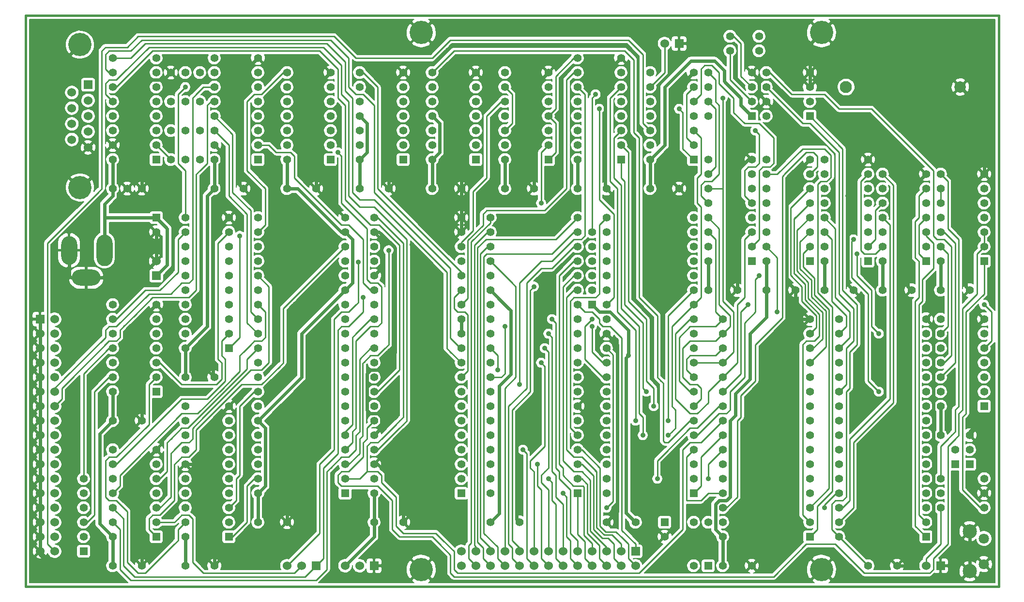
<source format=gtl>
G04 (created by PCBNEW-RS274X (2012-01-19 BZR 3256)-stable) date 5/2/2012 11:33:04 PM*
G01*
G70*
G90*
%MOIN*%
G04 Gerber Fmt 3.4, Leading zero omitted, Abs format*
%FSLAX34Y34*%
G04 APERTURE LIST*
%ADD10C,0.006000*%
%ADD11C,0.015000*%
%ADD12R,0.060000X0.060000*%
%ADD13C,0.060000*%
%ADD14C,0.055000*%
%ADD15C,0.082700*%
%ADD16C,0.078700*%
%ADD17R,0.055000X0.055000*%
%ADD18C,0.160000*%
%ADD19C,0.098400*%
%ADD20C,0.070900*%
%ADD21O,0.110200X0.196900*%
%ADD22O,0.110200X0.216500*%
%ADD23O,0.196900X0.110200*%
%ADD24C,0.035000*%
%ADD25C,0.010000*%
%ADD26C,0.024900*%
%ADD27C,0.008000*%
G04 APERTURE END LIST*
G54D10*
G54D11*
X20000Y-20065D02*
X20000Y-59435D01*
X20000Y-59435D02*
X87008Y-59435D01*
X87008Y-20065D02*
X20000Y-20065D01*
X87008Y-59435D02*
X87008Y-20065D01*
G54D12*
X62000Y-57000D03*
G54D13*
X62000Y-58000D03*
X61000Y-57000D03*
X61000Y-58000D03*
X60000Y-57000D03*
X60000Y-58000D03*
X59000Y-57000D03*
X59000Y-58000D03*
X58000Y-57000D03*
X58000Y-58000D03*
X57000Y-57000D03*
X57000Y-58000D03*
X56000Y-57000D03*
X56000Y-58000D03*
X55000Y-57000D03*
X55000Y-58000D03*
X54000Y-57000D03*
X54000Y-58000D03*
X53000Y-57000D03*
X53000Y-58000D03*
X52000Y-57000D03*
X52000Y-58000D03*
X51000Y-57000D03*
X51000Y-58000D03*
X50000Y-57000D03*
X50000Y-58000D03*
G54D14*
X83000Y-49000D03*
X85000Y-49000D03*
X83000Y-39000D03*
X85000Y-39000D03*
X26000Y-48000D03*
X28000Y-48000D03*
X26000Y-58000D03*
X28000Y-58000D03*
X48000Y-32000D03*
X50000Y-32000D03*
X53000Y-32000D03*
X55000Y-32000D03*
X38000Y-32000D03*
X40000Y-32000D03*
X67000Y-39000D03*
X69000Y-39000D03*
X79000Y-39000D03*
X81000Y-39000D03*
X63000Y-32000D03*
X65000Y-32000D03*
X58000Y-32000D03*
X60000Y-32000D03*
X33000Y-32000D03*
X35000Y-32000D03*
X43000Y-32000D03*
X45000Y-32000D03*
X71000Y-39000D03*
X73000Y-39000D03*
X75000Y-39000D03*
X77000Y-39000D03*
X31000Y-58000D03*
X33000Y-58000D03*
X44000Y-55000D03*
X46000Y-55000D03*
X31000Y-45000D03*
X33000Y-45000D03*
X62000Y-55000D03*
X60000Y-55000D03*
X68000Y-58000D03*
X70000Y-58000D03*
X78000Y-58000D03*
X80000Y-58000D03*
X52000Y-55000D03*
X54000Y-55000D03*
X36000Y-55000D03*
X38000Y-55000D03*
G54D15*
X76488Y-25000D03*
G54D16*
X84362Y-25000D03*
G54D17*
X67000Y-58000D03*
G54D14*
X67000Y-55000D03*
G54D17*
X86000Y-37000D03*
G54D14*
X86000Y-36000D03*
X86000Y-35000D03*
X86000Y-34000D03*
X86000Y-33000D03*
X86000Y-32000D03*
X86000Y-31000D03*
X83000Y-31000D03*
X83000Y-32000D03*
X83000Y-33000D03*
X83000Y-34000D03*
X83000Y-35000D03*
X83000Y-36000D03*
X83000Y-37000D03*
G54D17*
X51000Y-30000D03*
G54D14*
X51000Y-29000D03*
X51000Y-28000D03*
X51000Y-27000D03*
X51000Y-26000D03*
X51000Y-25000D03*
X51000Y-24000D03*
X48000Y-24000D03*
X48000Y-25000D03*
X48000Y-26000D03*
X48000Y-27000D03*
X48000Y-28000D03*
X48000Y-29000D03*
X48000Y-30000D03*
G54D17*
X41000Y-30000D03*
G54D14*
X41000Y-29000D03*
X41000Y-28000D03*
X41000Y-27000D03*
X41000Y-26000D03*
X41000Y-25000D03*
X41000Y-24000D03*
X38000Y-24000D03*
X38000Y-25000D03*
X38000Y-26000D03*
X38000Y-27000D03*
X38000Y-28000D03*
X38000Y-29000D03*
X38000Y-30000D03*
G54D17*
X46000Y-30000D03*
G54D14*
X46000Y-29000D03*
X46000Y-28000D03*
X46000Y-27000D03*
X46000Y-26000D03*
X46000Y-25000D03*
X46000Y-24000D03*
X43000Y-24000D03*
X43000Y-25000D03*
X43000Y-26000D03*
X43000Y-27000D03*
X43000Y-28000D03*
X43000Y-29000D03*
X43000Y-30000D03*
G54D17*
X86000Y-47000D03*
G54D14*
X86000Y-46000D03*
X86000Y-45000D03*
X86000Y-44000D03*
X86000Y-43000D03*
X86000Y-42000D03*
X86000Y-41000D03*
X83000Y-41000D03*
X83000Y-42000D03*
X83000Y-43000D03*
X83000Y-44000D03*
X83000Y-45000D03*
X83000Y-46000D03*
X83000Y-47000D03*
G54D17*
X29000Y-56000D03*
G54D14*
X29000Y-55000D03*
X29000Y-54000D03*
X29000Y-53000D03*
X29000Y-52000D03*
X29000Y-51000D03*
X29000Y-50000D03*
X26000Y-50000D03*
X26000Y-51000D03*
X26000Y-52000D03*
X26000Y-53000D03*
X26000Y-54000D03*
X26000Y-55000D03*
X26000Y-56000D03*
G54D17*
X29000Y-46000D03*
G54D14*
X29000Y-45000D03*
X29000Y-44000D03*
X29000Y-43000D03*
X29000Y-42000D03*
X29000Y-41000D03*
X29000Y-40000D03*
X26000Y-40000D03*
X26000Y-41000D03*
X26000Y-42000D03*
X26000Y-43000D03*
X26000Y-44000D03*
X26000Y-45000D03*
X26000Y-46000D03*
G54D17*
X36000Y-30000D03*
G54D14*
X36000Y-29000D03*
X36000Y-28000D03*
X36000Y-27000D03*
X36000Y-26000D03*
X36000Y-25000D03*
X36000Y-24000D03*
X36000Y-23000D03*
X33000Y-23000D03*
X33000Y-24000D03*
X33000Y-25000D03*
X33000Y-26000D03*
X33000Y-27000D03*
X33000Y-28000D03*
X33000Y-29000D03*
X33000Y-30000D03*
G54D17*
X78000Y-37000D03*
G54D14*
X78000Y-36000D03*
X78000Y-35000D03*
X78000Y-34000D03*
X78000Y-33000D03*
X78000Y-32000D03*
X78000Y-31000D03*
X78000Y-30000D03*
X75000Y-30000D03*
X75000Y-31000D03*
X75000Y-32000D03*
X75000Y-33000D03*
X75000Y-34000D03*
X75000Y-35000D03*
X75000Y-36000D03*
X75000Y-37000D03*
G54D17*
X61000Y-30000D03*
G54D14*
X61000Y-29000D03*
X61000Y-28000D03*
X61000Y-27000D03*
X61000Y-26000D03*
X61000Y-25000D03*
X61000Y-24000D03*
X61000Y-23000D03*
X58000Y-23000D03*
X58000Y-24000D03*
X58000Y-25000D03*
X58000Y-26000D03*
X58000Y-27000D03*
X58000Y-28000D03*
X58000Y-29000D03*
X58000Y-30000D03*
G54D17*
X82000Y-56000D03*
G54D14*
X82000Y-55000D03*
X82000Y-54000D03*
X82000Y-53000D03*
X82000Y-52000D03*
X82000Y-51000D03*
X82000Y-50000D03*
X82000Y-49000D03*
X82000Y-48000D03*
X82000Y-47000D03*
X82000Y-46000D03*
X82000Y-45000D03*
X82000Y-44000D03*
X82000Y-43000D03*
X82000Y-42000D03*
X82000Y-41000D03*
X76000Y-41000D03*
X76000Y-42000D03*
X76000Y-43000D03*
X76000Y-44000D03*
X76000Y-45000D03*
X76000Y-46000D03*
X76000Y-47000D03*
X76000Y-48000D03*
X76000Y-49000D03*
X76000Y-50000D03*
X76000Y-51000D03*
X76000Y-52000D03*
X76000Y-53000D03*
X76000Y-54000D03*
X76000Y-55000D03*
X76000Y-56000D03*
G54D17*
X74000Y-56000D03*
G54D14*
X74000Y-55000D03*
X74000Y-54000D03*
X74000Y-53000D03*
X74000Y-52000D03*
X74000Y-51000D03*
X74000Y-50000D03*
X74000Y-49000D03*
X74000Y-48000D03*
X74000Y-47000D03*
X74000Y-46000D03*
X74000Y-45000D03*
X74000Y-44000D03*
X74000Y-43000D03*
X74000Y-42000D03*
X74000Y-41000D03*
X68000Y-41000D03*
X68000Y-42000D03*
X68000Y-43000D03*
X68000Y-44000D03*
X68000Y-45000D03*
X68000Y-46000D03*
X68000Y-47000D03*
X68000Y-48000D03*
X68000Y-49000D03*
X68000Y-50000D03*
X68000Y-51000D03*
X68000Y-52000D03*
X68000Y-53000D03*
X68000Y-54000D03*
X68000Y-55000D03*
X68000Y-56000D03*
G54D17*
X50000Y-53000D03*
G54D14*
X50000Y-52000D03*
X50000Y-51000D03*
X50000Y-50000D03*
X50000Y-49000D03*
X50000Y-48000D03*
X50000Y-47000D03*
X50000Y-46000D03*
X50000Y-45000D03*
X50000Y-44000D03*
X50000Y-43000D03*
X50000Y-42000D03*
X50000Y-41000D03*
X50000Y-40000D03*
X50000Y-39000D03*
X50000Y-38000D03*
X50000Y-37000D03*
X50000Y-36000D03*
X50000Y-35000D03*
X50000Y-34000D03*
X44000Y-34000D03*
X44000Y-35000D03*
X44000Y-36000D03*
X44000Y-37000D03*
X44000Y-38000D03*
X44000Y-39000D03*
X44000Y-40000D03*
X44000Y-41000D03*
X44000Y-42000D03*
X44000Y-43000D03*
X44000Y-44000D03*
X44000Y-45000D03*
X44000Y-46000D03*
X44000Y-47000D03*
X44000Y-48000D03*
X44000Y-49000D03*
X44000Y-50000D03*
X44000Y-51000D03*
X44000Y-52000D03*
X44000Y-53000D03*
G54D17*
X42000Y-53000D03*
G54D14*
X42000Y-52000D03*
X42000Y-51000D03*
X42000Y-50000D03*
X42000Y-49000D03*
X42000Y-48000D03*
X42000Y-47000D03*
X42000Y-46000D03*
X42000Y-45000D03*
X42000Y-44000D03*
X42000Y-43000D03*
X42000Y-42000D03*
X42000Y-41000D03*
X42000Y-40000D03*
X42000Y-39000D03*
X42000Y-38000D03*
X42000Y-37000D03*
X42000Y-36000D03*
X42000Y-35000D03*
X42000Y-34000D03*
X36000Y-34000D03*
X36000Y-35000D03*
X36000Y-36000D03*
X36000Y-37000D03*
X36000Y-38000D03*
X36000Y-39000D03*
X36000Y-40000D03*
X36000Y-41000D03*
X36000Y-42000D03*
X36000Y-43000D03*
X36000Y-44000D03*
X36000Y-45000D03*
X36000Y-46000D03*
X36000Y-47000D03*
X36000Y-48000D03*
X36000Y-49000D03*
X36000Y-50000D03*
X36000Y-51000D03*
X36000Y-52000D03*
X36000Y-53000D03*
G54D17*
X58000Y-53000D03*
G54D14*
X58000Y-52000D03*
X58000Y-51000D03*
X58000Y-50000D03*
X58000Y-49000D03*
X58000Y-48000D03*
X58000Y-47000D03*
X58000Y-46000D03*
X58000Y-45000D03*
X58000Y-44000D03*
X58000Y-43000D03*
X58000Y-42000D03*
X58000Y-41000D03*
X58000Y-40000D03*
X58000Y-39000D03*
X58000Y-38000D03*
X58000Y-37000D03*
X58000Y-36000D03*
X58000Y-35000D03*
X58000Y-34000D03*
X52000Y-34000D03*
X52000Y-35000D03*
X52000Y-36000D03*
X52000Y-37000D03*
X52000Y-38000D03*
X52000Y-39000D03*
X52000Y-40000D03*
X52000Y-41000D03*
X52000Y-42000D03*
X52000Y-43000D03*
X52000Y-44000D03*
X52000Y-45000D03*
X52000Y-46000D03*
X52000Y-47000D03*
X52000Y-48000D03*
X52000Y-49000D03*
X52000Y-50000D03*
X52000Y-51000D03*
X52000Y-52000D03*
X52000Y-53000D03*
G54D17*
X66000Y-53000D03*
G54D14*
X66000Y-52000D03*
X66000Y-51000D03*
X66000Y-50000D03*
X66000Y-49000D03*
X66000Y-48000D03*
X66000Y-47000D03*
X66000Y-46000D03*
X66000Y-45000D03*
X66000Y-44000D03*
X66000Y-43000D03*
X66000Y-42000D03*
X66000Y-41000D03*
X66000Y-40000D03*
X66000Y-39000D03*
X66000Y-38000D03*
X66000Y-37000D03*
X66000Y-36000D03*
X66000Y-35000D03*
X66000Y-34000D03*
X60000Y-34000D03*
X60000Y-35000D03*
X60000Y-36000D03*
X60000Y-37000D03*
X60000Y-38000D03*
X60000Y-39000D03*
X60000Y-40000D03*
X60000Y-41000D03*
X60000Y-42000D03*
X60000Y-43000D03*
X60000Y-44000D03*
X60000Y-45000D03*
X60000Y-46000D03*
X60000Y-47000D03*
X60000Y-48000D03*
X60000Y-49000D03*
X60000Y-50000D03*
X60000Y-51000D03*
X60000Y-52000D03*
X60000Y-53000D03*
G54D18*
X74803Y-58254D03*
X74803Y-21246D03*
X47244Y-58254D03*
X47244Y-21246D03*
G54D12*
X83000Y-58000D03*
G54D13*
X82000Y-58000D03*
G54D12*
X65000Y-22000D03*
G54D13*
X64000Y-22000D03*
G54D14*
X86000Y-52000D03*
X83000Y-52000D03*
X86000Y-54000D03*
X83000Y-54000D03*
X66000Y-58000D03*
X66000Y-55000D03*
X86000Y-53000D03*
X83000Y-53000D03*
G54D17*
X84000Y-51000D03*
G54D14*
X84000Y-50000D03*
G54D17*
X85000Y-51000D03*
G54D14*
X85000Y-50000D03*
G54D17*
X24000Y-57000D03*
G54D14*
X24000Y-56000D03*
X24000Y-55000D03*
X24000Y-54000D03*
X24000Y-53000D03*
X24000Y-52000D03*
G54D17*
X59000Y-40000D03*
G54D14*
X59000Y-39000D03*
X59000Y-38000D03*
X59000Y-37000D03*
X59000Y-36000D03*
X59000Y-35000D03*
G54D19*
X85000Y-58379D03*
X85000Y-55623D03*
G54D20*
X85984Y-57887D03*
X85984Y-56115D03*
G54D12*
X21000Y-41000D03*
G54D13*
X22000Y-41000D03*
X21000Y-46000D03*
X22000Y-42000D03*
X21000Y-47000D03*
X22000Y-43000D03*
X21000Y-48000D03*
X22000Y-44000D03*
X21000Y-49000D03*
X22000Y-45000D03*
X21000Y-50000D03*
X22000Y-46000D03*
X21000Y-51000D03*
X22000Y-47000D03*
X21000Y-52000D03*
X22000Y-48000D03*
X21000Y-53000D03*
X22000Y-49000D03*
X21000Y-54000D03*
X22000Y-50000D03*
X21000Y-55000D03*
X22000Y-51000D03*
X21000Y-56000D03*
X22000Y-52000D03*
X22000Y-53000D03*
X21000Y-57000D03*
X22000Y-54000D03*
X22000Y-56000D03*
X22000Y-57000D03*
X21000Y-42000D03*
X21000Y-43000D03*
X21000Y-44000D03*
X21000Y-45000D03*
X22000Y-55000D03*
G54D12*
X29000Y-38000D03*
G54D13*
X29000Y-37000D03*
G54D17*
X29000Y-34000D03*
G54D14*
X29000Y-35000D03*
G54D17*
X64000Y-55000D03*
G54D14*
X64000Y-56000D03*
G54D17*
X34000Y-43000D03*
G54D14*
X34000Y-42000D03*
X34000Y-41000D03*
X34000Y-40000D03*
X34000Y-39000D03*
X34000Y-38000D03*
X34000Y-37000D03*
X34000Y-36000D03*
X34000Y-35000D03*
X34000Y-34000D03*
X31000Y-34000D03*
X31000Y-35000D03*
X31000Y-36000D03*
X31000Y-37000D03*
X31000Y-38000D03*
X31000Y-39000D03*
X31000Y-40000D03*
X31000Y-41000D03*
X31000Y-42000D03*
X31000Y-43000D03*
G54D17*
X34000Y-56000D03*
G54D14*
X34000Y-55000D03*
X34000Y-54000D03*
X34000Y-53000D03*
X34000Y-52000D03*
X34000Y-51000D03*
X34000Y-50000D03*
X34000Y-49000D03*
X34000Y-48000D03*
X34000Y-47000D03*
X31000Y-47000D03*
X31000Y-48000D03*
X31000Y-49000D03*
X31000Y-50000D03*
X31000Y-51000D03*
X31000Y-52000D03*
X31000Y-53000D03*
X31000Y-54000D03*
X31000Y-55000D03*
X31000Y-56000D03*
G54D17*
X74000Y-37000D03*
G54D14*
X74000Y-36000D03*
X74000Y-35000D03*
X74000Y-34000D03*
X74000Y-33000D03*
X74000Y-32000D03*
X74000Y-31000D03*
X74000Y-30000D03*
X71000Y-30000D03*
X71000Y-31000D03*
X71000Y-32000D03*
X71000Y-33000D03*
X71000Y-34000D03*
X71000Y-35000D03*
X71000Y-36000D03*
X71000Y-37000D03*
G54D17*
X70000Y-37000D03*
G54D14*
X70000Y-36000D03*
X70000Y-35000D03*
X70000Y-34000D03*
X70000Y-33000D03*
X70000Y-32000D03*
X70000Y-31000D03*
X70000Y-30000D03*
X67000Y-30000D03*
X67000Y-31000D03*
X67000Y-32000D03*
X67000Y-33000D03*
X67000Y-34000D03*
X67000Y-35000D03*
X67000Y-36000D03*
X67000Y-37000D03*
G54D17*
X66000Y-30000D03*
G54D14*
X66000Y-29000D03*
X66000Y-28000D03*
X66000Y-27000D03*
X66000Y-26000D03*
X66000Y-25000D03*
X66000Y-24000D03*
X63000Y-24000D03*
X63000Y-25000D03*
X63000Y-26000D03*
X63000Y-27000D03*
X63000Y-28000D03*
X63000Y-29000D03*
X63000Y-30000D03*
G54D17*
X56000Y-30000D03*
G54D14*
X56000Y-29000D03*
X56000Y-28000D03*
X56000Y-27000D03*
X56000Y-26000D03*
X56000Y-25000D03*
X56000Y-24000D03*
X53000Y-24000D03*
X53000Y-25000D03*
X53000Y-26000D03*
X53000Y-27000D03*
X53000Y-28000D03*
X53000Y-29000D03*
X53000Y-30000D03*
G54D17*
X29000Y-30000D03*
G54D14*
X29000Y-29000D03*
X29000Y-28000D03*
X29000Y-27000D03*
X29000Y-26000D03*
X29000Y-25000D03*
X29000Y-24000D03*
X29000Y-23000D03*
X26000Y-23000D03*
X26000Y-24000D03*
X26000Y-25000D03*
X26000Y-26000D03*
X26000Y-27000D03*
X26000Y-28000D03*
X26000Y-29000D03*
X26000Y-30000D03*
G54D17*
X70000Y-27000D03*
G54D14*
X70000Y-26000D03*
X70000Y-25000D03*
X70000Y-24000D03*
X67000Y-24000D03*
X67000Y-25000D03*
X67000Y-26000D03*
X67000Y-27000D03*
G54D17*
X74000Y-27000D03*
G54D14*
X74000Y-26000D03*
X74000Y-25000D03*
X74000Y-24000D03*
X71000Y-24000D03*
X71000Y-25000D03*
X71000Y-26000D03*
X71000Y-27000D03*
G54D17*
X82000Y-37000D03*
G54D14*
X82000Y-36000D03*
X82000Y-35000D03*
X82000Y-34000D03*
X82000Y-33000D03*
X82000Y-32000D03*
X82000Y-31000D03*
X79000Y-31000D03*
X79000Y-32000D03*
X79000Y-33000D03*
X79000Y-34000D03*
X79000Y-35000D03*
X79000Y-36000D03*
X79000Y-37000D03*
G54D18*
X23750Y-22080D03*
X23750Y-31920D03*
G54D12*
X24310Y-24840D03*
G54D13*
X24310Y-25920D03*
X24310Y-27000D03*
X24310Y-28080D03*
X24310Y-29160D03*
X23190Y-28620D03*
X23190Y-27540D03*
X23190Y-26450D03*
X23190Y-25380D03*
G54D21*
X23000Y-36250D03*
G54D22*
X25441Y-36250D03*
G54D23*
X24181Y-38140D03*
G54D12*
X40000Y-58000D03*
G54D13*
X39000Y-58000D03*
X38000Y-58000D03*
G54D12*
X44000Y-58000D03*
G54D13*
X43000Y-58000D03*
X42000Y-58000D03*
G54D14*
X68500Y-22500D03*
X68500Y-21500D03*
X70500Y-22500D03*
X70500Y-21500D03*
X26000Y-32000D03*
X28000Y-32000D03*
X27000Y-32000D03*
X30000Y-28000D03*
X32000Y-28000D03*
X31000Y-28000D03*
X30000Y-26000D03*
X32000Y-26000D03*
X31000Y-26000D03*
X30000Y-30000D03*
X32000Y-30000D03*
X31000Y-30000D03*
X30000Y-24000D03*
X32000Y-24000D03*
X31000Y-24000D03*
G54D24*
X60000Y-54000D03*
X59000Y-41500D03*
X63500Y-52000D03*
X70500Y-38000D03*
X86000Y-40000D03*
X59000Y-41000D03*
X62750Y-46000D03*
X63250Y-47000D03*
X62000Y-48000D03*
X62500Y-49000D03*
X67000Y-52000D03*
X64250Y-49000D03*
X64250Y-48000D03*
X53000Y-41500D03*
X52500Y-44500D03*
X68000Y-25750D03*
X57000Y-53000D03*
X56000Y-52000D03*
X55250Y-51000D03*
X54250Y-50000D03*
X55000Y-38750D03*
X56250Y-41000D03*
X56000Y-42000D03*
X55750Y-43000D03*
X55500Y-44000D03*
X59250Y-25500D03*
X70250Y-28000D03*
X31000Y-25000D03*
X41500Y-29500D03*
X43250Y-39500D03*
X77000Y-35500D03*
X78750Y-46000D03*
X59500Y-26500D03*
X77250Y-36500D03*
X78750Y-42000D03*
X42900Y-37075D03*
X54000Y-45500D03*
X55500Y-33000D03*
X34750Y-35250D03*
X69750Y-40000D03*
X71750Y-40500D03*
X65000Y-26500D03*
X45000Y-36250D03*
X75000Y-54000D03*
X49500Y-28000D03*
X40000Y-28500D03*
X38750Y-38000D03*
X40250Y-39500D03*
X28000Y-56000D03*
X46750Y-41250D03*
X85250Y-44500D03*
X46625Y-35875D03*
X72500Y-32875D03*
X55250Y-45250D03*
X45000Y-30000D03*
X38000Y-53000D03*
X80750Y-34000D03*
X84750Y-34000D03*
X55000Y-34000D03*
X27000Y-26000D03*
X28000Y-46000D03*
X40750Y-36000D03*
X23000Y-54500D03*
X33000Y-56000D03*
X55000Y-35000D03*
X55000Y-30000D03*
X23000Y-47500D03*
X28000Y-41500D03*
X63000Y-37500D03*
X41250Y-40500D03*
X76600Y-32500D03*
X38000Y-48500D03*
X28000Y-52500D03*
X46750Y-39500D03*
X61500Y-43500D03*
G54D25*
X60450Y-43450D02*
X60450Y-53550D01*
X60450Y-53550D02*
X60000Y-54000D01*
X42750Y-42000D02*
X43750Y-41000D01*
X43750Y-41000D02*
X44000Y-41000D01*
X42000Y-49000D02*
X42000Y-48750D01*
X42000Y-48750D02*
X42500Y-48250D01*
X42500Y-42250D02*
X42750Y-42000D01*
X42500Y-48250D02*
X42500Y-42250D01*
X60450Y-43450D02*
X60000Y-43000D01*
X59000Y-43250D02*
X59000Y-41500D01*
X59000Y-43250D02*
X59750Y-44000D01*
X59750Y-44000D02*
X60000Y-44000D01*
X63500Y-52000D02*
X63500Y-50750D01*
X66250Y-48500D02*
X65750Y-48500D01*
X65750Y-48500D02*
X64000Y-50250D01*
X66250Y-48500D02*
X67750Y-47000D01*
X63500Y-50750D02*
X64000Y-50250D01*
X67750Y-47000D02*
X68000Y-47000D01*
X66500Y-50500D02*
X68000Y-49000D01*
X66000Y-53000D02*
X66500Y-52500D01*
X66500Y-52500D02*
X66500Y-50500D01*
X65500Y-50500D02*
X65500Y-53500D01*
X65500Y-53500D02*
X66500Y-53500D01*
X67000Y-53000D02*
X66500Y-53500D01*
X68000Y-53000D02*
X67000Y-53000D01*
X66000Y-50000D02*
X65500Y-50500D01*
X69500Y-41250D02*
X70250Y-40500D01*
X70250Y-40500D02*
X70250Y-38250D01*
X66250Y-49000D02*
X67750Y-47500D01*
X68500Y-46000D02*
X69500Y-45000D01*
X81500Y-34500D02*
X82000Y-34000D01*
X68250Y-47500D02*
X68500Y-47250D01*
X86000Y-43000D02*
X86500Y-42500D01*
X86000Y-40000D02*
X86500Y-40500D01*
X67750Y-47500D02*
X68250Y-47500D01*
X66000Y-49000D02*
X66250Y-49000D01*
X69500Y-45000D02*
X69500Y-41250D01*
X68500Y-47250D02*
X68500Y-46000D01*
X86500Y-42500D02*
X86500Y-40500D01*
X82000Y-37000D02*
X81500Y-36500D01*
X81500Y-36500D02*
X81500Y-34500D01*
X70250Y-38250D02*
X70500Y-38000D01*
X42250Y-34500D02*
X41750Y-34500D01*
X39250Y-32000D02*
X38500Y-31250D01*
X38250Y-29500D02*
X37250Y-29500D01*
X43750Y-39000D02*
X43500Y-38750D01*
X44000Y-39000D02*
X43750Y-39000D01*
X37250Y-29500D02*
X36750Y-29000D01*
X43500Y-38750D02*
X43250Y-38500D01*
X36750Y-29000D02*
X36000Y-29000D01*
X39750Y-32500D02*
X39250Y-32000D01*
X38500Y-29750D02*
X38250Y-29500D01*
X43250Y-35500D02*
X42250Y-34500D01*
X41750Y-34500D02*
X39750Y-32500D01*
X43250Y-38500D02*
X43250Y-35500D01*
X58500Y-41500D02*
X59000Y-41000D01*
X59750Y-45000D02*
X58500Y-43750D01*
X58500Y-43750D02*
X58500Y-41500D01*
X60000Y-45000D02*
X59750Y-45000D01*
X38500Y-31250D02*
X38500Y-29750D01*
X62500Y-45750D02*
X62750Y-46000D01*
X62500Y-45750D02*
X62500Y-41250D01*
X62500Y-41250D02*
X61250Y-40000D01*
X61000Y-31250D02*
X61250Y-31500D01*
X61000Y-30000D02*
X61000Y-31250D01*
X61250Y-31500D02*
X61250Y-40000D01*
X63250Y-45750D02*
X62750Y-45250D01*
X62750Y-41000D02*
X61500Y-39750D01*
X63250Y-45750D02*
X63250Y-47000D01*
X61500Y-29500D02*
X61500Y-39750D01*
X61000Y-29000D02*
X61500Y-29500D01*
X62750Y-45250D02*
X62750Y-41000D01*
X60750Y-40500D02*
X62000Y-41750D01*
X62000Y-48000D02*
X62000Y-41750D01*
X60250Y-25750D02*
X61000Y-25000D01*
X60250Y-28250D02*
X60250Y-25750D01*
X60250Y-31500D02*
X60250Y-28250D01*
X60250Y-31500D02*
X60750Y-32000D01*
X60750Y-32000D02*
X60750Y-40500D01*
X61000Y-31750D02*
X61000Y-40250D01*
X61000Y-28000D02*
X60500Y-28500D01*
X62250Y-47500D02*
X62500Y-47750D01*
X62250Y-41500D02*
X62250Y-47500D01*
X62500Y-47750D02*
X62500Y-49000D01*
X61000Y-40250D02*
X62250Y-41500D01*
X60500Y-31250D02*
X60500Y-28500D01*
X61000Y-31750D02*
X60500Y-31250D01*
X67000Y-51000D02*
X68000Y-50000D01*
X67000Y-52000D02*
X67000Y-51000D01*
X78000Y-36000D02*
X78500Y-35500D01*
X78500Y-33500D02*
X79000Y-33000D01*
X78500Y-35500D02*
X78500Y-33500D01*
X78500Y-36500D02*
X77750Y-36500D01*
X79000Y-36000D02*
X78500Y-36500D01*
X77500Y-36250D02*
X77500Y-31500D01*
X77500Y-31500D02*
X78000Y-31000D01*
X77750Y-36500D02*
X77500Y-36250D01*
X64250Y-49500D02*
X64000Y-49500D01*
X62000Y-28250D02*
X61875Y-28125D01*
X63750Y-45250D02*
X63500Y-45000D01*
X63900Y-49400D02*
X63900Y-45650D01*
X63500Y-40750D02*
X62250Y-39500D01*
X63500Y-41000D02*
X63500Y-40750D01*
X61875Y-27625D02*
X61875Y-23125D01*
X61875Y-23125D02*
X61700Y-22950D01*
X61875Y-28125D02*
X61875Y-27625D01*
X62250Y-28500D02*
X62000Y-28250D01*
X65750Y-48000D02*
X64250Y-49500D01*
X65750Y-48000D02*
X66000Y-48000D01*
X63900Y-45650D02*
X63900Y-45400D01*
X63900Y-45400D02*
X63750Y-45250D01*
X62250Y-39500D02*
X62250Y-28500D01*
X63500Y-41000D02*
X63500Y-45000D01*
X64000Y-49500D02*
X63900Y-49400D01*
X49500Y-22500D02*
X61250Y-22500D01*
X49500Y-22500D02*
X48500Y-23500D01*
X48000Y-24000D02*
X48500Y-23500D01*
X61250Y-22500D02*
X61700Y-22950D01*
X66500Y-28500D02*
X66000Y-28000D01*
X64750Y-47250D02*
X64750Y-48500D01*
X73325Y-37420D02*
X73325Y-37420D01*
X64500Y-41500D02*
X64500Y-47000D01*
X64250Y-49000D02*
X64500Y-48750D01*
X64750Y-47250D02*
X64500Y-47000D01*
X66500Y-39500D02*
X66500Y-36750D01*
X65000Y-41000D02*
X66000Y-40000D01*
X65000Y-41000D02*
X64500Y-41500D01*
X66000Y-40000D02*
X66500Y-39500D01*
X66250Y-33000D02*
X66250Y-31250D01*
X66500Y-33250D02*
X66250Y-33000D01*
X66250Y-31250D02*
X66500Y-31000D01*
X75100Y-40425D02*
X75100Y-40500D01*
X75100Y-42900D02*
X75100Y-40500D01*
X66500Y-29250D02*
X66500Y-28500D01*
X66500Y-31000D02*
X66500Y-29250D01*
X66500Y-36750D02*
X66500Y-33250D01*
X64500Y-48750D02*
X64750Y-48500D01*
X75000Y-43000D02*
X74000Y-44000D01*
X74125Y-39450D02*
X75100Y-40425D01*
X74100Y-39300D02*
X74100Y-39425D01*
X74100Y-39425D02*
X74125Y-39450D01*
X73322Y-37420D02*
X73325Y-37420D01*
X74000Y-35000D02*
X73325Y-35675D01*
X74100Y-38300D02*
X73322Y-37522D01*
X74100Y-39100D02*
X74100Y-39300D01*
X75000Y-43000D02*
X75100Y-42900D01*
X73322Y-37522D02*
X73322Y-37420D01*
X73325Y-37420D02*
X73325Y-35675D01*
X74100Y-38320D02*
X74100Y-38300D01*
X74100Y-39100D02*
X74100Y-38320D01*
X73120Y-34880D02*
X74000Y-34000D01*
X74875Y-40725D02*
X74875Y-40535D01*
X74000Y-43000D02*
X74225Y-43000D01*
X64250Y-48000D02*
X64250Y-47750D01*
X73120Y-37600D02*
X73120Y-34880D01*
X74875Y-40535D02*
X73890Y-39550D01*
X74875Y-42350D02*
X74875Y-40725D01*
X74225Y-43000D02*
X74875Y-42350D01*
X64500Y-40500D02*
X64250Y-40750D01*
X64250Y-47750D02*
X64250Y-40750D01*
X64500Y-40500D02*
X66000Y-39000D01*
X73890Y-38450D02*
X73860Y-38420D01*
X73120Y-37680D02*
X73120Y-37600D01*
X73860Y-38420D02*
X73120Y-37680D01*
X73890Y-39550D02*
X73890Y-38450D01*
X73450Y-38750D02*
X73450Y-39775D01*
X74438Y-41562D02*
X74000Y-42000D01*
X72700Y-38000D02*
X72675Y-37975D01*
X74438Y-41562D02*
X74438Y-40763D01*
X73450Y-39775D02*
X74438Y-40763D01*
X52750Y-45000D02*
X53000Y-44750D01*
X52000Y-45000D02*
X52750Y-45000D01*
X53000Y-44750D02*
X53000Y-41500D01*
X72700Y-38000D02*
X73450Y-38750D01*
X72675Y-33325D02*
X74000Y-32000D01*
X72675Y-37975D02*
X72675Y-33325D01*
X66000Y-46000D02*
X65750Y-46000D01*
X65000Y-45250D02*
X65000Y-45000D01*
X65000Y-45000D02*
X65000Y-42250D01*
X68000Y-41000D02*
X67500Y-41500D01*
X67500Y-40500D02*
X68000Y-41000D01*
X67000Y-35000D02*
X67500Y-35500D01*
X65000Y-42250D02*
X65750Y-41500D01*
X65750Y-41500D02*
X67500Y-41500D01*
X65750Y-46000D02*
X65000Y-45250D01*
X67500Y-35500D02*
X67500Y-40500D01*
X66250Y-45500D02*
X65750Y-45500D01*
X76500Y-40750D02*
X75750Y-40000D01*
X68500Y-41500D02*
X68500Y-40750D01*
X68000Y-40250D02*
X67750Y-40000D01*
X75750Y-40000D02*
X75500Y-39750D01*
X65750Y-45500D02*
X65250Y-45000D01*
X76000Y-42000D02*
X76500Y-41500D01*
X76500Y-41500D02*
X76500Y-40750D01*
X66500Y-46500D02*
X66500Y-45750D01*
X75500Y-35500D02*
X75000Y-35000D01*
X66000Y-47000D02*
X66500Y-46500D01*
X68000Y-42000D02*
X68500Y-41500D01*
X67750Y-34750D02*
X67000Y-34000D01*
X52500Y-43500D02*
X52000Y-43000D01*
X67500Y-42500D02*
X68000Y-42000D01*
X65750Y-42500D02*
X67500Y-42500D01*
X65250Y-43000D02*
X65750Y-42500D01*
X65250Y-45000D02*
X65250Y-43000D01*
X75500Y-39750D02*
X75500Y-35500D01*
X66500Y-45750D02*
X66250Y-45500D01*
X52500Y-44500D02*
X52500Y-43500D01*
X68000Y-40250D02*
X68500Y-40750D01*
X67750Y-40000D02*
X67750Y-34750D01*
X65500Y-44500D02*
X65500Y-43750D01*
X76750Y-40500D02*
X76750Y-42250D01*
X65500Y-43750D02*
X65750Y-43500D01*
X76750Y-40500D02*
X76000Y-39750D01*
X67500Y-43500D02*
X68000Y-43000D01*
X75000Y-34000D02*
X75750Y-34750D01*
X76750Y-42250D02*
X76000Y-43000D01*
X75750Y-39500D02*
X75750Y-34750D01*
X66000Y-45000D02*
X65500Y-44500D01*
X76000Y-39750D02*
X75750Y-39500D01*
X65750Y-43500D02*
X67500Y-43500D01*
X68750Y-43250D02*
X68750Y-40500D01*
X68500Y-43500D02*
X68750Y-43250D01*
X68500Y-43500D02*
X68000Y-44000D01*
X67000Y-32000D02*
X67500Y-32000D01*
X67500Y-32000D02*
X68000Y-32000D01*
X68000Y-44000D02*
X66000Y-44000D01*
X68000Y-39750D02*
X68000Y-32000D01*
X68000Y-28750D02*
X68000Y-25750D01*
X68000Y-39750D02*
X68750Y-40500D01*
X68000Y-32000D02*
X68000Y-28750D01*
X68000Y-39750D02*
X68000Y-32000D01*
X66250Y-47500D02*
X65750Y-47500D01*
X65750Y-41000D02*
X66000Y-41000D01*
X69000Y-40000D02*
X69500Y-39500D01*
X69000Y-44000D02*
X69000Y-40000D01*
X69500Y-35500D02*
X70000Y-35000D01*
X66250Y-47500D02*
X67000Y-46750D01*
X65750Y-47500D02*
X64750Y-46500D01*
X68000Y-45000D02*
X68750Y-44250D01*
X67000Y-46750D02*
X67000Y-46000D01*
X68750Y-44250D02*
X69000Y-44000D01*
X67000Y-46000D02*
X67500Y-45500D01*
X64750Y-42000D02*
X65750Y-41000D01*
X64750Y-46500D02*
X64750Y-42000D01*
X68000Y-45000D02*
X67500Y-45500D01*
X69500Y-39500D02*
X69500Y-35500D01*
X26250Y-41000D02*
X26750Y-40500D01*
X28250Y-39000D02*
X29250Y-39000D01*
X31000Y-35000D02*
X30500Y-35500D01*
X29250Y-39000D02*
X30500Y-37750D01*
X30500Y-37750D02*
X30500Y-35500D01*
X26000Y-41000D02*
X26250Y-41000D01*
X26750Y-40500D02*
X28250Y-39000D01*
X37750Y-24000D02*
X36250Y-25500D01*
X36250Y-25500D02*
X35750Y-25500D01*
X35250Y-30750D02*
X35250Y-26000D01*
X36500Y-34500D02*
X36000Y-35000D01*
X36500Y-32000D02*
X35250Y-30750D01*
X35750Y-25500D02*
X35250Y-26000D01*
X36500Y-34500D02*
X36500Y-32000D01*
X38000Y-24000D02*
X37750Y-24000D01*
X30250Y-53500D02*
X29250Y-54500D01*
X34850Y-45525D02*
X34875Y-45500D01*
X31250Y-50500D02*
X31750Y-50000D01*
X28500Y-55500D02*
X29000Y-56000D01*
X30250Y-53500D02*
X30250Y-51000D01*
X37500Y-44250D02*
X37750Y-44000D01*
X38000Y-40000D02*
X37750Y-40250D01*
X30750Y-50500D02*
X31250Y-50500D01*
X38250Y-39750D02*
X38000Y-40000D01*
X28750Y-54500D02*
X28500Y-54750D01*
X28500Y-54750D02*
X28500Y-55500D01*
X37750Y-40250D02*
X37750Y-44000D01*
X30500Y-50750D02*
X30750Y-50500D01*
X29250Y-54500D02*
X28750Y-54500D01*
X31750Y-50000D02*
X31750Y-48625D01*
X31750Y-48625D02*
X32500Y-47875D01*
X35750Y-45500D02*
X36250Y-45500D01*
X42000Y-36000D02*
X38500Y-39500D01*
X30250Y-51000D02*
X30500Y-50750D01*
X36250Y-45500D02*
X37500Y-44250D01*
X38500Y-39500D02*
X38250Y-39750D01*
X32775Y-47600D02*
X33875Y-46500D01*
X34875Y-45500D02*
X35750Y-45500D01*
X33875Y-46500D02*
X34850Y-45525D01*
X32500Y-47875D02*
X32775Y-47600D01*
X35750Y-46000D02*
X36000Y-46000D01*
X34750Y-51750D02*
X34750Y-47000D01*
X34500Y-53500D02*
X34500Y-53000D01*
X34500Y-53000D02*
X34500Y-52500D01*
X34500Y-52000D02*
X34750Y-51750D01*
X34500Y-52500D02*
X34500Y-52000D01*
X34000Y-54000D02*
X34500Y-53500D01*
X34750Y-47000D02*
X35750Y-46000D01*
X26000Y-51000D02*
X26250Y-51000D01*
X26250Y-51000D02*
X30750Y-46500D01*
X33500Y-45500D02*
X33750Y-45250D01*
X32500Y-46500D02*
X33250Y-45750D01*
X33250Y-45750D02*
X33500Y-45500D01*
X30750Y-46500D02*
X32500Y-46500D01*
X33750Y-43750D02*
X33500Y-43500D01*
X33500Y-42500D02*
X34000Y-42000D01*
X33750Y-45250D02*
X33750Y-43750D01*
X33500Y-43500D02*
X33500Y-42500D01*
X59550Y-51350D02*
X59550Y-55250D01*
X59550Y-55250D02*
X59950Y-55650D01*
X61500Y-56500D02*
X61000Y-56000D01*
X59550Y-51250D02*
X58400Y-50100D01*
X59950Y-55650D02*
X60650Y-55650D01*
X59550Y-51350D02*
X59550Y-51250D01*
X58300Y-50000D02*
X58000Y-50000D01*
X61500Y-56600D02*
X61500Y-56500D01*
X58400Y-50100D02*
X58300Y-50000D01*
X60650Y-55650D02*
X61500Y-56500D01*
X62000Y-58000D02*
X61500Y-57500D01*
X61500Y-57500D02*
X61500Y-56600D01*
X59100Y-55500D02*
X59700Y-56100D01*
X60100Y-56100D02*
X59700Y-56100D01*
X59100Y-51800D02*
X58900Y-51600D01*
X61000Y-58000D02*
X60500Y-57500D01*
X60500Y-56900D02*
X60500Y-56500D01*
X59100Y-55500D02*
X59100Y-51800D01*
X58300Y-51000D02*
X58000Y-51000D01*
X60500Y-57500D02*
X60500Y-56900D01*
X60500Y-56500D02*
X60100Y-56100D01*
X58900Y-51600D02*
X58300Y-51000D01*
X58675Y-55775D02*
X58700Y-55800D01*
X59500Y-56800D02*
X59500Y-56750D01*
X59500Y-56800D02*
X59500Y-56600D01*
X59500Y-56600D02*
X58700Y-55800D01*
X59500Y-57500D02*
X59500Y-56800D01*
X58300Y-52000D02*
X58625Y-52325D01*
X58300Y-52000D02*
X58000Y-52000D01*
X58675Y-52375D02*
X58675Y-55775D01*
X60000Y-58000D02*
X59500Y-57500D01*
X58625Y-52325D02*
X58675Y-52375D01*
X58500Y-56500D02*
X58500Y-56350D01*
X58500Y-56325D02*
X58000Y-55825D01*
X58500Y-57500D02*
X58500Y-56500D01*
X59000Y-58000D02*
X58500Y-57500D01*
X58500Y-56350D02*
X58500Y-56325D01*
X58000Y-55625D02*
X58000Y-53000D01*
X58000Y-55825D02*
X58000Y-55625D01*
X57500Y-57500D02*
X57500Y-56250D01*
X57500Y-56250D02*
X57250Y-56000D01*
X58000Y-58000D02*
X57500Y-57500D01*
X57250Y-56000D02*
X57250Y-53250D01*
X57250Y-53250D02*
X57000Y-53000D01*
X56500Y-56250D02*
X56500Y-53750D01*
X56500Y-57500D02*
X56500Y-56250D01*
X56250Y-52250D02*
X56000Y-52000D01*
X56500Y-53750D02*
X56250Y-53500D01*
X57000Y-58000D02*
X56500Y-57500D01*
X56250Y-53500D02*
X56250Y-52250D01*
X55250Y-51500D02*
X55250Y-51250D01*
X55250Y-52500D02*
X55250Y-51500D01*
X55250Y-51250D02*
X55250Y-51000D01*
X55500Y-57500D02*
X55500Y-52750D01*
X55500Y-52750D02*
X55250Y-52500D01*
X56000Y-58000D02*
X55500Y-57500D01*
X54500Y-50250D02*
X54250Y-50000D01*
X54500Y-57500D02*
X54500Y-50250D01*
X55000Y-58000D02*
X54500Y-57500D01*
X57750Y-36000D02*
X58000Y-36000D01*
X53250Y-56500D02*
X53250Y-47750D01*
X53500Y-56750D02*
X53250Y-56500D01*
X54500Y-38500D02*
X55500Y-37500D01*
X53250Y-47750D02*
X53250Y-47000D01*
X56250Y-37500D02*
X57750Y-36000D01*
X54500Y-38750D02*
X54500Y-38500D01*
X54500Y-45750D02*
X54500Y-38750D01*
X53250Y-47000D02*
X54500Y-45750D01*
X55500Y-37500D02*
X55750Y-37500D01*
X55750Y-37500D02*
X56250Y-37500D01*
X53500Y-57500D02*
X53500Y-56750D01*
X54000Y-58000D02*
X53500Y-57500D01*
X51550Y-36700D02*
X51750Y-36500D01*
X57750Y-35000D02*
X56250Y-36500D01*
X53000Y-58000D02*
X52500Y-57500D01*
X58000Y-35000D02*
X57750Y-35000D01*
X52500Y-56750D02*
X52500Y-56700D01*
X54250Y-36500D02*
X56250Y-36500D01*
X52500Y-56700D02*
X51550Y-55750D01*
X51550Y-55750D02*
X51550Y-36700D01*
X52500Y-57500D02*
X52500Y-56750D01*
X51750Y-36500D02*
X54250Y-36500D01*
X56250Y-35500D02*
X56500Y-35500D01*
X51750Y-35500D02*
X51700Y-35500D01*
X51500Y-56750D02*
X51500Y-57500D01*
X51123Y-36077D02*
X51700Y-35500D01*
X52000Y-58000D02*
X51500Y-57500D01*
X51475Y-56725D02*
X51125Y-56375D01*
X51125Y-56375D02*
X51500Y-56750D01*
X51500Y-57500D02*
X52000Y-58000D01*
X51125Y-56375D02*
X51123Y-56373D01*
X56500Y-35500D02*
X58000Y-34000D01*
X51123Y-55750D02*
X51123Y-36077D01*
X51500Y-57500D02*
X51500Y-56750D01*
X51750Y-35500D02*
X54250Y-35500D01*
X54250Y-35500D02*
X56250Y-35500D01*
X51123Y-56373D02*
X51123Y-55750D01*
X51000Y-58000D02*
X50500Y-57500D01*
X52000Y-34000D02*
X52000Y-34350D01*
X50500Y-57500D02*
X50500Y-56600D01*
X50713Y-35637D02*
X52000Y-34350D01*
X50675Y-35675D02*
X50675Y-56425D01*
X50675Y-56425D02*
X50500Y-56600D01*
X50713Y-35637D02*
X50675Y-35675D01*
X52000Y-35000D02*
X51800Y-35000D01*
X51000Y-57000D02*
X51000Y-56700D01*
X51000Y-56700D02*
X50900Y-56600D01*
X51800Y-35000D02*
X52000Y-35000D01*
X50900Y-56600D02*
X50900Y-56025D01*
X50900Y-56025D02*
X50900Y-35900D01*
X51800Y-35000D02*
X50918Y-35882D01*
X50900Y-35900D02*
X51800Y-35000D01*
X51825Y-36000D02*
X51325Y-36500D01*
X51325Y-36500D02*
X51325Y-56075D01*
X52000Y-56750D02*
X51550Y-56300D01*
X52000Y-57000D02*
X52000Y-56750D01*
X51325Y-56075D02*
X51550Y-56300D01*
X52000Y-36000D02*
X51825Y-36000D01*
X53750Y-38750D02*
X53500Y-38500D01*
X53750Y-40250D02*
X53750Y-38750D01*
X53000Y-38000D02*
X52000Y-37000D01*
X53750Y-45000D02*
X53750Y-40250D01*
X53000Y-45750D02*
X53750Y-45000D01*
X53500Y-38500D02*
X53000Y-38000D01*
X53000Y-57000D02*
X53000Y-45750D01*
X53500Y-47250D02*
X54750Y-46000D01*
X54750Y-39500D02*
X54750Y-39000D01*
X53500Y-56250D02*
X53500Y-48000D01*
X54000Y-56750D02*
X53500Y-56250D01*
X54750Y-46000D02*
X54750Y-39750D01*
X54750Y-39750D02*
X54750Y-39500D01*
X53500Y-48000D02*
X53500Y-47250D01*
X54000Y-57000D02*
X54000Y-56750D01*
X54750Y-39000D02*
X55000Y-38750D01*
X60250Y-41500D02*
X59750Y-41500D01*
X58750Y-40500D02*
X58500Y-40500D01*
X62000Y-57000D02*
X62000Y-56500D01*
X60250Y-41500D02*
X60750Y-42000D01*
X61050Y-55550D02*
X62000Y-56500D01*
X58000Y-40000D02*
X58500Y-40500D01*
X59750Y-41500D02*
X59500Y-41250D01*
X60800Y-42050D02*
X60750Y-42000D01*
X61050Y-42300D02*
X60800Y-42050D01*
X59000Y-40500D02*
X59500Y-41000D01*
X58750Y-40500D02*
X59000Y-40500D01*
X59500Y-41000D02*
X59500Y-41250D01*
X61050Y-55550D02*
X61050Y-42300D01*
X59100Y-51300D02*
X59300Y-51500D01*
X60375Y-55875D02*
X59850Y-55875D01*
X57750Y-39000D02*
X58000Y-39000D01*
X61000Y-56500D02*
X60375Y-55875D01*
X58300Y-50500D02*
X58200Y-50500D01*
X59850Y-55875D02*
X59325Y-55350D01*
X59325Y-55350D02*
X59325Y-51525D01*
X57750Y-50500D02*
X57500Y-50250D01*
X59325Y-51525D02*
X58300Y-50500D01*
X57500Y-50250D02*
X57250Y-50000D01*
X59100Y-51300D02*
X58300Y-50500D01*
X57250Y-50000D02*
X57250Y-39750D01*
X58200Y-50500D02*
X57750Y-50500D01*
X57250Y-39500D02*
X57750Y-39000D01*
X61000Y-57000D02*
X61000Y-56500D01*
X57250Y-39750D02*
X57250Y-39500D01*
X57000Y-50750D02*
X57250Y-51000D01*
X58888Y-55613D02*
X58888Y-52088D01*
X57000Y-39000D02*
X57000Y-38750D01*
X57000Y-39000D02*
X57000Y-50750D01*
X57750Y-51500D02*
X57250Y-51000D01*
X58888Y-55613D02*
X60000Y-56725D01*
X60000Y-57000D02*
X60000Y-56725D01*
X57750Y-38000D02*
X58000Y-38000D01*
X57000Y-38750D02*
X57750Y-38000D01*
X57750Y-51500D02*
X58300Y-51500D01*
X58300Y-51500D02*
X58888Y-52088D01*
X57000Y-51250D02*
X56750Y-51000D01*
X57725Y-52500D02*
X58375Y-52500D01*
X58450Y-52575D02*
X58450Y-55775D01*
X58450Y-55900D02*
X59000Y-56450D01*
X57000Y-51750D02*
X57000Y-51250D01*
X59000Y-56450D02*
X59000Y-57000D01*
X58375Y-52500D02*
X58450Y-52575D01*
X56750Y-38250D02*
X56750Y-38000D01*
X56750Y-51000D02*
X56750Y-38250D01*
X57000Y-51750D02*
X57000Y-51775D01*
X56750Y-38000D02*
X57750Y-37000D01*
X58450Y-55775D02*
X58450Y-55900D01*
X57750Y-37000D02*
X58000Y-37000D01*
X57000Y-51775D02*
X57725Y-52500D01*
X56750Y-51500D02*
X56500Y-51250D01*
X57500Y-53000D02*
X57500Y-52750D01*
X57500Y-52750D02*
X56750Y-52000D01*
X56500Y-51250D02*
X56500Y-41250D01*
X56750Y-52000D02*
X56750Y-51500D01*
X57500Y-55750D02*
X57500Y-53000D01*
X56500Y-41250D02*
X56250Y-41000D01*
X58000Y-57000D02*
X58000Y-56250D01*
X58000Y-56250D02*
X57500Y-55750D01*
X57000Y-56250D02*
X57000Y-53750D01*
X56500Y-51750D02*
X56250Y-51500D01*
X56250Y-42250D02*
X56000Y-42000D01*
X56500Y-53250D02*
X56500Y-51750D01*
X57000Y-53750D02*
X56500Y-53250D01*
X56250Y-51500D02*
X56250Y-42250D01*
X57000Y-57000D02*
X57000Y-56250D01*
X55750Y-51500D02*
X56000Y-51250D01*
X56000Y-52750D02*
X55500Y-52250D01*
X56000Y-57000D02*
X56000Y-56250D01*
X56000Y-56250D02*
X56000Y-52750D01*
X55500Y-51750D02*
X55750Y-51500D01*
X56000Y-43250D02*
X55750Y-43000D01*
X55500Y-52250D02*
X55500Y-51750D01*
X56000Y-51250D02*
X56000Y-43250D01*
X55750Y-49750D02*
X54750Y-50750D01*
X55000Y-57000D02*
X55000Y-51500D01*
X55000Y-51500D02*
X54750Y-51250D01*
X55750Y-44250D02*
X55500Y-44000D01*
X55750Y-47500D02*
X55750Y-44250D01*
X54750Y-51250D02*
X54750Y-50750D01*
X55750Y-47500D02*
X55750Y-49750D01*
X79750Y-46500D02*
X79750Y-34250D01*
X79750Y-46500D02*
X79750Y-46750D01*
X79750Y-46750D02*
X77750Y-48750D01*
X79750Y-31750D02*
X79000Y-31000D01*
X77000Y-54000D02*
X77000Y-49500D01*
X79750Y-34250D02*
X79750Y-31750D01*
X77000Y-54000D02*
X76000Y-55000D01*
X77000Y-49500D02*
X77750Y-48750D01*
X82000Y-35000D02*
X82000Y-35250D01*
X81500Y-54500D02*
X81500Y-40250D01*
X82500Y-37500D02*
X82500Y-37000D01*
X81500Y-40250D02*
X81500Y-40000D01*
X82000Y-35250D02*
X82500Y-35750D01*
X82500Y-37000D02*
X82500Y-35750D01*
X82000Y-55000D02*
X81500Y-54500D01*
X81750Y-38250D02*
X82500Y-37500D01*
X81500Y-40000D02*
X81750Y-39750D01*
X81750Y-39750D02*
X81750Y-38250D01*
X77500Y-48500D02*
X79500Y-46500D01*
X76750Y-49250D02*
X77500Y-48500D01*
X76750Y-53500D02*
X76750Y-49250D01*
X79500Y-46298D02*
X79500Y-34500D01*
X76250Y-54000D02*
X76750Y-53500D01*
X79500Y-46500D02*
X79500Y-46298D01*
X76000Y-54000D02*
X76250Y-54000D01*
X79500Y-34500D02*
X79000Y-34000D01*
X81500Y-38500D02*
X81500Y-37000D01*
X81250Y-36750D02*
X81250Y-34250D01*
X81500Y-32500D02*
X82000Y-32000D01*
X82000Y-56000D02*
X81250Y-55250D01*
X81250Y-40000D02*
X81250Y-39750D01*
X81500Y-39500D02*
X81500Y-38500D01*
X81500Y-37000D02*
X81250Y-36750D01*
X81500Y-34000D02*
X81250Y-34250D01*
X81500Y-32500D02*
X81500Y-34000D01*
X81250Y-55250D02*
X81250Y-40000D01*
X81250Y-39750D02*
X81500Y-39500D01*
X77250Y-40000D02*
X76500Y-39250D01*
X77250Y-42750D02*
X77250Y-40000D01*
X76500Y-39250D02*
X76250Y-39000D01*
X76000Y-56000D02*
X75500Y-55500D01*
X76000Y-53500D02*
X76250Y-53500D01*
X75500Y-55500D02*
X75500Y-53750D01*
X76500Y-53250D02*
X76500Y-46000D01*
X76000Y-56000D02*
X78000Y-58000D01*
X76250Y-39000D02*
X76250Y-29250D01*
X76750Y-43250D02*
X77250Y-42750D01*
X76250Y-29250D02*
X74000Y-27000D01*
X76750Y-45750D02*
X76750Y-43250D01*
X75750Y-53500D02*
X76000Y-53500D01*
X76250Y-53500D02*
X76500Y-53250D01*
X75500Y-53750D02*
X75750Y-53500D01*
X76500Y-46000D02*
X76750Y-45750D01*
X71500Y-58750D02*
X49500Y-58750D01*
X43250Y-50500D02*
X43250Y-49500D01*
X84000Y-49250D02*
X84250Y-49000D01*
X82500Y-58250D02*
X82250Y-58500D01*
X43250Y-49500D02*
X43500Y-49250D01*
X83500Y-49750D02*
X84000Y-49250D01*
X49250Y-57250D02*
X48500Y-56500D01*
X84250Y-49000D02*
X84250Y-47500D01*
X82500Y-57500D02*
X82500Y-58250D01*
X49500Y-58750D02*
X49250Y-58500D01*
X49250Y-58500D02*
X49250Y-57250D01*
X86000Y-35000D02*
X86000Y-36000D01*
X45250Y-53500D02*
X44250Y-52500D01*
X85500Y-39250D02*
X84500Y-40250D01*
X45250Y-55500D02*
X45250Y-53500D01*
X45250Y-55500D02*
X45750Y-56000D01*
X85500Y-36500D02*
X85500Y-38000D01*
X43500Y-49250D02*
X43500Y-49000D01*
X71500Y-58750D02*
X73750Y-56500D01*
X43500Y-48500D02*
X44000Y-48000D01*
X48000Y-56000D02*
X45750Y-56000D01*
X42500Y-52500D02*
X41750Y-52500D01*
X83500Y-56250D02*
X83500Y-49750D01*
X84500Y-47250D02*
X84250Y-47500D01*
X82250Y-58500D02*
X77750Y-58500D01*
X43500Y-48500D02*
X43500Y-49000D01*
X73750Y-56500D02*
X75750Y-56500D01*
X75750Y-56500D02*
X77750Y-58500D01*
X48500Y-56500D02*
X48000Y-56000D01*
X86000Y-36000D02*
X85500Y-36500D01*
X41500Y-52250D02*
X41500Y-51750D01*
X83500Y-56500D02*
X83500Y-56250D01*
X82500Y-57500D02*
X83500Y-56500D01*
X41750Y-51500D02*
X42250Y-51500D01*
X85500Y-38000D02*
X85500Y-39250D01*
X84500Y-40250D02*
X84500Y-47250D01*
X42250Y-51500D02*
X43250Y-50500D01*
X41500Y-51750D02*
X41750Y-51500D01*
X44250Y-52500D02*
X42500Y-52500D01*
X41750Y-52500D02*
X41500Y-52250D01*
X73550Y-37410D02*
X74320Y-38180D01*
X75320Y-52680D02*
X75320Y-40320D01*
X75220Y-40220D02*
X74320Y-39320D01*
X74320Y-39320D02*
X74320Y-39280D01*
X73550Y-36450D02*
X74000Y-36000D01*
X75220Y-40220D02*
X75320Y-40320D01*
X74320Y-39280D02*
X74320Y-38180D01*
X73550Y-37320D02*
X73550Y-37410D01*
X73550Y-37320D02*
X73550Y-36450D01*
X74000Y-54000D02*
X75320Y-52680D01*
X74300Y-42500D02*
X73800Y-42500D01*
X73675Y-39675D02*
X73675Y-38598D01*
X74650Y-42150D02*
X74650Y-40650D01*
X72925Y-34075D02*
X74000Y-33000D01*
X72900Y-34100D02*
X74000Y-33000D01*
X72925Y-37850D02*
X72925Y-37845D01*
X73800Y-42500D02*
X73750Y-42500D01*
X72900Y-37820D02*
X72900Y-34100D01*
X74000Y-55000D02*
X73500Y-54500D01*
X73750Y-42500D02*
X73500Y-42750D01*
X73500Y-42750D02*
X73500Y-54500D01*
X72925Y-37845D02*
X72900Y-37820D01*
X74300Y-42500D02*
X74650Y-42150D01*
X74650Y-40650D02*
X73675Y-39675D01*
X72968Y-37893D02*
X72925Y-37850D01*
X73673Y-38598D02*
X72968Y-37893D01*
X73675Y-38598D02*
X73673Y-38598D01*
X72200Y-31050D02*
X72250Y-31000D01*
X70250Y-45250D02*
X69250Y-46250D01*
X69000Y-48000D02*
X69000Y-53250D01*
X74500Y-30500D02*
X74500Y-29750D01*
X72100Y-40900D02*
X72100Y-31150D01*
X69250Y-46250D02*
X69250Y-47750D01*
X68250Y-54000D02*
X68000Y-54000D01*
X74000Y-31000D02*
X74500Y-30500D01*
X70250Y-42750D02*
X72100Y-40900D01*
X69000Y-53250D02*
X68250Y-54000D01*
X74500Y-29750D02*
X74250Y-29500D01*
X74250Y-29500D02*
X73750Y-29500D01*
X73750Y-29500D02*
X72250Y-31000D01*
X72100Y-31150D02*
X72200Y-31050D01*
X69250Y-47750D02*
X69000Y-48000D01*
X70250Y-42750D02*
X70250Y-45250D01*
X74550Y-39175D02*
X74550Y-31700D01*
X74550Y-31700D02*
X74750Y-31500D01*
X74500Y-55500D02*
X74500Y-54000D01*
X75150Y-31500D02*
X74750Y-31500D01*
X75550Y-52850D02*
X75550Y-40350D01*
X75450Y-31200D02*
X75300Y-31350D01*
X75500Y-52900D02*
X75550Y-52850D01*
X75450Y-31200D02*
X75450Y-29700D01*
X75000Y-29250D02*
X73500Y-29250D01*
X75450Y-29700D02*
X75250Y-29500D01*
X74500Y-53900D02*
X75500Y-52900D01*
X71750Y-31000D02*
X73500Y-29250D01*
X75550Y-40175D02*
X74550Y-39175D01*
X75550Y-40350D02*
X75550Y-40175D01*
X75300Y-31350D02*
X75150Y-31500D01*
X74500Y-54000D02*
X74500Y-53900D01*
X71750Y-31000D02*
X71000Y-31000D01*
X75250Y-29500D02*
X75000Y-29250D01*
X74000Y-56000D02*
X74500Y-55500D01*
X67500Y-24500D02*
X67000Y-24000D01*
X67500Y-24500D02*
X67500Y-26000D01*
X67500Y-26000D02*
X67750Y-26250D01*
X67250Y-31500D02*
X67750Y-31000D01*
X67000Y-33000D02*
X66500Y-32500D01*
X66500Y-32500D02*
X66500Y-31750D01*
X67750Y-31000D02*
X67750Y-26250D01*
X66750Y-31500D02*
X67250Y-31500D01*
X66500Y-31750D02*
X66750Y-31500D01*
X67000Y-31000D02*
X67500Y-30500D01*
X67500Y-26500D02*
X67000Y-26000D01*
X67500Y-30500D02*
X67500Y-26500D01*
X70750Y-30500D02*
X71250Y-30500D01*
X68750Y-26750D02*
X69500Y-27500D01*
X70000Y-36000D02*
X70500Y-35500D01*
X67750Y-24250D02*
X67750Y-24750D01*
X67250Y-23500D02*
X66750Y-23500D01*
X71250Y-30500D02*
X71500Y-30250D01*
X70500Y-35500D02*
X70500Y-30750D01*
X68750Y-25750D02*
X68750Y-26750D01*
X66750Y-23500D02*
X66500Y-23750D01*
X67750Y-24250D02*
X67750Y-24000D01*
X70500Y-27500D02*
X69500Y-27500D01*
X66500Y-25500D02*
X66500Y-24250D01*
X66500Y-23750D02*
X66500Y-24250D01*
X67250Y-23500D02*
X67500Y-23750D01*
X71500Y-30250D02*
X71500Y-28500D01*
X70500Y-30750D02*
X70750Y-30500D01*
X71500Y-28500D02*
X70500Y-27500D01*
X67750Y-24000D02*
X67500Y-23750D01*
X67750Y-24750D02*
X68750Y-25750D01*
X66000Y-26000D02*
X66500Y-25500D01*
X65500Y-28500D02*
X65500Y-26250D01*
X66000Y-29000D02*
X65500Y-28500D01*
X65500Y-26250D02*
X65500Y-25500D01*
X65500Y-25500D02*
X66000Y-25000D01*
X63500Y-24500D02*
X64000Y-24000D01*
X63000Y-25000D02*
X63500Y-24500D01*
X64000Y-24000D02*
X64000Y-22000D01*
X59000Y-25750D02*
X59250Y-25500D01*
X59000Y-35000D02*
X59000Y-25750D01*
X69750Y-30500D02*
X70250Y-30500D01*
X69500Y-31000D02*
X69500Y-30750D01*
X69500Y-32500D02*
X69500Y-31000D01*
X70500Y-30250D02*
X70500Y-28250D01*
X70250Y-30500D02*
X70500Y-30250D01*
X70500Y-28250D02*
X70250Y-28000D01*
X69500Y-30750D02*
X69750Y-30500D01*
X70000Y-33000D02*
X69500Y-32500D01*
X31850Y-47500D02*
X33563Y-45787D01*
X33563Y-45787D02*
X34250Y-45100D01*
X31250Y-47500D02*
X31850Y-47500D01*
X30750Y-47500D02*
X27500Y-50750D01*
X31250Y-47500D02*
X30750Y-47500D01*
X36250Y-42500D02*
X35750Y-42500D01*
X35750Y-42500D02*
X35500Y-42750D01*
X36500Y-40500D02*
X36500Y-42250D01*
X36500Y-40500D02*
X36000Y-40000D01*
X26000Y-53000D02*
X26500Y-52500D01*
X34250Y-45100D02*
X34750Y-44600D01*
X35000Y-43250D02*
X35500Y-42750D01*
X26500Y-51750D02*
X27500Y-50750D01*
X34750Y-44600D02*
X34750Y-43500D01*
X34750Y-43500D02*
X35000Y-43250D01*
X26500Y-52500D02*
X26500Y-51750D01*
X36500Y-42250D02*
X36250Y-42500D01*
X49000Y-37750D02*
X47750Y-36500D01*
X42500Y-25750D02*
X42250Y-25500D01*
X42500Y-32250D02*
X42500Y-25750D01*
X42000Y-23250D02*
X42000Y-25250D01*
X49250Y-43250D02*
X49000Y-43000D01*
X46500Y-35250D02*
X47750Y-36500D01*
X49000Y-38000D02*
X49000Y-37750D01*
X49250Y-43250D02*
X50000Y-44000D01*
X42750Y-32500D02*
X43000Y-32750D01*
X26000Y-23000D02*
X27250Y-23000D01*
X49000Y-43000D02*
X49000Y-38000D01*
X28250Y-22000D02*
X40750Y-22000D01*
X42750Y-32500D02*
X42500Y-32250D01*
X46500Y-35250D02*
X44000Y-32750D01*
X27250Y-23000D02*
X28250Y-22000D01*
X40750Y-22000D02*
X42000Y-23250D01*
X42000Y-25250D02*
X42250Y-25500D01*
X43000Y-32750D02*
X44000Y-32750D01*
X25750Y-24000D02*
X26000Y-24000D01*
X50000Y-43000D02*
X49952Y-43000D01*
X42250Y-25000D02*
X42250Y-23000D01*
X25750Y-22500D02*
X27250Y-22500D01*
X43500Y-25750D02*
X43250Y-25500D01*
X25750Y-24000D02*
X25500Y-23750D01*
X49250Y-37500D02*
X48250Y-36500D01*
X49250Y-37750D02*
X49250Y-37500D01*
X44000Y-32250D02*
X44000Y-26250D01*
X46750Y-35000D02*
X44000Y-32250D01*
X25500Y-22750D02*
X25750Y-22500D01*
X25500Y-23750D02*
X25500Y-22750D01*
X49250Y-42298D02*
X49250Y-37750D01*
X44000Y-26250D02*
X43500Y-25750D01*
X27250Y-22500D02*
X28000Y-21750D01*
X49952Y-43000D02*
X49250Y-42298D01*
X46750Y-35000D02*
X48250Y-36500D01*
X42500Y-25250D02*
X42250Y-25000D01*
X43250Y-25500D02*
X42750Y-25500D01*
X41000Y-21750D02*
X28000Y-21750D01*
X42750Y-25500D02*
X42500Y-25250D01*
X42250Y-23000D02*
X41000Y-21750D01*
X50000Y-37750D02*
X50000Y-38000D01*
X47250Y-35000D02*
X48750Y-36500D01*
X44250Y-32000D02*
X47250Y-35000D01*
X44250Y-25250D02*
X44250Y-32000D01*
X43250Y-24000D02*
X43000Y-24000D01*
X48750Y-36500D02*
X50000Y-37750D01*
X44250Y-25000D02*
X43250Y-24000D01*
X44250Y-25250D02*
X44250Y-25000D01*
X43000Y-48500D02*
X43000Y-48750D01*
X26500Y-55500D02*
X26000Y-55000D01*
X26500Y-58250D02*
X26500Y-55500D01*
X40250Y-58750D02*
X40000Y-59000D01*
X40750Y-51500D02*
X41000Y-51250D01*
X43000Y-43750D02*
X43750Y-43000D01*
X40750Y-58250D02*
X40250Y-58750D01*
X42750Y-49250D02*
X42750Y-49000D01*
X43750Y-43000D02*
X44000Y-43000D01*
X42750Y-50000D02*
X42750Y-49250D01*
X43000Y-48750D02*
X42750Y-49000D01*
X42750Y-50000D02*
X42250Y-50500D01*
X43000Y-48500D02*
X43000Y-43750D01*
X40000Y-59000D02*
X27250Y-59000D01*
X40750Y-58250D02*
X40750Y-51500D01*
X27250Y-59000D02*
X26500Y-58250D01*
X41750Y-50500D02*
X41000Y-51250D01*
X42250Y-50500D02*
X41750Y-50500D01*
X35250Y-33750D02*
X35250Y-41250D01*
X34000Y-29000D02*
X34000Y-32500D01*
X33000Y-28000D02*
X34000Y-29000D01*
X35250Y-41250D02*
X36000Y-42000D01*
X34000Y-32500D02*
X35250Y-33750D01*
X35500Y-40500D02*
X36000Y-41000D01*
X35500Y-34000D02*
X35500Y-33750D01*
X33000Y-27000D02*
X34250Y-28250D01*
X35500Y-33500D02*
X34250Y-32250D01*
X35500Y-40500D02*
X35500Y-34000D01*
X34250Y-32250D02*
X34250Y-28250D01*
X35500Y-33750D02*
X35500Y-33500D01*
X29750Y-49500D02*
X30000Y-49250D01*
X30000Y-49250D02*
X30750Y-48500D01*
X35075Y-44600D02*
X35250Y-44425D01*
X29250Y-52000D02*
X29750Y-51500D01*
X30750Y-48500D02*
X31100Y-48500D01*
X33625Y-46050D02*
X35075Y-44600D01*
X35250Y-44025D02*
X35250Y-43750D01*
X35250Y-43750D02*
X36000Y-43000D01*
X35250Y-44425D02*
X35250Y-44025D01*
X29000Y-52000D02*
X29250Y-52000D01*
X29750Y-51500D02*
X29750Y-51250D01*
X31175Y-48500D02*
X32175Y-47500D01*
X31100Y-48500D02*
X31175Y-48500D01*
X29750Y-51250D02*
X29750Y-49500D01*
X32175Y-47500D02*
X33625Y-46050D01*
X31250Y-49500D02*
X31500Y-49250D01*
X30000Y-53000D02*
X30000Y-50250D01*
X36750Y-44000D02*
X36750Y-43250D01*
X36750Y-38750D02*
X36750Y-43250D01*
X30000Y-50250D02*
X30250Y-50000D01*
X36250Y-44500D02*
X35750Y-44500D01*
X31500Y-49250D02*
X31500Y-48525D01*
X29000Y-54000D02*
X29250Y-54000D01*
X36250Y-44500D02*
X36750Y-44000D01*
X30750Y-49500D02*
X31250Y-49500D01*
X35525Y-44500D02*
X35750Y-44500D01*
X32250Y-47775D02*
X33750Y-46275D01*
X36750Y-38750D02*
X36000Y-38000D01*
X29250Y-54000D02*
X30000Y-53250D01*
X32250Y-47800D02*
X32250Y-47775D01*
X30250Y-50000D02*
X30750Y-49500D01*
X31500Y-48525D02*
X32250Y-47775D01*
X35450Y-44575D02*
X35525Y-44500D01*
X30000Y-53250D02*
X30000Y-53000D01*
X33750Y-46275D02*
X35450Y-44575D01*
X42750Y-23000D02*
X41250Y-21500D01*
X62500Y-23000D02*
X62500Y-22750D01*
X46250Y-23000D02*
X48000Y-23000D01*
X21500Y-56500D02*
X21500Y-35750D01*
X25500Y-22250D02*
X27000Y-22250D01*
X48750Y-22250D02*
X48250Y-22750D01*
X48000Y-23000D02*
X48250Y-22750D01*
X62500Y-27500D02*
X63000Y-28000D01*
X62500Y-22750D02*
X61500Y-21750D01*
X49000Y-22000D02*
X49250Y-21750D01*
X23000Y-34250D02*
X25000Y-32250D01*
X27000Y-22250D02*
X27750Y-21500D01*
X23000Y-34250D02*
X21500Y-35750D01*
X46250Y-23000D02*
X42750Y-23000D01*
X49250Y-21750D02*
X61250Y-21750D01*
X41250Y-21500D02*
X28250Y-21500D01*
X27750Y-21500D02*
X28250Y-21500D01*
X25250Y-32000D02*
X25250Y-22500D01*
X62500Y-27500D02*
X62500Y-23000D01*
X61500Y-21750D02*
X61250Y-21750D01*
X22000Y-57000D02*
X21500Y-56500D01*
X48750Y-22250D02*
X49000Y-22000D01*
X25000Y-32250D02*
X25250Y-32000D01*
X25250Y-22500D02*
X25500Y-22250D01*
X31000Y-31000D02*
X31000Y-30750D01*
X31000Y-30750D02*
X30500Y-30250D01*
X31000Y-32750D02*
X31000Y-31000D01*
X30500Y-25500D02*
X31000Y-25000D01*
X30500Y-30250D02*
X30500Y-25500D01*
X31000Y-32750D02*
X31000Y-34000D01*
X32500Y-26250D02*
X32750Y-26000D01*
X27500Y-40750D02*
X28750Y-39500D01*
X26500Y-41750D02*
X26750Y-41500D01*
X22000Y-47000D02*
X22500Y-46500D01*
X26250Y-42500D02*
X26500Y-42250D01*
X26500Y-42250D02*
X26500Y-41750D01*
X32500Y-30250D02*
X32500Y-26250D01*
X31750Y-31000D02*
X32000Y-30750D01*
X32750Y-26000D02*
X33000Y-26000D01*
X32000Y-30750D02*
X32500Y-30250D01*
X26750Y-41500D02*
X27500Y-40750D01*
X31750Y-39000D02*
X31750Y-31000D01*
X28750Y-39500D02*
X31250Y-39500D01*
X31250Y-39500D02*
X31750Y-39000D01*
X23000Y-45250D02*
X25750Y-42500D01*
X25750Y-42500D02*
X26250Y-42500D01*
X22500Y-45750D02*
X23000Y-45250D01*
X22500Y-46500D02*
X22500Y-45750D01*
X25750Y-41500D02*
X26250Y-41500D01*
X31500Y-30750D02*
X31500Y-25750D01*
X25500Y-42250D02*
X25500Y-41750D01*
X22750Y-45000D02*
X25500Y-42250D01*
X31500Y-38250D02*
X31500Y-30750D01*
X22000Y-45750D02*
X22000Y-46000D01*
X28500Y-39250D02*
X30000Y-39250D01*
X30000Y-39250D02*
X30750Y-38500D01*
X22750Y-45000D02*
X22000Y-45750D01*
X25500Y-41750D02*
X25750Y-41500D01*
X31500Y-25750D02*
X31750Y-25500D01*
X32250Y-25000D02*
X33000Y-25000D01*
X30750Y-38500D02*
X31250Y-38500D01*
X31750Y-25500D02*
X32250Y-25000D01*
X26250Y-41500D02*
X28500Y-39250D01*
X31250Y-38500D02*
X31500Y-38250D01*
X46000Y-48250D02*
X46250Y-48000D01*
X25500Y-24750D02*
X25500Y-25500D01*
X42500Y-32750D02*
X43000Y-33250D01*
X25750Y-24500D02*
X25500Y-24750D01*
X45750Y-48500D02*
X46000Y-48250D01*
X26250Y-24500D02*
X25750Y-24500D01*
X41750Y-23500D02*
X40500Y-22250D01*
X42250Y-26000D02*
X42000Y-25750D01*
X40500Y-22250D02*
X28500Y-22250D01*
X43000Y-33250D02*
X44000Y-33250D01*
X42000Y-25750D02*
X41750Y-25500D01*
X46000Y-35250D02*
X44000Y-33250D01*
X41750Y-25500D02*
X41750Y-23500D01*
X42250Y-32500D02*
X42250Y-26000D01*
X44000Y-50000D02*
X44250Y-50000D01*
X42500Y-32750D02*
X42250Y-32500D01*
X25500Y-25500D02*
X26000Y-26000D01*
X46250Y-35500D02*
X46000Y-35250D01*
X46250Y-48000D02*
X46250Y-35500D01*
X26750Y-24000D02*
X26250Y-24500D01*
X44250Y-50000D02*
X45750Y-48500D01*
X28500Y-22250D02*
X26750Y-24000D01*
X43750Y-34500D02*
X44250Y-34500D01*
X28750Y-22500D02*
X40250Y-22500D01*
X41750Y-26000D02*
X41500Y-25750D01*
X40250Y-22500D02*
X41500Y-23750D01*
X41500Y-25750D02*
X41500Y-23750D01*
X43500Y-34250D02*
X43750Y-34500D01*
X45750Y-36000D02*
X45750Y-35900D01*
X44350Y-34500D02*
X44250Y-34500D01*
X44000Y-46000D02*
X44250Y-46000D01*
X45750Y-44500D02*
X45750Y-44250D01*
X44250Y-46000D02*
X45750Y-44500D01*
X42250Y-33000D02*
X43500Y-34250D01*
X45750Y-44250D02*
X45750Y-36000D01*
X42250Y-33000D02*
X42000Y-32750D01*
X26250Y-25000D02*
X28750Y-22500D01*
X42000Y-32750D02*
X42000Y-26250D01*
X26250Y-25000D02*
X26000Y-25000D01*
X45750Y-35900D02*
X44350Y-34500D01*
X42000Y-26250D02*
X41750Y-26000D01*
X44250Y-38500D02*
X43750Y-38500D01*
X43750Y-41500D02*
X44250Y-41500D01*
X42750Y-48500D02*
X42750Y-42500D01*
X44250Y-41500D02*
X44500Y-41250D01*
X43500Y-38250D02*
X43500Y-34750D01*
X42000Y-50000D02*
X42500Y-49500D01*
X44500Y-38750D02*
X44250Y-38500D01*
X42750Y-42500D02*
X43750Y-41500D01*
X42500Y-48750D02*
X42750Y-48500D01*
X41750Y-33000D02*
X41750Y-29750D01*
X44500Y-40250D02*
X44500Y-38750D01*
X43500Y-38250D02*
X43750Y-38500D01*
X41750Y-29750D02*
X41500Y-29500D01*
X43500Y-34750D02*
X41750Y-33000D01*
X42500Y-49500D02*
X42500Y-48750D01*
X44500Y-41250D02*
X44500Y-40250D01*
X53500Y-27500D02*
X53500Y-25500D01*
X53000Y-28000D02*
X53500Y-27500D01*
X53500Y-25500D02*
X53000Y-25000D01*
X33250Y-43500D02*
X33250Y-43750D01*
X33000Y-45500D02*
X33150Y-45500D01*
X33500Y-44500D02*
X33500Y-45148D01*
X33250Y-43500D02*
X33250Y-35750D01*
X33500Y-45148D02*
X33450Y-45198D01*
X33500Y-44000D02*
X33250Y-43750D01*
X33250Y-35750D02*
X34000Y-35000D01*
X29250Y-44000D02*
X30750Y-45500D01*
X30750Y-45500D02*
X31250Y-45500D01*
X33150Y-45500D02*
X33450Y-45200D01*
X29000Y-44000D02*
X29250Y-44000D01*
X31250Y-45500D02*
X33000Y-45500D01*
X33500Y-44500D02*
X33500Y-44000D01*
X33450Y-45200D02*
X33450Y-45198D01*
X24000Y-44750D02*
X25750Y-43000D01*
X24000Y-52000D02*
X24000Y-45000D01*
X24000Y-45000D02*
X24000Y-44750D01*
X25750Y-43000D02*
X26000Y-43000D01*
X41500Y-41750D02*
X41750Y-41500D01*
X40500Y-51250D02*
X40500Y-57500D01*
X27500Y-58750D02*
X39250Y-58750D01*
X43250Y-40500D02*
X43250Y-39500D01*
X40500Y-57500D02*
X40000Y-58000D01*
X26000Y-54000D02*
X26250Y-54250D01*
X41500Y-41750D02*
X41500Y-50250D01*
X26250Y-54250D02*
X26500Y-54500D01*
X41500Y-50250D02*
X40500Y-51250D01*
X39250Y-58750D02*
X40000Y-58000D01*
X42250Y-41500D02*
X43250Y-40500D01*
X41750Y-41500D02*
X42250Y-41500D01*
X26750Y-54750D02*
X26750Y-58000D01*
X26750Y-58000D02*
X27500Y-58750D01*
X26500Y-54500D02*
X26750Y-54750D01*
X77500Y-38750D02*
X78000Y-39250D01*
X78000Y-39250D02*
X78000Y-45000D01*
X78000Y-45250D02*
X78000Y-45000D01*
X78750Y-46000D02*
X78000Y-45250D01*
X76875Y-38125D02*
X77500Y-38750D01*
X76875Y-38125D02*
X76875Y-35625D01*
X76875Y-35625D02*
X77000Y-35500D01*
X59500Y-26500D02*
X59500Y-32750D01*
X59500Y-32750D02*
X60500Y-33750D01*
X60500Y-39500D02*
X60500Y-33750D01*
X60500Y-39500D02*
X60000Y-40000D01*
X77250Y-38000D02*
X77750Y-38500D01*
X77750Y-38500D02*
X78250Y-39000D01*
X77250Y-36500D02*
X77250Y-38000D01*
X78250Y-41500D02*
X78250Y-41250D01*
X78250Y-39000D02*
X78250Y-41250D01*
X78750Y-42000D02*
X78250Y-41500D01*
X41250Y-50000D02*
X41250Y-41000D01*
X40250Y-55750D02*
X40250Y-51000D01*
X40250Y-51000D02*
X41250Y-50000D01*
X39000Y-57000D02*
X39500Y-56500D01*
X42250Y-40500D02*
X42750Y-40000D01*
X41750Y-40500D02*
X42250Y-40500D01*
X39000Y-57000D02*
X38000Y-58000D01*
X41250Y-41000D02*
X41750Y-40500D01*
X39500Y-56500D02*
X40250Y-55750D01*
X42900Y-39850D02*
X42900Y-37075D01*
X42750Y-40000D02*
X42900Y-39850D01*
X58250Y-35500D02*
X57750Y-35500D01*
X58500Y-31750D02*
X58500Y-35250D01*
X55500Y-37000D02*
X55750Y-37000D01*
X58500Y-25500D02*
X58000Y-25000D01*
X54000Y-42000D02*
X54000Y-39000D01*
X54000Y-38500D02*
X55500Y-37000D01*
X54000Y-38750D02*
X54000Y-38500D01*
X54000Y-45500D02*
X54000Y-42000D01*
X58500Y-31750D02*
X58500Y-25500D01*
X58500Y-35250D02*
X58250Y-35500D01*
X57750Y-35500D02*
X56250Y-37000D01*
X56250Y-37000D02*
X55750Y-37000D01*
X54000Y-39000D02*
X54000Y-38750D01*
X76000Y-26500D02*
X75000Y-25500D01*
X83250Y-44000D02*
X83750Y-43500D01*
X82750Y-35500D02*
X82500Y-35250D01*
X82500Y-35250D02*
X82500Y-33750D01*
X78250Y-26500D02*
X76250Y-26500D01*
X83750Y-43250D02*
X83750Y-36250D01*
X71250Y-24000D02*
X72750Y-25500D01*
X83750Y-43500D02*
X83750Y-43250D01*
X83000Y-44000D02*
X83250Y-44000D01*
X71000Y-24000D02*
X71250Y-24000D01*
X83250Y-35500D02*
X82750Y-35500D01*
X72750Y-25500D02*
X74500Y-25500D01*
X83750Y-36250D02*
X83750Y-36000D01*
X82500Y-30750D02*
X78250Y-26500D01*
X82500Y-33750D02*
X82500Y-30750D01*
X76250Y-26500D02*
X76000Y-26500D01*
X74500Y-25500D02*
X75000Y-25500D01*
X83750Y-36000D02*
X83250Y-35500D01*
X77000Y-42500D02*
X77000Y-40500D01*
X76250Y-39500D02*
X76000Y-39250D01*
X73500Y-27500D02*
X71000Y-25000D01*
X76000Y-29500D02*
X74000Y-27500D01*
X77000Y-40500D02*
X77000Y-40250D01*
X76000Y-39250D02*
X76000Y-29750D01*
X76000Y-46000D02*
X76500Y-45500D01*
X74000Y-27500D02*
X73750Y-27500D01*
X76000Y-29750D02*
X76000Y-29500D01*
X76500Y-45500D02*
X76500Y-43000D01*
X73750Y-27500D02*
X73500Y-27500D01*
X77000Y-40250D02*
X76250Y-39500D01*
X76500Y-43000D02*
X77000Y-42500D01*
X59250Y-39500D02*
X59500Y-39250D01*
X45500Y-53250D02*
X44500Y-52250D01*
X59500Y-34500D02*
X60000Y-34000D01*
X65750Y-49500D02*
X66500Y-49500D01*
X45750Y-35500D02*
X45250Y-35000D01*
X59500Y-36250D02*
X59500Y-35750D01*
X57750Y-39500D02*
X58250Y-39500D01*
X57500Y-39750D02*
X57750Y-39500D01*
X55500Y-30000D02*
X55500Y-29500D01*
X44250Y-34000D02*
X44750Y-34500D01*
X45750Y-48000D02*
X45500Y-48250D01*
X66500Y-49500D02*
X68000Y-48000D01*
X62250Y-58500D02*
X65250Y-55500D01*
X44500Y-52250D02*
X44500Y-51750D01*
X55500Y-29500D02*
X56000Y-29000D01*
X44000Y-34000D02*
X44250Y-34000D01*
X57500Y-48500D02*
X57500Y-40000D01*
X44500Y-49250D02*
X45500Y-48250D01*
X57500Y-40000D02*
X57500Y-39750D01*
X46000Y-35750D02*
X46000Y-47750D01*
X46000Y-47750D02*
X45750Y-48000D01*
X55500Y-33000D02*
X55500Y-30000D01*
X58250Y-39500D02*
X59250Y-39500D01*
X48250Y-55750D02*
X46000Y-55750D01*
X43500Y-49750D02*
X43500Y-51250D01*
X43000Y-52000D02*
X43500Y-51500D01*
X45250Y-35000D02*
X45000Y-34750D01*
X65250Y-55000D02*
X65250Y-50000D01*
X45750Y-35500D02*
X46000Y-35750D01*
X65250Y-50000D02*
X65750Y-49500D01*
X59500Y-35750D02*
X59500Y-34500D01*
X59500Y-39250D02*
X59500Y-36250D01*
X43750Y-51500D02*
X44250Y-51500D01*
X62250Y-58500D02*
X49750Y-58500D01*
X43500Y-51250D02*
X43500Y-51500D01*
X44250Y-49500D02*
X44500Y-49250D01*
X65250Y-55000D02*
X65250Y-55500D01*
X42000Y-52000D02*
X43000Y-52000D01*
X43750Y-49500D02*
X44250Y-49500D01*
X44500Y-51750D02*
X44250Y-51500D01*
X43500Y-49750D02*
X43750Y-49500D01*
X45500Y-55250D02*
X46000Y-55750D01*
X45500Y-53250D02*
X45500Y-55250D01*
X49500Y-58250D02*
X49500Y-57000D01*
X45000Y-34750D02*
X44750Y-34500D01*
X49500Y-57000D02*
X48750Y-56250D01*
X49500Y-58250D02*
X49750Y-58500D01*
X48750Y-56250D02*
X48250Y-55750D01*
X43750Y-51500D02*
X43500Y-51500D01*
X57500Y-48500D02*
X58000Y-49000D01*
X24750Y-46000D02*
X25750Y-45000D01*
X25750Y-45000D02*
X26000Y-45000D01*
X24750Y-54250D02*
X24750Y-46250D01*
X24750Y-54500D02*
X24750Y-54250D01*
X24000Y-55000D02*
X24250Y-55000D01*
X24750Y-46250D02*
X24750Y-46000D01*
X24250Y-55000D02*
X24750Y-54500D01*
X34750Y-42250D02*
X34750Y-35250D01*
X34500Y-42500D02*
X34750Y-42250D01*
X34500Y-42500D02*
X34000Y-43000D01*
X69250Y-40500D02*
X69750Y-40000D01*
X69250Y-44750D02*
X68000Y-46000D01*
X69250Y-42250D02*
X69250Y-44750D01*
X69250Y-42250D02*
X69250Y-40500D01*
X71750Y-40500D02*
X71750Y-37000D01*
X71750Y-37000D02*
X71750Y-36750D01*
X71750Y-36750D02*
X71000Y-36000D01*
X56500Y-24500D02*
X56500Y-24250D01*
X56500Y-24250D02*
X57750Y-23000D01*
X56500Y-29500D02*
X56500Y-27500D01*
X56000Y-30000D02*
X56500Y-29500D01*
X56500Y-26500D02*
X56000Y-27000D01*
X57750Y-23000D02*
X58000Y-23000D01*
X56500Y-26500D02*
X56500Y-24500D01*
X56500Y-27500D02*
X56000Y-27000D01*
X65250Y-29250D02*
X66000Y-30000D01*
X65250Y-26750D02*
X65250Y-29250D01*
X65000Y-26500D02*
X65250Y-26750D01*
X35750Y-52000D02*
X36000Y-52000D01*
X35250Y-52500D02*
X35750Y-52000D01*
X34000Y-56000D02*
X34250Y-56000D01*
X34250Y-56000D02*
X35250Y-55000D01*
X35250Y-55000D02*
X35250Y-52500D01*
X55500Y-33500D02*
X55750Y-33500D01*
X57250Y-32000D02*
X57250Y-24750D01*
X55500Y-33500D02*
X51750Y-33500D01*
X55750Y-33500D02*
X57250Y-32000D01*
X57250Y-24500D02*
X57750Y-24000D01*
X51500Y-34500D02*
X51500Y-34400D01*
X51500Y-34400D02*
X51500Y-33750D01*
X50000Y-40000D02*
X50018Y-40000D01*
X50450Y-39575D02*
X50450Y-35575D01*
X57750Y-24000D02*
X58000Y-24000D01*
X57250Y-24750D02*
X57250Y-24500D01*
X50450Y-35575D02*
X51500Y-34525D01*
X50000Y-40000D02*
X50025Y-40000D01*
X51500Y-34525D02*
X51500Y-34400D01*
X50025Y-40000D02*
X50450Y-39575D01*
X51750Y-33500D02*
X51500Y-33750D01*
X43225Y-49025D02*
X43225Y-44025D01*
X50000Y-35700D02*
X50800Y-34900D01*
X75000Y-53900D02*
X75000Y-53800D01*
X50800Y-34800D02*
X50800Y-32400D01*
X50800Y-34900D02*
X50800Y-34800D01*
X44750Y-43000D02*
X45000Y-42750D01*
X52750Y-26000D02*
X53000Y-26000D01*
X75000Y-53800D02*
X75800Y-53000D01*
X75800Y-53000D02*
X76000Y-53000D01*
X43750Y-43500D02*
X44250Y-43500D01*
X50800Y-32400D02*
X50800Y-32200D01*
X75000Y-54000D02*
X75000Y-53900D01*
X43250Y-44000D02*
X43300Y-43950D01*
X43300Y-43950D02*
X43750Y-43500D01*
X43000Y-50250D02*
X43000Y-49500D01*
X51750Y-31250D02*
X51750Y-27250D01*
X43225Y-44025D02*
X43300Y-43950D01*
X43000Y-49500D02*
X43000Y-49250D01*
X42000Y-51000D02*
X42250Y-51000D01*
X42250Y-51000D02*
X43000Y-50250D01*
X44250Y-43500D02*
X44750Y-43000D01*
X50000Y-36000D02*
X50000Y-35700D01*
X50800Y-32200D02*
X51750Y-31250D01*
X51750Y-27000D02*
X52750Y-26000D01*
X45000Y-42750D02*
X45000Y-36250D01*
X51750Y-27250D02*
X51750Y-27000D01*
X43000Y-49250D02*
X43225Y-49025D01*
G54D26*
X46000Y-55000D02*
X46000Y-52750D01*
X50000Y-28000D02*
X49500Y-28000D01*
X86000Y-26638D02*
X84362Y-25000D01*
X34000Y-34000D02*
X33500Y-33500D01*
X33500Y-29500D02*
X33000Y-29000D01*
X85000Y-32000D02*
X86000Y-31000D01*
X21000Y-43000D02*
X21000Y-42000D01*
X60500Y-42500D02*
X60750Y-42750D01*
X29000Y-35000D02*
X29000Y-37000D01*
X77000Y-31000D02*
X78000Y-30000D01*
X82500Y-41500D02*
X82000Y-41000D01*
X60000Y-24000D02*
X61000Y-23000D01*
X45000Y-30000D02*
X45000Y-28500D01*
X50000Y-32000D02*
X50000Y-28000D01*
X50000Y-28000D02*
X50000Y-27250D01*
X50000Y-27250D02*
X50000Y-25250D01*
X45000Y-25000D02*
X46000Y-24000D01*
X45000Y-25500D02*
X45000Y-25000D01*
X33000Y-48000D02*
X34000Y-47000D01*
X40750Y-36000D02*
X38750Y-38000D01*
X35000Y-32000D02*
X34750Y-31750D01*
X33500Y-32500D02*
X33500Y-29500D01*
X55000Y-35000D02*
X55000Y-34000D01*
X45000Y-28500D02*
X45000Y-25500D01*
X28000Y-52500D02*
X28000Y-51000D01*
X45000Y-32000D02*
X45000Y-30000D01*
X50000Y-25000D02*
X51000Y-24000D01*
X60750Y-42750D02*
X60750Y-54250D01*
X28000Y-46000D02*
X28000Y-44000D01*
X66000Y-24000D02*
X64500Y-25500D01*
X60475Y-54525D02*
X60500Y-54500D01*
X28000Y-31000D02*
X26000Y-29000D01*
X28000Y-32000D02*
X28000Y-31000D01*
X60500Y-42500D02*
X60000Y-42000D01*
X21000Y-42000D02*
X21000Y-41000D01*
X28000Y-51000D02*
X29000Y-50000D01*
X28000Y-58000D02*
X28000Y-56000D01*
X73000Y-39000D02*
X73000Y-38975D01*
X28000Y-44000D02*
X28000Y-41500D01*
X33000Y-56000D02*
X33000Y-51000D01*
X21000Y-44000D02*
X21000Y-43000D01*
X86000Y-31000D02*
X86000Y-26638D01*
X33500Y-33500D02*
X33500Y-32500D01*
X69000Y-31000D02*
X69000Y-30750D01*
X28000Y-56000D02*
X28000Y-52500D01*
X21000Y-53000D02*
X21000Y-52000D01*
X21000Y-55000D02*
X21000Y-54000D01*
X28000Y-48000D02*
X28000Y-46000D01*
X74000Y-24000D02*
X74000Y-22049D01*
X40000Y-25500D02*
X40000Y-25000D01*
X55000Y-32000D02*
X55000Y-30000D01*
X21000Y-56000D02*
X21000Y-55000D01*
X74000Y-22049D02*
X74803Y-21246D01*
X21000Y-51000D02*
X21000Y-50000D01*
X50000Y-25250D02*
X50000Y-25000D01*
X50000Y-34000D02*
X50000Y-35000D01*
X73000Y-55000D02*
X70000Y-58000D01*
X40000Y-32000D02*
X40000Y-28500D01*
X40000Y-28500D02*
X40000Y-25500D01*
X69000Y-39000D02*
X69000Y-31000D01*
X21000Y-46000D02*
X21000Y-45000D01*
X21000Y-47000D02*
X21000Y-46000D01*
X21000Y-48000D02*
X21000Y-47000D01*
X21000Y-49000D02*
X21000Y-48000D01*
X21000Y-50000D02*
X21000Y-49000D01*
X21000Y-54000D02*
X21000Y-53000D01*
X21000Y-52000D02*
X21000Y-51000D01*
X85000Y-55623D02*
X85000Y-58379D01*
X70500Y-25500D02*
X70500Y-24500D01*
X69000Y-30750D02*
X69750Y-30000D01*
X69750Y-30000D02*
X70000Y-30000D01*
X70500Y-24500D02*
X70000Y-24000D01*
X55000Y-30000D02*
X55000Y-25000D01*
X55250Y-47200D02*
X55250Y-45250D01*
X60000Y-55000D02*
X60500Y-54500D01*
X84750Y-32250D02*
X84750Y-34000D01*
X82500Y-56300D02*
X82500Y-41500D01*
X23000Y-57250D02*
X23000Y-54500D01*
X31000Y-51000D02*
X33000Y-51000D01*
X74000Y-24000D02*
X74000Y-25000D01*
X33000Y-58000D02*
X33000Y-56000D01*
X73000Y-39000D02*
X73000Y-41000D01*
X80000Y-58000D02*
X80800Y-58000D01*
X21000Y-57000D02*
X21000Y-56000D01*
X40000Y-25000D02*
X41000Y-24000D01*
X73000Y-41000D02*
X73000Y-55000D01*
X21000Y-45000D02*
X21000Y-44000D01*
X73000Y-41000D02*
X74000Y-41000D01*
X85250Y-41750D02*
X86000Y-41000D01*
X84750Y-34000D02*
X84750Y-38750D01*
X71000Y-26000D02*
X70500Y-25500D01*
X64500Y-25500D02*
X64500Y-28000D01*
X55000Y-25000D02*
X56000Y-24000D01*
X85000Y-32000D02*
X84750Y-32250D01*
X82500Y-56500D02*
X82500Y-56300D01*
X21500Y-57750D02*
X22500Y-57750D01*
X45450Y-43300D02*
X45200Y-43550D01*
X46625Y-41250D02*
X46750Y-41250D01*
X72400Y-32975D02*
X72500Y-32875D01*
X76600Y-32500D02*
X76600Y-31400D01*
X44000Y-51000D02*
X44250Y-51000D01*
X21000Y-57000D02*
X21000Y-57250D01*
X76600Y-31400D02*
X78000Y-30000D01*
X44500Y-48500D02*
X44000Y-49000D01*
X22500Y-57750D02*
X23000Y-57250D01*
X84750Y-38750D02*
X85000Y-39000D01*
X72400Y-33000D02*
X72400Y-32975D01*
X46625Y-48375D02*
X46625Y-41250D01*
X44500Y-35150D02*
X45450Y-36100D01*
X72400Y-38375D02*
X72400Y-33000D01*
X59900Y-24100D02*
X59900Y-31900D01*
X45450Y-36450D02*
X45450Y-43300D01*
X45450Y-36150D02*
X45450Y-36100D01*
X77000Y-39000D02*
X76750Y-38750D01*
X76750Y-31250D02*
X77000Y-31000D01*
X33000Y-51000D02*
X33000Y-48000D01*
X44350Y-35000D02*
X44000Y-35000D01*
X46625Y-41250D02*
X46625Y-39500D01*
X46000Y-49000D02*
X46625Y-48375D01*
X45450Y-36450D02*
X45450Y-36150D01*
X44250Y-47500D02*
X43750Y-47500D01*
X44500Y-48500D02*
X44500Y-47750D01*
X27000Y-26000D02*
X28500Y-24500D01*
X26750Y-28250D02*
X27000Y-28000D01*
X46625Y-39500D02*
X46625Y-35875D01*
X26000Y-29000D02*
X26750Y-28250D01*
X27000Y-28000D02*
X27000Y-26000D01*
X43500Y-47250D02*
X43500Y-44750D01*
X46000Y-52750D02*
X46000Y-49000D01*
X28500Y-24500D02*
X29250Y-24500D01*
X29250Y-24500D02*
X29500Y-24500D01*
X43750Y-47500D02*
X43500Y-47250D01*
X29500Y-24500D02*
X30000Y-24000D01*
X46625Y-39500D02*
X46750Y-39500D01*
X44250Y-44500D02*
X44750Y-44000D01*
X76600Y-38600D02*
X76600Y-32500D01*
X44000Y-35000D02*
X44250Y-35000D01*
X44500Y-35150D02*
X44350Y-35000D01*
X72400Y-33000D02*
X72400Y-31600D01*
X50000Y-34000D02*
X50000Y-32000D01*
X43750Y-44500D02*
X44250Y-44500D01*
X38000Y-55000D02*
X38000Y-53000D01*
X72400Y-31600D02*
X74000Y-30000D01*
X44500Y-37500D02*
X44000Y-38000D01*
X34750Y-31750D02*
X34750Y-24250D01*
X23000Y-54500D02*
X23000Y-47500D01*
X43500Y-44750D02*
X43750Y-44500D01*
X65000Y-32000D02*
X64500Y-31500D01*
X33050Y-34950D02*
X32900Y-35100D01*
X34750Y-24250D02*
X36000Y-23000D01*
X44250Y-51000D02*
X46000Y-52750D01*
X80750Y-34000D02*
X80750Y-32250D01*
X53800Y-54800D02*
X53800Y-48650D01*
X44000Y-38000D02*
X44050Y-38000D01*
X61000Y-23000D02*
X59900Y-24100D01*
X21000Y-57250D02*
X21500Y-57750D01*
X85000Y-48750D02*
X85250Y-48500D01*
X85250Y-44500D02*
X85250Y-41750D01*
X60475Y-54525D02*
X60750Y-54250D01*
X23750Y-31920D02*
X23830Y-31920D01*
X34000Y-34000D02*
X33050Y-34950D01*
X81000Y-58000D02*
X82500Y-56500D01*
X60750Y-42750D02*
X60000Y-42000D01*
X60750Y-54250D02*
X60750Y-42750D01*
X44500Y-35150D02*
X44500Y-37500D01*
X54000Y-55000D02*
X53800Y-54800D01*
X64500Y-31500D02*
X64500Y-28000D01*
X80750Y-38750D02*
X80750Y-34000D01*
X80750Y-32250D02*
X82000Y-31000D01*
X81000Y-39000D02*
X80750Y-38750D01*
X59900Y-31900D02*
X60000Y-32000D01*
X53800Y-48650D02*
X55250Y-47200D01*
X27860Y-38140D02*
X29000Y-37000D01*
X28000Y-41500D02*
X28000Y-41000D01*
X32900Y-44900D02*
X33000Y-45000D01*
X77000Y-39000D02*
X76600Y-38600D01*
X24750Y-29600D02*
X24310Y-29160D01*
X23000Y-36250D02*
X23000Y-38000D01*
X22000Y-30250D02*
X22000Y-23830D01*
X73000Y-38975D02*
X72400Y-38375D01*
X23000Y-38000D02*
X23140Y-38140D01*
X23140Y-38140D02*
X24181Y-38140D01*
X24750Y-31000D02*
X24750Y-29600D01*
X23830Y-31920D02*
X24750Y-31000D01*
X24181Y-38140D02*
X27860Y-38140D01*
X80800Y-58000D02*
X81000Y-58000D01*
X85000Y-49000D02*
X85000Y-48750D01*
X23670Y-31920D02*
X22000Y-30250D01*
X23750Y-31920D02*
X23670Y-31920D01*
X44500Y-47750D02*
X44250Y-47500D01*
X32900Y-35100D02*
X32900Y-44900D01*
X28000Y-41000D02*
X29000Y-40000D01*
X44750Y-44000D02*
X45200Y-43550D01*
X22000Y-23830D02*
X23750Y-22080D01*
X85250Y-48500D02*
X85250Y-44500D01*
G54D25*
X84500Y-52750D02*
X84500Y-49250D01*
X84500Y-49250D02*
X84500Y-47750D01*
X86000Y-39250D02*
X84750Y-40500D01*
X86000Y-38750D02*
X86000Y-39250D01*
X84750Y-53000D02*
X84500Y-52750D01*
X85750Y-54000D02*
X84750Y-53000D01*
X86000Y-54000D02*
X85750Y-54000D01*
X86000Y-37000D02*
X86000Y-38750D01*
X84500Y-47750D02*
X84750Y-47500D01*
X84750Y-47500D02*
X84750Y-40500D01*
X25500Y-50750D02*
X25500Y-51250D01*
X28500Y-45500D02*
X29000Y-45000D01*
X25750Y-50500D02*
X25500Y-50750D01*
X28500Y-48250D02*
X26250Y-50500D01*
X30500Y-56250D02*
X30500Y-55500D01*
X25750Y-53500D02*
X25500Y-53250D01*
X26250Y-53500D02*
X25750Y-53500D01*
X25500Y-53250D02*
X25500Y-52750D01*
X31000Y-55000D02*
X30500Y-55500D01*
X27750Y-58500D02*
X27000Y-57750D01*
X30250Y-56500D02*
X28250Y-58500D01*
X28250Y-58500D02*
X27750Y-58500D01*
X27000Y-57750D02*
X27000Y-54250D01*
X27000Y-54250D02*
X26250Y-53500D01*
X26250Y-50500D02*
X25750Y-50500D01*
X28500Y-45500D02*
X28500Y-48250D01*
X30250Y-56500D02*
X30500Y-56250D01*
X25500Y-52750D02*
X25500Y-51250D01*
X84000Y-44000D02*
X84000Y-36000D01*
X83250Y-35000D02*
X83000Y-35000D01*
X83500Y-44500D02*
X83000Y-45000D01*
X84000Y-35750D02*
X83250Y-35000D01*
X83750Y-44250D02*
X84000Y-44000D01*
X83750Y-44250D02*
X83500Y-44500D01*
X84000Y-36000D02*
X84000Y-35750D01*
X83750Y-49000D02*
X84000Y-48750D01*
X83500Y-34750D02*
X84250Y-35500D01*
X84000Y-48750D02*
X84000Y-47250D01*
X83500Y-31500D02*
X83000Y-31000D01*
X83000Y-50000D02*
X83000Y-49750D01*
X83500Y-31500D02*
X83500Y-34750D01*
X83000Y-49750D02*
X83500Y-49250D01*
X83500Y-49250D02*
X83750Y-49000D01*
X84250Y-47000D02*
X84000Y-47250D01*
X83000Y-52000D02*
X83000Y-50000D01*
X84250Y-35500D02*
X84250Y-47000D01*
X83000Y-33000D02*
X83000Y-32000D01*
X49750Y-40500D02*
X50250Y-40500D01*
X49500Y-39500D02*
X49500Y-40250D01*
X50000Y-45000D02*
X50450Y-44550D01*
X49500Y-40250D02*
X49750Y-40500D01*
X49500Y-39500D02*
X50000Y-39000D01*
X50450Y-44550D02*
X50450Y-40700D01*
X50450Y-40700D02*
X50250Y-40500D01*
X69250Y-23000D02*
X69250Y-22250D01*
X69250Y-22250D02*
X69250Y-22000D01*
X69250Y-23000D02*
X69250Y-22750D01*
X70000Y-25000D02*
X69250Y-24250D01*
X69250Y-24250D02*
X69250Y-23000D01*
X69250Y-22000D02*
X68750Y-21500D01*
X68750Y-21500D02*
X68500Y-21500D01*
X68500Y-23000D02*
X68500Y-22500D01*
X68500Y-24500D02*
X68500Y-23000D01*
X70000Y-26000D02*
X68500Y-24500D01*
X29000Y-29000D02*
X30000Y-30000D01*
X83000Y-42000D02*
X83500Y-41500D01*
X83500Y-36500D02*
X83000Y-36000D01*
X83500Y-41500D02*
X83500Y-36500D01*
X83000Y-42000D02*
X83068Y-42000D01*
X83000Y-56500D02*
X83000Y-56250D01*
X83000Y-54000D02*
X83000Y-56250D01*
X82000Y-57500D02*
X82000Y-58000D01*
X82000Y-57500D02*
X83000Y-56500D01*
X86000Y-56099D02*
X85984Y-56115D01*
X29000Y-55000D02*
X30250Y-55000D01*
X30500Y-54750D02*
X30750Y-54500D01*
X32250Y-58500D02*
X31500Y-57750D01*
X39000Y-58000D02*
X38500Y-58500D01*
X38500Y-58500D02*
X32750Y-58500D01*
X30250Y-55000D02*
X30500Y-54750D01*
X31500Y-57750D02*
X31500Y-54750D01*
X31500Y-54750D02*
X31250Y-54500D01*
X30750Y-54500D02*
X31250Y-54500D01*
X32750Y-58500D02*
X32250Y-58500D01*
G54D26*
X43500Y-27500D02*
X43000Y-27000D01*
X48500Y-29500D02*
X48500Y-27500D01*
X43500Y-29500D02*
X43500Y-27500D01*
X67000Y-37000D02*
X67000Y-39000D01*
X43000Y-30000D02*
X43500Y-29500D01*
X48500Y-27500D02*
X48000Y-27000D01*
X59500Y-40500D02*
X60250Y-40500D01*
X48000Y-30000D02*
X48500Y-29500D01*
X58000Y-30000D02*
X58000Y-32000D01*
X52000Y-55000D02*
X52600Y-54400D01*
X36000Y-53000D02*
X36500Y-52500D01*
X83000Y-37000D02*
X83000Y-39000D01*
X83000Y-47000D02*
X83000Y-49000D01*
X43000Y-30000D02*
X43000Y-32000D01*
X52500Y-39500D02*
X52000Y-39000D01*
X52500Y-39500D02*
X53250Y-40250D01*
X68000Y-23750D02*
X67500Y-23250D01*
X36500Y-52500D02*
X36500Y-48500D01*
X61250Y-41500D02*
X61000Y-41250D01*
X26000Y-46000D02*
X26000Y-48000D01*
X75000Y-37000D02*
X75000Y-39000D01*
X33000Y-30000D02*
X33000Y-32000D01*
X79000Y-37000D02*
X79000Y-39000D01*
X63000Y-30000D02*
X63000Y-32000D01*
X68000Y-56000D02*
X68000Y-58000D01*
X26000Y-30000D02*
X26000Y-32000D01*
X36000Y-53000D02*
X36000Y-55000D01*
X71000Y-37000D02*
X71000Y-39000D01*
X42000Y-58000D02*
X44000Y-56000D01*
X44000Y-56000D02*
X44000Y-55000D01*
X38000Y-32000D02*
X38000Y-30000D01*
X48000Y-30000D02*
X48000Y-32000D01*
X29500Y-37500D02*
X29750Y-37250D01*
X29750Y-34750D02*
X29000Y-34000D01*
X29750Y-37250D02*
X29750Y-34750D01*
X29000Y-38000D02*
X29500Y-37500D01*
X31000Y-56000D02*
X31000Y-58000D01*
X53000Y-30000D02*
X53000Y-32000D01*
X31000Y-43000D02*
X31000Y-45000D01*
X25441Y-36250D02*
X25441Y-34000D01*
X25441Y-34000D02*
X25441Y-33059D01*
X60250Y-40500D02*
X61000Y-41250D01*
X26000Y-56000D02*
X26000Y-58000D01*
X41750Y-35000D02*
X42000Y-35000D01*
X38750Y-32000D02*
X41750Y-35000D01*
X65800Y-23200D02*
X65750Y-23250D01*
X67500Y-23250D02*
X67450Y-23200D01*
X32500Y-32500D02*
X33000Y-32000D01*
X67750Y-53500D02*
X68250Y-53500D01*
X68500Y-53250D02*
X68500Y-48000D01*
X52600Y-45600D02*
X53400Y-44800D01*
X68750Y-47750D02*
X68875Y-47625D01*
X26000Y-34000D02*
X25441Y-34000D01*
X64000Y-29000D02*
X64000Y-25000D01*
X71000Y-40625D02*
X71000Y-39000D01*
X67500Y-55500D02*
X67500Y-53750D01*
X59000Y-40000D02*
X59500Y-40500D01*
X68500Y-48000D02*
X68750Y-47750D01*
X36750Y-47250D02*
X38250Y-45750D01*
X53400Y-40400D02*
X52000Y-39000D01*
X53400Y-44800D02*
X53400Y-40400D01*
X26000Y-32000D02*
X26000Y-32500D01*
X26000Y-32500D02*
X25441Y-33059D01*
X39000Y-42000D02*
X42000Y-39000D01*
X69875Y-42000D02*
X69875Y-45125D01*
X61350Y-53350D02*
X61350Y-43650D01*
X68250Y-53500D02*
X68500Y-53250D01*
X38000Y-32000D02*
X38750Y-32000D01*
X39000Y-45000D02*
X39000Y-42000D01*
X26000Y-56000D02*
X25100Y-55100D01*
X38500Y-45500D02*
X39000Y-45000D01*
X25100Y-55100D02*
X25100Y-48900D01*
X69875Y-45125D02*
X69875Y-42000D01*
X68000Y-56000D02*
X67500Y-55500D01*
X71000Y-40875D02*
X69875Y-42000D01*
X67500Y-53750D02*
X67750Y-53500D01*
X25100Y-48900D02*
X26000Y-48000D01*
X36000Y-48000D02*
X36750Y-47250D01*
X68875Y-47625D02*
X68875Y-46125D01*
X38250Y-45750D02*
X38500Y-45500D01*
X69875Y-42000D02*
X71000Y-40875D01*
X71000Y-40875D02*
X71000Y-40625D01*
X61500Y-41750D02*
X61250Y-41500D01*
X52600Y-45650D02*
X52600Y-45600D01*
X36000Y-48000D02*
X36500Y-48500D01*
X50000Y-42000D02*
X50000Y-41000D01*
X68875Y-46125D02*
X69875Y-45125D01*
X44000Y-53000D02*
X44000Y-55000D01*
X42500Y-38500D02*
X42500Y-35500D01*
X42000Y-39000D02*
X42500Y-38500D01*
X42500Y-35500D02*
X42000Y-35000D01*
X61500Y-43500D02*
X61500Y-41750D01*
X29000Y-34000D02*
X26000Y-34000D01*
X71000Y-40750D02*
X71000Y-40625D01*
X67450Y-23200D02*
X65800Y-23200D01*
X65750Y-23250D02*
X64000Y-25000D01*
X63750Y-29250D02*
X63000Y-30000D01*
X31000Y-43000D02*
X32000Y-42000D01*
X32500Y-41500D02*
X32500Y-32500D01*
X68100Y-23850D02*
X67500Y-23250D01*
X32000Y-42000D02*
X32500Y-41500D01*
X63750Y-29250D02*
X64000Y-29000D01*
X52600Y-54400D02*
X52600Y-45650D01*
X61350Y-53350D02*
X61350Y-54350D01*
X61350Y-54350D02*
X62000Y-55000D01*
X61350Y-43650D02*
X61500Y-43500D01*
X69250Y-25800D02*
X69250Y-25750D01*
X70000Y-27000D02*
X69250Y-26250D01*
X69250Y-26250D02*
X69250Y-25800D01*
X68100Y-24600D02*
X68100Y-23850D01*
X69250Y-25750D02*
X68100Y-24600D01*
G54D10*
G36*
X30619Y-48286D02*
X30613Y-48290D01*
X30575Y-48322D01*
X30574Y-48323D01*
X30573Y-48324D01*
X29825Y-49070D01*
X29825Y-49071D01*
X29824Y-49071D01*
X29823Y-49073D01*
X29818Y-49078D01*
X29575Y-49320D01*
X29575Y-49321D01*
X29574Y-49321D01*
X29573Y-49323D01*
X29542Y-49361D01*
X29521Y-49399D01*
X29520Y-49402D01*
X29519Y-49402D01*
X29519Y-49404D01*
X29515Y-49416D01*
X29505Y-49448D01*
X29500Y-49497D01*
X29500Y-49499D01*
X29500Y-49500D01*
X29500Y-49886D01*
X29496Y-49863D01*
X29460Y-49769D01*
X29448Y-49748D01*
X29361Y-49724D01*
X29085Y-50000D01*
X29361Y-50276D01*
X29448Y-50252D01*
X29489Y-50161D01*
X29500Y-50111D01*
X29500Y-51247D01*
X29500Y-51250D01*
X29500Y-51396D01*
X29475Y-51420D01*
X29475Y-50953D01*
X29457Y-50862D01*
X29421Y-50776D01*
X29370Y-50698D01*
X29304Y-50632D01*
X29276Y-50613D01*
X29276Y-50361D01*
X29000Y-50085D01*
X28724Y-50361D01*
X28748Y-50448D01*
X28839Y-50489D01*
X28938Y-50511D01*
X29038Y-50513D01*
X29137Y-50496D01*
X29231Y-50460D01*
X29252Y-50448D01*
X29276Y-50361D01*
X29276Y-50613D01*
X29227Y-50580D01*
X29141Y-50544D01*
X29049Y-50525D01*
X28956Y-50525D01*
X28865Y-50542D01*
X28778Y-50577D01*
X28701Y-50628D01*
X28634Y-50694D01*
X28582Y-50770D01*
X28545Y-50856D01*
X28526Y-50947D01*
X28524Y-51040D01*
X28541Y-51132D01*
X28576Y-51219D01*
X28626Y-51297D01*
X28691Y-51364D01*
X28768Y-51417D01*
X28853Y-51454D01*
X28944Y-51474D01*
X29037Y-51476D01*
X29129Y-51460D01*
X29216Y-51426D01*
X29294Y-51376D01*
X29362Y-51312D01*
X29415Y-51235D01*
X29453Y-51150D01*
X29474Y-51059D01*
X29475Y-50953D01*
X29475Y-51420D01*
X29280Y-51615D01*
X29227Y-51580D01*
X29141Y-51544D01*
X29049Y-51525D01*
X28956Y-51525D01*
X28865Y-51542D01*
X28778Y-51577D01*
X28701Y-51628D01*
X28634Y-51694D01*
X28582Y-51770D01*
X28545Y-51856D01*
X28526Y-51947D01*
X28524Y-52040D01*
X28541Y-52132D01*
X28576Y-52219D01*
X28626Y-52297D01*
X28691Y-52364D01*
X28768Y-52417D01*
X28853Y-52454D01*
X28944Y-52474D01*
X29037Y-52476D01*
X29129Y-52460D01*
X29216Y-52426D01*
X29294Y-52376D01*
X29362Y-52312D01*
X29415Y-52235D01*
X29452Y-52151D01*
X29453Y-52150D01*
X29750Y-51854D01*
X29750Y-52997D01*
X29750Y-53000D01*
X29750Y-53146D01*
X29475Y-53420D01*
X29475Y-52953D01*
X29457Y-52862D01*
X29421Y-52776D01*
X29370Y-52698D01*
X29304Y-52632D01*
X29227Y-52580D01*
X29141Y-52544D01*
X29049Y-52525D01*
X28956Y-52525D01*
X28865Y-52542D01*
X28778Y-52577D01*
X28701Y-52628D01*
X28634Y-52694D01*
X28582Y-52770D01*
X28545Y-52856D01*
X28526Y-52947D01*
X28524Y-53040D01*
X28541Y-53132D01*
X28576Y-53219D01*
X28626Y-53297D01*
X28691Y-53364D01*
X28768Y-53417D01*
X28853Y-53454D01*
X28944Y-53474D01*
X29037Y-53476D01*
X29129Y-53460D01*
X29216Y-53426D01*
X29294Y-53376D01*
X29362Y-53312D01*
X29415Y-53235D01*
X29453Y-53150D01*
X29474Y-53059D01*
X29475Y-52953D01*
X29475Y-53420D01*
X29280Y-53615D01*
X29227Y-53580D01*
X29141Y-53544D01*
X29049Y-53525D01*
X28956Y-53525D01*
X28865Y-53542D01*
X28778Y-53577D01*
X28701Y-53628D01*
X28634Y-53694D01*
X28582Y-53770D01*
X28545Y-53856D01*
X28526Y-53947D01*
X28524Y-54040D01*
X28541Y-54132D01*
X28576Y-54219D01*
X28619Y-54286D01*
X28613Y-54290D01*
X28575Y-54321D01*
X28573Y-54324D01*
X28325Y-54570D01*
X28325Y-54571D01*
X28324Y-54571D01*
X28323Y-54573D01*
X28292Y-54611D01*
X28271Y-54649D01*
X28270Y-54652D01*
X28269Y-54652D01*
X28269Y-54654D01*
X28265Y-54666D01*
X28255Y-54698D01*
X28250Y-54747D01*
X28250Y-54749D01*
X28250Y-54750D01*
X28250Y-55497D01*
X28250Y-55500D01*
X28255Y-55549D01*
X28264Y-55578D01*
X28268Y-55593D01*
X28268Y-55594D01*
X28269Y-55595D01*
X28269Y-55596D01*
X28290Y-55636D01*
X28292Y-55638D01*
X28321Y-55675D01*
X28323Y-55677D01*
X28526Y-55880D01*
X28526Y-56295D01*
X28534Y-56333D01*
X28549Y-56369D01*
X28570Y-56402D01*
X28598Y-56429D01*
X28630Y-56451D01*
X28666Y-56466D01*
X28705Y-56474D01*
X28744Y-56474D01*
X29295Y-56474D01*
X29333Y-56466D01*
X29369Y-56451D01*
X29402Y-56430D01*
X29429Y-56402D01*
X29451Y-56370D01*
X29466Y-56334D01*
X29474Y-56295D01*
X29474Y-56256D01*
X29474Y-55705D01*
X29466Y-55667D01*
X29451Y-55631D01*
X29430Y-55598D01*
X29402Y-55571D01*
X29370Y-55549D01*
X29334Y-55534D01*
X29295Y-55526D01*
X29256Y-55526D01*
X28880Y-55526D01*
X28773Y-55419D01*
X28853Y-55454D01*
X28944Y-55474D01*
X29037Y-55476D01*
X29129Y-55460D01*
X29216Y-55426D01*
X29294Y-55376D01*
X29362Y-55312D01*
X29404Y-55250D01*
X30247Y-55250D01*
X30250Y-55250D01*
X30296Y-55245D01*
X30299Y-55245D01*
X30328Y-55235D01*
X30343Y-55232D01*
X30344Y-55231D01*
X30345Y-55231D01*
X30346Y-55230D01*
X30386Y-55210D01*
X30388Y-55208D01*
X30425Y-55179D01*
X30426Y-55177D01*
X30427Y-55177D01*
X30530Y-55073D01*
X30536Y-55109D01*
X30325Y-55321D01*
X30323Y-55323D01*
X30292Y-55361D01*
X30271Y-55399D01*
X30270Y-55402D01*
X30269Y-55402D01*
X30269Y-55404D01*
X30265Y-55416D01*
X30255Y-55448D01*
X30250Y-55497D01*
X30250Y-55499D01*
X30250Y-55500D01*
X30250Y-56146D01*
X30075Y-56320D01*
X30075Y-56321D01*
X30074Y-56321D01*
X30073Y-56323D01*
X30068Y-56328D01*
X28501Y-57894D01*
X28496Y-57863D01*
X28460Y-57769D01*
X28448Y-57748D01*
X28361Y-57724D01*
X28276Y-57809D01*
X28276Y-57639D01*
X28252Y-57552D01*
X28161Y-57511D01*
X28062Y-57489D01*
X27962Y-57487D01*
X27863Y-57504D01*
X27769Y-57540D01*
X27748Y-57552D01*
X27724Y-57639D01*
X28000Y-57915D01*
X28276Y-57639D01*
X28276Y-57809D01*
X28113Y-57972D01*
X28085Y-58000D01*
X28000Y-58085D01*
X27915Y-58000D01*
X27887Y-57972D01*
X27639Y-57724D01*
X27552Y-57748D01*
X27511Y-57839D01*
X27498Y-57894D01*
X27250Y-57646D01*
X27250Y-54252D01*
X27250Y-54250D01*
X27245Y-54204D01*
X27245Y-54201D01*
X27231Y-54156D01*
X27231Y-54155D01*
X27225Y-54144D01*
X27210Y-54113D01*
X27178Y-54075D01*
X27177Y-54074D01*
X27176Y-54073D01*
X26429Y-53325D01*
X26428Y-53324D01*
X26427Y-53323D01*
X26391Y-53294D01*
X26389Y-53292D01*
X26379Y-53286D01*
X26415Y-53235D01*
X26453Y-53150D01*
X26474Y-53059D01*
X26475Y-52953D01*
X26462Y-52891D01*
X26675Y-52679D01*
X26677Y-52677D01*
X26706Y-52641D01*
X26708Y-52639D01*
X26717Y-52620D01*
X26730Y-52598D01*
X26730Y-52596D01*
X26745Y-52552D01*
X26745Y-52550D01*
X26750Y-52503D01*
X26750Y-52501D01*
X26750Y-52500D01*
X26750Y-51854D01*
X27675Y-50929D01*
X27677Y-50927D01*
X28498Y-50105D01*
X28504Y-50137D01*
X28540Y-50231D01*
X28552Y-50252D01*
X28639Y-50276D01*
X28887Y-50028D01*
X28915Y-50000D01*
X29000Y-49915D01*
X29028Y-49887D01*
X29276Y-49639D01*
X29252Y-49552D01*
X29161Y-49511D01*
X29105Y-49498D01*
X30530Y-48073D01*
X30541Y-48132D01*
X30576Y-48219D01*
X30619Y-48286D01*
X30619Y-48286D01*
G37*
G54D27*
X30619Y-48286D02*
X30613Y-48290D01*
X30575Y-48322D01*
X30574Y-48323D01*
X30573Y-48324D01*
X29825Y-49070D01*
X29825Y-49071D01*
X29824Y-49071D01*
X29823Y-49073D01*
X29818Y-49078D01*
X29575Y-49320D01*
X29575Y-49321D01*
X29574Y-49321D01*
X29573Y-49323D01*
X29542Y-49361D01*
X29521Y-49399D01*
X29520Y-49402D01*
X29519Y-49402D01*
X29519Y-49404D01*
X29515Y-49416D01*
X29505Y-49448D01*
X29500Y-49497D01*
X29500Y-49499D01*
X29500Y-49500D01*
X29500Y-49886D01*
X29496Y-49863D01*
X29460Y-49769D01*
X29448Y-49748D01*
X29361Y-49724D01*
X29085Y-50000D01*
X29361Y-50276D01*
X29448Y-50252D01*
X29489Y-50161D01*
X29500Y-50111D01*
X29500Y-51247D01*
X29500Y-51250D01*
X29500Y-51396D01*
X29475Y-51420D01*
X29475Y-50953D01*
X29457Y-50862D01*
X29421Y-50776D01*
X29370Y-50698D01*
X29304Y-50632D01*
X29276Y-50613D01*
X29276Y-50361D01*
X29000Y-50085D01*
X28724Y-50361D01*
X28748Y-50448D01*
X28839Y-50489D01*
X28938Y-50511D01*
X29038Y-50513D01*
X29137Y-50496D01*
X29231Y-50460D01*
X29252Y-50448D01*
X29276Y-50361D01*
X29276Y-50613D01*
X29227Y-50580D01*
X29141Y-50544D01*
X29049Y-50525D01*
X28956Y-50525D01*
X28865Y-50542D01*
X28778Y-50577D01*
X28701Y-50628D01*
X28634Y-50694D01*
X28582Y-50770D01*
X28545Y-50856D01*
X28526Y-50947D01*
X28524Y-51040D01*
X28541Y-51132D01*
X28576Y-51219D01*
X28626Y-51297D01*
X28691Y-51364D01*
X28768Y-51417D01*
X28853Y-51454D01*
X28944Y-51474D01*
X29037Y-51476D01*
X29129Y-51460D01*
X29216Y-51426D01*
X29294Y-51376D01*
X29362Y-51312D01*
X29415Y-51235D01*
X29453Y-51150D01*
X29474Y-51059D01*
X29475Y-50953D01*
X29475Y-51420D01*
X29280Y-51615D01*
X29227Y-51580D01*
X29141Y-51544D01*
X29049Y-51525D01*
X28956Y-51525D01*
X28865Y-51542D01*
X28778Y-51577D01*
X28701Y-51628D01*
X28634Y-51694D01*
X28582Y-51770D01*
X28545Y-51856D01*
X28526Y-51947D01*
X28524Y-52040D01*
X28541Y-52132D01*
X28576Y-52219D01*
X28626Y-52297D01*
X28691Y-52364D01*
X28768Y-52417D01*
X28853Y-52454D01*
X28944Y-52474D01*
X29037Y-52476D01*
X29129Y-52460D01*
X29216Y-52426D01*
X29294Y-52376D01*
X29362Y-52312D01*
X29415Y-52235D01*
X29452Y-52151D01*
X29453Y-52150D01*
X29750Y-51854D01*
X29750Y-52997D01*
X29750Y-53000D01*
X29750Y-53146D01*
X29475Y-53420D01*
X29475Y-52953D01*
X29457Y-52862D01*
X29421Y-52776D01*
X29370Y-52698D01*
X29304Y-52632D01*
X29227Y-52580D01*
X29141Y-52544D01*
X29049Y-52525D01*
X28956Y-52525D01*
X28865Y-52542D01*
X28778Y-52577D01*
X28701Y-52628D01*
X28634Y-52694D01*
X28582Y-52770D01*
X28545Y-52856D01*
X28526Y-52947D01*
X28524Y-53040D01*
X28541Y-53132D01*
X28576Y-53219D01*
X28626Y-53297D01*
X28691Y-53364D01*
X28768Y-53417D01*
X28853Y-53454D01*
X28944Y-53474D01*
X29037Y-53476D01*
X29129Y-53460D01*
X29216Y-53426D01*
X29294Y-53376D01*
X29362Y-53312D01*
X29415Y-53235D01*
X29453Y-53150D01*
X29474Y-53059D01*
X29475Y-52953D01*
X29475Y-53420D01*
X29280Y-53615D01*
X29227Y-53580D01*
X29141Y-53544D01*
X29049Y-53525D01*
X28956Y-53525D01*
X28865Y-53542D01*
X28778Y-53577D01*
X28701Y-53628D01*
X28634Y-53694D01*
X28582Y-53770D01*
X28545Y-53856D01*
X28526Y-53947D01*
X28524Y-54040D01*
X28541Y-54132D01*
X28576Y-54219D01*
X28619Y-54286D01*
X28613Y-54290D01*
X28575Y-54321D01*
X28573Y-54324D01*
X28325Y-54570D01*
X28325Y-54571D01*
X28324Y-54571D01*
X28323Y-54573D01*
X28292Y-54611D01*
X28271Y-54649D01*
X28270Y-54652D01*
X28269Y-54652D01*
X28269Y-54654D01*
X28265Y-54666D01*
X28255Y-54698D01*
X28250Y-54747D01*
X28250Y-54749D01*
X28250Y-54750D01*
X28250Y-55497D01*
X28250Y-55500D01*
X28255Y-55549D01*
X28264Y-55578D01*
X28268Y-55593D01*
X28268Y-55594D01*
X28269Y-55595D01*
X28269Y-55596D01*
X28290Y-55636D01*
X28292Y-55638D01*
X28321Y-55675D01*
X28323Y-55677D01*
X28526Y-55880D01*
X28526Y-56295D01*
X28534Y-56333D01*
X28549Y-56369D01*
X28570Y-56402D01*
X28598Y-56429D01*
X28630Y-56451D01*
X28666Y-56466D01*
X28705Y-56474D01*
X28744Y-56474D01*
X29295Y-56474D01*
X29333Y-56466D01*
X29369Y-56451D01*
X29402Y-56430D01*
X29429Y-56402D01*
X29451Y-56370D01*
X29466Y-56334D01*
X29474Y-56295D01*
X29474Y-56256D01*
X29474Y-55705D01*
X29466Y-55667D01*
X29451Y-55631D01*
X29430Y-55598D01*
X29402Y-55571D01*
X29370Y-55549D01*
X29334Y-55534D01*
X29295Y-55526D01*
X29256Y-55526D01*
X28880Y-55526D01*
X28773Y-55419D01*
X28853Y-55454D01*
X28944Y-55474D01*
X29037Y-55476D01*
X29129Y-55460D01*
X29216Y-55426D01*
X29294Y-55376D01*
X29362Y-55312D01*
X29404Y-55250D01*
X30247Y-55250D01*
X30250Y-55250D01*
X30296Y-55245D01*
X30299Y-55245D01*
X30328Y-55235D01*
X30343Y-55232D01*
X30344Y-55231D01*
X30345Y-55231D01*
X30346Y-55230D01*
X30386Y-55210D01*
X30388Y-55208D01*
X30425Y-55179D01*
X30426Y-55177D01*
X30427Y-55177D01*
X30530Y-55073D01*
X30536Y-55109D01*
X30325Y-55321D01*
X30323Y-55323D01*
X30292Y-55361D01*
X30271Y-55399D01*
X30270Y-55402D01*
X30269Y-55402D01*
X30269Y-55404D01*
X30265Y-55416D01*
X30255Y-55448D01*
X30250Y-55497D01*
X30250Y-55499D01*
X30250Y-55500D01*
X30250Y-56146D01*
X30075Y-56320D01*
X30075Y-56321D01*
X30074Y-56321D01*
X30073Y-56323D01*
X30068Y-56328D01*
X28501Y-57894D01*
X28496Y-57863D01*
X28460Y-57769D01*
X28448Y-57748D01*
X28361Y-57724D01*
X28276Y-57809D01*
X28276Y-57639D01*
X28252Y-57552D01*
X28161Y-57511D01*
X28062Y-57489D01*
X27962Y-57487D01*
X27863Y-57504D01*
X27769Y-57540D01*
X27748Y-57552D01*
X27724Y-57639D01*
X28000Y-57915D01*
X28276Y-57639D01*
X28276Y-57809D01*
X28113Y-57972D01*
X28085Y-58000D01*
X28000Y-58085D01*
X27915Y-58000D01*
X27887Y-57972D01*
X27639Y-57724D01*
X27552Y-57748D01*
X27511Y-57839D01*
X27498Y-57894D01*
X27250Y-57646D01*
X27250Y-54252D01*
X27250Y-54250D01*
X27245Y-54204D01*
X27245Y-54201D01*
X27231Y-54156D01*
X27231Y-54155D01*
X27225Y-54144D01*
X27210Y-54113D01*
X27178Y-54075D01*
X27177Y-54074D01*
X27176Y-54073D01*
X26429Y-53325D01*
X26428Y-53324D01*
X26427Y-53323D01*
X26391Y-53294D01*
X26389Y-53292D01*
X26379Y-53286D01*
X26415Y-53235D01*
X26453Y-53150D01*
X26474Y-53059D01*
X26475Y-52953D01*
X26462Y-52891D01*
X26675Y-52679D01*
X26677Y-52677D01*
X26706Y-52641D01*
X26708Y-52639D01*
X26717Y-52620D01*
X26730Y-52598D01*
X26730Y-52596D01*
X26745Y-52552D01*
X26745Y-52550D01*
X26750Y-52503D01*
X26750Y-52501D01*
X26750Y-52500D01*
X26750Y-51854D01*
X27675Y-50929D01*
X27677Y-50927D01*
X28498Y-50105D01*
X28504Y-50137D01*
X28540Y-50231D01*
X28552Y-50252D01*
X28639Y-50276D01*
X28887Y-50028D01*
X28915Y-50000D01*
X29000Y-49915D01*
X29028Y-49887D01*
X29276Y-49639D01*
X29252Y-49552D01*
X29161Y-49511D01*
X29105Y-49498D01*
X30530Y-48073D01*
X30541Y-48132D01*
X30576Y-48219D01*
X30619Y-48286D01*
G54D10*
G36*
X35000Y-34971D02*
X34989Y-34960D01*
X34928Y-34919D01*
X34861Y-34891D01*
X34789Y-34876D01*
X34716Y-34876D01*
X34644Y-34890D01*
X34576Y-34917D01*
X34514Y-34957D01*
X34513Y-34957D01*
X34513Y-33962D01*
X34496Y-33863D01*
X34460Y-33769D01*
X34448Y-33748D01*
X34361Y-33724D01*
X34276Y-33809D01*
X34276Y-33639D01*
X34252Y-33552D01*
X34161Y-33511D01*
X34062Y-33489D01*
X33962Y-33487D01*
X33863Y-33504D01*
X33769Y-33540D01*
X33748Y-33552D01*
X33724Y-33639D01*
X34000Y-33915D01*
X34276Y-33639D01*
X34276Y-33809D01*
X34085Y-34000D01*
X34361Y-34276D01*
X34448Y-34252D01*
X34489Y-34161D01*
X34511Y-34062D01*
X34513Y-33962D01*
X34513Y-34957D01*
X34474Y-34996D01*
X34475Y-34953D01*
X34457Y-34862D01*
X34421Y-34776D01*
X34370Y-34698D01*
X34304Y-34632D01*
X34276Y-34613D01*
X34276Y-34361D01*
X34000Y-34085D01*
X33915Y-34170D01*
X33915Y-34000D01*
X33639Y-33724D01*
X33552Y-33748D01*
X33511Y-33839D01*
X33489Y-33938D01*
X33487Y-34038D01*
X33504Y-34137D01*
X33540Y-34231D01*
X33552Y-34252D01*
X33639Y-34276D01*
X33915Y-34000D01*
X33915Y-34170D01*
X33724Y-34361D01*
X33748Y-34448D01*
X33839Y-34489D01*
X33938Y-34511D01*
X34038Y-34513D01*
X34137Y-34496D01*
X34231Y-34460D01*
X34252Y-34448D01*
X34276Y-34361D01*
X34276Y-34613D01*
X34227Y-34580D01*
X34141Y-34544D01*
X34049Y-34525D01*
X33956Y-34525D01*
X33865Y-34542D01*
X33778Y-34577D01*
X33701Y-34628D01*
X33634Y-34694D01*
X33582Y-34770D01*
X33545Y-34856D01*
X33526Y-34947D01*
X33524Y-35040D01*
X33536Y-35109D01*
X33075Y-35570D01*
X33075Y-35571D01*
X33074Y-35571D01*
X33073Y-35573D01*
X33042Y-35611D01*
X33021Y-35649D01*
X33020Y-35652D01*
X33019Y-35652D01*
X33019Y-35654D01*
X33015Y-35666D01*
X33005Y-35698D01*
X33000Y-35747D01*
X33000Y-35749D01*
X33000Y-35750D01*
X33000Y-43497D01*
X33000Y-43500D01*
X33000Y-43747D01*
X33000Y-43750D01*
X33005Y-43799D01*
X33014Y-43828D01*
X33018Y-43843D01*
X33018Y-43844D01*
X33019Y-43845D01*
X33019Y-43846D01*
X33040Y-43886D01*
X33042Y-43888D01*
X33071Y-43925D01*
X33073Y-43927D01*
X33250Y-44103D01*
X33250Y-44497D01*
X33250Y-44500D01*
X33250Y-44551D01*
X33161Y-44511D01*
X33062Y-44489D01*
X32962Y-44487D01*
X32863Y-44504D01*
X32769Y-44540D01*
X32748Y-44552D01*
X32724Y-44639D01*
X32972Y-44887D01*
X33000Y-44915D01*
X33085Y-45000D01*
X33000Y-45085D01*
X32915Y-45000D01*
X32887Y-44972D01*
X32639Y-44724D01*
X32552Y-44748D01*
X32511Y-44839D01*
X32489Y-44938D01*
X32487Y-45038D01*
X32504Y-45137D01*
X32540Y-45231D01*
X32550Y-45250D01*
X31404Y-45250D01*
X31415Y-45235D01*
X31453Y-45150D01*
X31474Y-45059D01*
X31475Y-44953D01*
X31457Y-44862D01*
X31421Y-44776D01*
X31370Y-44698D01*
X31324Y-44652D01*
X31324Y-43347D01*
X31362Y-43312D01*
X31415Y-43235D01*
X31453Y-43150D01*
X31474Y-43059D01*
X31474Y-42983D01*
X32221Y-42236D01*
X32226Y-42233D01*
X32229Y-42229D01*
X32727Y-41731D01*
X32729Y-41729D01*
X32745Y-41709D01*
X32767Y-41683D01*
X32768Y-41681D01*
X32769Y-41680D01*
X32778Y-41663D01*
X32798Y-41628D01*
X32798Y-41625D01*
X32799Y-41625D01*
X32800Y-41621D01*
X32817Y-41567D01*
X32817Y-41564D01*
X32824Y-41505D01*
X32824Y-41501D01*
X32824Y-41500D01*
X32824Y-32634D01*
X32983Y-32474D01*
X33037Y-32476D01*
X33129Y-32460D01*
X33216Y-32426D01*
X33294Y-32376D01*
X33362Y-32312D01*
X33415Y-32235D01*
X33453Y-32150D01*
X33474Y-32059D01*
X33475Y-31953D01*
X33457Y-31862D01*
X33421Y-31776D01*
X33370Y-31698D01*
X33324Y-31652D01*
X33324Y-30347D01*
X33362Y-30312D01*
X33415Y-30235D01*
X33453Y-30150D01*
X33474Y-30059D01*
X33475Y-29953D01*
X33457Y-29862D01*
X33421Y-29776D01*
X33370Y-29698D01*
X33304Y-29632D01*
X33227Y-29580D01*
X33141Y-29544D01*
X33049Y-29525D01*
X32956Y-29525D01*
X32865Y-29542D01*
X32778Y-29577D01*
X32750Y-29595D01*
X32750Y-29448D01*
X32839Y-29489D01*
X32938Y-29511D01*
X33038Y-29513D01*
X33137Y-29496D01*
X33231Y-29460D01*
X33252Y-29448D01*
X33276Y-29361D01*
X33028Y-29113D01*
X33000Y-29085D01*
X32915Y-29000D01*
X33000Y-28915D01*
X33085Y-29000D01*
X33113Y-29028D01*
X33361Y-29276D01*
X33448Y-29252D01*
X33489Y-29161D01*
X33511Y-29062D01*
X33513Y-28962D01*
X33496Y-28863D01*
X33487Y-28841D01*
X33750Y-29104D01*
X33750Y-32497D01*
X33750Y-32500D01*
X33755Y-32549D01*
X33764Y-32578D01*
X33768Y-32593D01*
X33768Y-32594D01*
X33769Y-32595D01*
X33769Y-32596D01*
X33790Y-32636D01*
X33792Y-32638D01*
X33821Y-32675D01*
X33823Y-32677D01*
X35000Y-33853D01*
X35000Y-34971D01*
X35000Y-34971D01*
G37*
G54D27*
X35000Y-34971D02*
X34989Y-34960D01*
X34928Y-34919D01*
X34861Y-34891D01*
X34789Y-34876D01*
X34716Y-34876D01*
X34644Y-34890D01*
X34576Y-34917D01*
X34514Y-34957D01*
X34513Y-34957D01*
X34513Y-33962D01*
X34496Y-33863D01*
X34460Y-33769D01*
X34448Y-33748D01*
X34361Y-33724D01*
X34276Y-33809D01*
X34276Y-33639D01*
X34252Y-33552D01*
X34161Y-33511D01*
X34062Y-33489D01*
X33962Y-33487D01*
X33863Y-33504D01*
X33769Y-33540D01*
X33748Y-33552D01*
X33724Y-33639D01*
X34000Y-33915D01*
X34276Y-33639D01*
X34276Y-33809D01*
X34085Y-34000D01*
X34361Y-34276D01*
X34448Y-34252D01*
X34489Y-34161D01*
X34511Y-34062D01*
X34513Y-33962D01*
X34513Y-34957D01*
X34474Y-34996D01*
X34475Y-34953D01*
X34457Y-34862D01*
X34421Y-34776D01*
X34370Y-34698D01*
X34304Y-34632D01*
X34276Y-34613D01*
X34276Y-34361D01*
X34000Y-34085D01*
X33915Y-34170D01*
X33915Y-34000D01*
X33639Y-33724D01*
X33552Y-33748D01*
X33511Y-33839D01*
X33489Y-33938D01*
X33487Y-34038D01*
X33504Y-34137D01*
X33540Y-34231D01*
X33552Y-34252D01*
X33639Y-34276D01*
X33915Y-34000D01*
X33915Y-34170D01*
X33724Y-34361D01*
X33748Y-34448D01*
X33839Y-34489D01*
X33938Y-34511D01*
X34038Y-34513D01*
X34137Y-34496D01*
X34231Y-34460D01*
X34252Y-34448D01*
X34276Y-34361D01*
X34276Y-34613D01*
X34227Y-34580D01*
X34141Y-34544D01*
X34049Y-34525D01*
X33956Y-34525D01*
X33865Y-34542D01*
X33778Y-34577D01*
X33701Y-34628D01*
X33634Y-34694D01*
X33582Y-34770D01*
X33545Y-34856D01*
X33526Y-34947D01*
X33524Y-35040D01*
X33536Y-35109D01*
X33075Y-35570D01*
X33075Y-35571D01*
X33074Y-35571D01*
X33073Y-35573D01*
X33042Y-35611D01*
X33021Y-35649D01*
X33020Y-35652D01*
X33019Y-35652D01*
X33019Y-35654D01*
X33015Y-35666D01*
X33005Y-35698D01*
X33000Y-35747D01*
X33000Y-35749D01*
X33000Y-35750D01*
X33000Y-43497D01*
X33000Y-43500D01*
X33000Y-43747D01*
X33000Y-43750D01*
X33005Y-43799D01*
X33014Y-43828D01*
X33018Y-43843D01*
X33018Y-43844D01*
X33019Y-43845D01*
X33019Y-43846D01*
X33040Y-43886D01*
X33042Y-43888D01*
X33071Y-43925D01*
X33073Y-43927D01*
X33250Y-44103D01*
X33250Y-44497D01*
X33250Y-44500D01*
X33250Y-44551D01*
X33161Y-44511D01*
X33062Y-44489D01*
X32962Y-44487D01*
X32863Y-44504D01*
X32769Y-44540D01*
X32748Y-44552D01*
X32724Y-44639D01*
X32972Y-44887D01*
X33000Y-44915D01*
X33085Y-45000D01*
X33000Y-45085D01*
X32915Y-45000D01*
X32887Y-44972D01*
X32639Y-44724D01*
X32552Y-44748D01*
X32511Y-44839D01*
X32489Y-44938D01*
X32487Y-45038D01*
X32504Y-45137D01*
X32540Y-45231D01*
X32550Y-45250D01*
X31404Y-45250D01*
X31415Y-45235D01*
X31453Y-45150D01*
X31474Y-45059D01*
X31475Y-44953D01*
X31457Y-44862D01*
X31421Y-44776D01*
X31370Y-44698D01*
X31324Y-44652D01*
X31324Y-43347D01*
X31362Y-43312D01*
X31415Y-43235D01*
X31453Y-43150D01*
X31474Y-43059D01*
X31474Y-42983D01*
X32221Y-42236D01*
X32226Y-42233D01*
X32229Y-42229D01*
X32727Y-41731D01*
X32729Y-41729D01*
X32745Y-41709D01*
X32767Y-41683D01*
X32768Y-41681D01*
X32769Y-41680D01*
X32778Y-41663D01*
X32798Y-41628D01*
X32798Y-41625D01*
X32799Y-41625D01*
X32800Y-41621D01*
X32817Y-41567D01*
X32817Y-41564D01*
X32824Y-41505D01*
X32824Y-41501D01*
X32824Y-41500D01*
X32824Y-32634D01*
X32983Y-32474D01*
X33037Y-32476D01*
X33129Y-32460D01*
X33216Y-32426D01*
X33294Y-32376D01*
X33362Y-32312D01*
X33415Y-32235D01*
X33453Y-32150D01*
X33474Y-32059D01*
X33475Y-31953D01*
X33457Y-31862D01*
X33421Y-31776D01*
X33370Y-31698D01*
X33324Y-31652D01*
X33324Y-30347D01*
X33362Y-30312D01*
X33415Y-30235D01*
X33453Y-30150D01*
X33474Y-30059D01*
X33475Y-29953D01*
X33457Y-29862D01*
X33421Y-29776D01*
X33370Y-29698D01*
X33304Y-29632D01*
X33227Y-29580D01*
X33141Y-29544D01*
X33049Y-29525D01*
X32956Y-29525D01*
X32865Y-29542D01*
X32778Y-29577D01*
X32750Y-29595D01*
X32750Y-29448D01*
X32839Y-29489D01*
X32938Y-29511D01*
X33038Y-29513D01*
X33137Y-29496D01*
X33231Y-29460D01*
X33252Y-29448D01*
X33276Y-29361D01*
X33028Y-29113D01*
X33000Y-29085D01*
X32915Y-29000D01*
X33000Y-28915D01*
X33085Y-29000D01*
X33113Y-29028D01*
X33361Y-29276D01*
X33448Y-29252D01*
X33489Y-29161D01*
X33511Y-29062D01*
X33513Y-28962D01*
X33496Y-28863D01*
X33487Y-28841D01*
X33750Y-29104D01*
X33750Y-32497D01*
X33750Y-32500D01*
X33755Y-32549D01*
X33764Y-32578D01*
X33768Y-32593D01*
X33768Y-32594D01*
X33769Y-32595D01*
X33769Y-32596D01*
X33790Y-32636D01*
X33792Y-32638D01*
X33821Y-32675D01*
X33823Y-32677D01*
X35000Y-33853D01*
X35000Y-34971D01*
G54D10*
G36*
X42085Y-34000D02*
X42000Y-34085D01*
X41915Y-34000D01*
X41887Y-33972D01*
X41639Y-33724D01*
X41552Y-33748D01*
X41511Y-33839D01*
X41498Y-33895D01*
X40513Y-32909D01*
X40513Y-31962D01*
X40496Y-31863D01*
X40460Y-31769D01*
X40448Y-31748D01*
X40361Y-31724D01*
X40276Y-31809D01*
X40276Y-31639D01*
X40252Y-31552D01*
X40161Y-31511D01*
X40062Y-31489D01*
X39962Y-31487D01*
X39863Y-31504D01*
X39769Y-31540D01*
X39748Y-31552D01*
X39724Y-31639D01*
X40000Y-31915D01*
X40276Y-31639D01*
X40276Y-31809D01*
X40085Y-32000D01*
X40361Y-32276D01*
X40448Y-32252D01*
X40489Y-32161D01*
X40511Y-32062D01*
X40513Y-31962D01*
X40513Y-32909D01*
X40105Y-32501D01*
X40137Y-32496D01*
X40231Y-32460D01*
X40252Y-32448D01*
X40276Y-32361D01*
X40028Y-32113D01*
X40000Y-32085D01*
X39915Y-32000D01*
X39887Y-31972D01*
X39639Y-31724D01*
X39552Y-31748D01*
X39511Y-31839D01*
X39498Y-31894D01*
X39427Y-31823D01*
X39421Y-31818D01*
X38750Y-31146D01*
X38750Y-29752D01*
X38750Y-29750D01*
X38745Y-29704D01*
X38745Y-29701D01*
X38737Y-29676D01*
X38732Y-29656D01*
X38731Y-29655D01*
X38710Y-29613D01*
X38679Y-29575D01*
X38677Y-29574D01*
X38676Y-29573D01*
X38429Y-29325D01*
X38428Y-29324D01*
X38427Y-29323D01*
X38391Y-29294D01*
X38389Y-29292D01*
X38379Y-29286D01*
X38415Y-29235D01*
X38453Y-29150D01*
X38474Y-29059D01*
X38475Y-28953D01*
X38475Y-27953D01*
X38475Y-26953D01*
X38475Y-25953D01*
X38475Y-24953D01*
X38457Y-24862D01*
X38421Y-24776D01*
X38370Y-24698D01*
X38304Y-24632D01*
X38227Y-24580D01*
X38141Y-24544D01*
X38049Y-24525D01*
X37956Y-24525D01*
X37865Y-24542D01*
X37778Y-24577D01*
X37701Y-24628D01*
X37634Y-24694D01*
X37582Y-24770D01*
X37545Y-24856D01*
X37526Y-24947D01*
X37524Y-25040D01*
X37541Y-25132D01*
X37576Y-25219D01*
X37626Y-25297D01*
X37691Y-25364D01*
X37768Y-25417D01*
X37853Y-25454D01*
X37944Y-25474D01*
X38037Y-25476D01*
X38129Y-25460D01*
X38216Y-25426D01*
X38294Y-25376D01*
X38362Y-25312D01*
X38415Y-25235D01*
X38453Y-25150D01*
X38474Y-25059D01*
X38475Y-24953D01*
X38475Y-25953D01*
X38457Y-25862D01*
X38421Y-25776D01*
X38370Y-25698D01*
X38304Y-25632D01*
X38227Y-25580D01*
X38141Y-25544D01*
X38049Y-25525D01*
X37956Y-25525D01*
X37865Y-25542D01*
X37778Y-25577D01*
X37701Y-25628D01*
X37634Y-25694D01*
X37582Y-25770D01*
X37545Y-25856D01*
X37526Y-25947D01*
X37524Y-26040D01*
X37541Y-26132D01*
X37576Y-26219D01*
X37626Y-26297D01*
X37691Y-26364D01*
X37768Y-26417D01*
X37853Y-26454D01*
X37944Y-26474D01*
X38037Y-26476D01*
X38129Y-26460D01*
X38216Y-26426D01*
X38294Y-26376D01*
X38362Y-26312D01*
X38415Y-26235D01*
X38453Y-26150D01*
X38474Y-26059D01*
X38475Y-25953D01*
X38475Y-26953D01*
X38457Y-26862D01*
X38421Y-26776D01*
X38370Y-26698D01*
X38304Y-26632D01*
X38227Y-26580D01*
X38141Y-26544D01*
X38049Y-26525D01*
X37956Y-26525D01*
X37865Y-26542D01*
X37778Y-26577D01*
X37701Y-26628D01*
X37634Y-26694D01*
X37582Y-26770D01*
X37545Y-26856D01*
X37526Y-26947D01*
X37524Y-27040D01*
X37541Y-27132D01*
X37576Y-27219D01*
X37626Y-27297D01*
X37691Y-27364D01*
X37768Y-27417D01*
X37853Y-27454D01*
X37944Y-27474D01*
X38037Y-27476D01*
X38129Y-27460D01*
X38216Y-27426D01*
X38294Y-27376D01*
X38362Y-27312D01*
X38415Y-27235D01*
X38453Y-27150D01*
X38474Y-27059D01*
X38475Y-26953D01*
X38475Y-27953D01*
X38457Y-27862D01*
X38421Y-27776D01*
X38370Y-27698D01*
X38304Y-27632D01*
X38227Y-27580D01*
X38141Y-27544D01*
X38049Y-27525D01*
X37956Y-27525D01*
X37865Y-27542D01*
X37778Y-27577D01*
X37701Y-27628D01*
X37634Y-27694D01*
X37582Y-27770D01*
X37545Y-27856D01*
X37526Y-27947D01*
X37524Y-28040D01*
X37541Y-28132D01*
X37576Y-28219D01*
X37626Y-28297D01*
X37691Y-28364D01*
X37768Y-28417D01*
X37853Y-28454D01*
X37944Y-28474D01*
X38037Y-28476D01*
X38129Y-28460D01*
X38216Y-28426D01*
X38294Y-28376D01*
X38362Y-28312D01*
X38415Y-28235D01*
X38453Y-28150D01*
X38474Y-28059D01*
X38475Y-27953D01*
X38475Y-28953D01*
X38457Y-28862D01*
X38421Y-28776D01*
X38370Y-28698D01*
X38304Y-28632D01*
X38227Y-28580D01*
X38141Y-28544D01*
X38049Y-28525D01*
X37956Y-28525D01*
X37865Y-28542D01*
X37778Y-28577D01*
X37701Y-28628D01*
X37634Y-28694D01*
X37582Y-28770D01*
X37545Y-28856D01*
X37526Y-28947D01*
X37524Y-29040D01*
X37541Y-29132D01*
X37576Y-29219D01*
X37595Y-29250D01*
X37354Y-29250D01*
X36929Y-28825D01*
X36927Y-28823D01*
X36891Y-28794D01*
X36889Y-28792D01*
X36851Y-28771D01*
X36848Y-28770D01*
X36847Y-28769D01*
X36846Y-28769D01*
X36833Y-28765D01*
X36802Y-28755D01*
X36753Y-28750D01*
X36751Y-28750D01*
X36750Y-28750D01*
X36475Y-28750D01*
X36475Y-27953D01*
X36475Y-26953D01*
X36457Y-26862D01*
X36421Y-26776D01*
X36370Y-26698D01*
X36304Y-26632D01*
X36227Y-26580D01*
X36141Y-26544D01*
X36049Y-26525D01*
X35956Y-26525D01*
X35865Y-26542D01*
X35778Y-26577D01*
X35701Y-26628D01*
X35634Y-26694D01*
X35582Y-26770D01*
X35545Y-26856D01*
X35526Y-26947D01*
X35524Y-27040D01*
X35541Y-27132D01*
X35576Y-27219D01*
X35626Y-27297D01*
X35691Y-27364D01*
X35768Y-27417D01*
X35853Y-27454D01*
X35944Y-27474D01*
X36037Y-27476D01*
X36129Y-27460D01*
X36216Y-27426D01*
X36294Y-27376D01*
X36362Y-27312D01*
X36415Y-27235D01*
X36453Y-27150D01*
X36474Y-27059D01*
X36475Y-26953D01*
X36475Y-27953D01*
X36457Y-27862D01*
X36421Y-27776D01*
X36370Y-27698D01*
X36304Y-27632D01*
X36227Y-27580D01*
X36141Y-27544D01*
X36049Y-27525D01*
X35956Y-27525D01*
X35865Y-27542D01*
X35778Y-27577D01*
X35701Y-27628D01*
X35634Y-27694D01*
X35582Y-27770D01*
X35545Y-27856D01*
X35526Y-27947D01*
X35524Y-28040D01*
X35541Y-28132D01*
X35576Y-28219D01*
X35626Y-28297D01*
X35691Y-28364D01*
X35768Y-28417D01*
X35853Y-28454D01*
X35944Y-28474D01*
X36037Y-28476D01*
X36129Y-28460D01*
X36216Y-28426D01*
X36294Y-28376D01*
X36362Y-28312D01*
X36415Y-28235D01*
X36453Y-28150D01*
X36474Y-28059D01*
X36475Y-27953D01*
X36475Y-28750D01*
X36404Y-28750D01*
X36370Y-28698D01*
X36304Y-28632D01*
X36227Y-28580D01*
X36141Y-28544D01*
X36049Y-28525D01*
X35956Y-28525D01*
X35865Y-28542D01*
X35778Y-28577D01*
X35701Y-28628D01*
X35634Y-28694D01*
X35582Y-28770D01*
X35545Y-28856D01*
X35526Y-28947D01*
X35524Y-29040D01*
X35541Y-29132D01*
X35576Y-29219D01*
X35626Y-29297D01*
X35691Y-29364D01*
X35768Y-29417D01*
X35853Y-29454D01*
X35944Y-29474D01*
X36037Y-29476D01*
X36129Y-29460D01*
X36216Y-29426D01*
X36294Y-29376D01*
X36362Y-29312D01*
X36404Y-29250D01*
X36646Y-29250D01*
X37071Y-29675D01*
X37073Y-29677D01*
X37109Y-29706D01*
X37111Y-29708D01*
X37130Y-29717D01*
X37152Y-29730D01*
X37154Y-29730D01*
X37198Y-29745D01*
X37200Y-29745D01*
X37247Y-29750D01*
X37249Y-29750D01*
X37250Y-29750D01*
X37595Y-29750D01*
X37582Y-29770D01*
X37545Y-29856D01*
X37526Y-29947D01*
X37524Y-30040D01*
X37541Y-30132D01*
X37576Y-30219D01*
X37626Y-30297D01*
X37676Y-30348D01*
X37676Y-31652D01*
X37634Y-31694D01*
X37582Y-31770D01*
X37545Y-31856D01*
X37526Y-31947D01*
X37524Y-32040D01*
X37541Y-32132D01*
X37576Y-32219D01*
X37626Y-32297D01*
X37691Y-32364D01*
X37768Y-32417D01*
X37853Y-32454D01*
X37944Y-32474D01*
X38037Y-32476D01*
X38129Y-32460D01*
X38216Y-32426D01*
X38294Y-32376D01*
X38349Y-32324D01*
X38615Y-32324D01*
X41519Y-35227D01*
X41520Y-35229D01*
X41567Y-35267D01*
X41569Y-35269D01*
X41617Y-35295D01*
X41622Y-35298D01*
X41624Y-35299D01*
X41629Y-35300D01*
X41691Y-35364D01*
X41768Y-35417D01*
X41853Y-35454D01*
X41944Y-35474D01*
X42017Y-35475D01*
X42071Y-35529D01*
X42049Y-35525D01*
X41956Y-35525D01*
X41865Y-35542D01*
X41778Y-35577D01*
X41701Y-35628D01*
X41634Y-35694D01*
X41582Y-35770D01*
X41545Y-35856D01*
X41526Y-35947D01*
X41524Y-36040D01*
X41536Y-36109D01*
X38325Y-39320D01*
X38325Y-39321D01*
X38324Y-39321D01*
X38323Y-39323D01*
X38318Y-39328D01*
X38075Y-39570D01*
X38075Y-39571D01*
X38074Y-39571D01*
X38073Y-39573D01*
X38068Y-39578D01*
X37825Y-39820D01*
X37825Y-39821D01*
X37824Y-39821D01*
X37823Y-39823D01*
X37818Y-39828D01*
X37575Y-40070D01*
X37575Y-40071D01*
X37574Y-40071D01*
X37573Y-40073D01*
X37542Y-40111D01*
X37521Y-40149D01*
X37520Y-40152D01*
X37519Y-40152D01*
X37519Y-40154D01*
X37515Y-40166D01*
X37505Y-40198D01*
X37500Y-40247D01*
X37500Y-40249D01*
X37500Y-40250D01*
X37500Y-43896D01*
X37323Y-44073D01*
X37318Y-44078D01*
X36469Y-44926D01*
X36457Y-44862D01*
X36421Y-44776D01*
X36379Y-44713D01*
X36386Y-44710D01*
X36388Y-44708D01*
X36425Y-44679D01*
X36426Y-44677D01*
X36427Y-44677D01*
X36925Y-44179D01*
X36927Y-44177D01*
X36956Y-44141D01*
X36958Y-44139D01*
X36967Y-44120D01*
X36980Y-44098D01*
X36980Y-44096D01*
X36995Y-44052D01*
X36995Y-44050D01*
X37000Y-44003D01*
X37000Y-44001D01*
X37000Y-44000D01*
X37000Y-43253D01*
X37000Y-43250D01*
X37000Y-38752D01*
X37000Y-38750D01*
X36995Y-38704D01*
X36995Y-38701D01*
X36981Y-38656D01*
X36981Y-38655D01*
X36975Y-38644D01*
X36960Y-38613D01*
X36928Y-38575D01*
X36927Y-38574D01*
X36926Y-38573D01*
X36462Y-38108D01*
X36474Y-38059D01*
X36475Y-37953D01*
X36457Y-37862D01*
X36421Y-37776D01*
X36370Y-37698D01*
X36304Y-37632D01*
X36227Y-37580D01*
X36141Y-37544D01*
X36049Y-37525D01*
X35956Y-37525D01*
X35865Y-37542D01*
X35778Y-37577D01*
X35750Y-37595D01*
X35750Y-37404D01*
X35768Y-37417D01*
X35853Y-37454D01*
X35944Y-37474D01*
X36037Y-37476D01*
X36129Y-37460D01*
X36216Y-37426D01*
X36294Y-37376D01*
X36362Y-37312D01*
X36415Y-37235D01*
X36453Y-37150D01*
X36474Y-37059D01*
X36475Y-36953D01*
X36457Y-36862D01*
X36421Y-36776D01*
X36370Y-36698D01*
X36304Y-36632D01*
X36227Y-36580D01*
X36141Y-36544D01*
X36049Y-36525D01*
X35956Y-36525D01*
X35865Y-36542D01*
X35778Y-36577D01*
X35750Y-36595D01*
X35750Y-36404D01*
X35768Y-36417D01*
X35853Y-36454D01*
X35944Y-36474D01*
X36037Y-36476D01*
X36129Y-36460D01*
X36216Y-36426D01*
X36294Y-36376D01*
X36362Y-36312D01*
X36415Y-36235D01*
X36453Y-36150D01*
X36474Y-36059D01*
X36475Y-35953D01*
X36457Y-35862D01*
X36421Y-35776D01*
X36370Y-35698D01*
X36304Y-35632D01*
X36227Y-35580D01*
X36141Y-35544D01*
X36049Y-35525D01*
X35956Y-35525D01*
X35865Y-35542D01*
X35778Y-35577D01*
X35750Y-35595D01*
X35750Y-35404D01*
X35768Y-35417D01*
X35853Y-35454D01*
X35944Y-35474D01*
X36037Y-35476D01*
X36129Y-35460D01*
X36216Y-35426D01*
X36294Y-35376D01*
X36362Y-35312D01*
X36415Y-35235D01*
X36453Y-35150D01*
X36474Y-35059D01*
X36475Y-34953D01*
X36462Y-34891D01*
X36675Y-34679D01*
X36677Y-34677D01*
X36706Y-34641D01*
X36708Y-34639D01*
X36717Y-34620D01*
X36730Y-34598D01*
X36730Y-34596D01*
X36745Y-34552D01*
X36745Y-34550D01*
X36750Y-34503D01*
X36750Y-34501D01*
X36750Y-34500D01*
X36750Y-32002D01*
X36750Y-32000D01*
X36745Y-31953D01*
X36745Y-31951D01*
X36731Y-31906D01*
X36731Y-31905D01*
X36719Y-31883D01*
X36709Y-31863D01*
X36708Y-31862D01*
X36678Y-31825D01*
X36677Y-31824D01*
X36676Y-31823D01*
X36474Y-31620D01*
X36474Y-30295D01*
X36474Y-30256D01*
X36474Y-29705D01*
X36466Y-29667D01*
X36451Y-29631D01*
X36430Y-29598D01*
X36402Y-29571D01*
X36370Y-29549D01*
X36334Y-29534D01*
X36295Y-29526D01*
X36256Y-29526D01*
X35705Y-29526D01*
X35667Y-29534D01*
X35631Y-29549D01*
X35598Y-29570D01*
X35571Y-29598D01*
X35549Y-29630D01*
X35534Y-29666D01*
X35526Y-29705D01*
X35526Y-29744D01*
X35526Y-30295D01*
X35534Y-30333D01*
X35549Y-30369D01*
X35570Y-30402D01*
X35598Y-30429D01*
X35630Y-30451D01*
X35666Y-30466D01*
X35705Y-30474D01*
X35744Y-30474D01*
X36295Y-30474D01*
X36333Y-30466D01*
X36369Y-30451D01*
X36402Y-30430D01*
X36429Y-30402D01*
X36451Y-30370D01*
X36466Y-30334D01*
X36474Y-30295D01*
X36474Y-31620D01*
X35500Y-30646D01*
X35500Y-26104D01*
X35530Y-26073D01*
X35541Y-26132D01*
X35576Y-26219D01*
X35626Y-26297D01*
X35691Y-26364D01*
X35768Y-26417D01*
X35853Y-26454D01*
X35944Y-26474D01*
X36037Y-26476D01*
X36129Y-26460D01*
X36216Y-26426D01*
X36294Y-26376D01*
X36362Y-26312D01*
X36415Y-26235D01*
X36453Y-26150D01*
X36474Y-26059D01*
X36475Y-25953D01*
X36457Y-25862D01*
X36421Y-25776D01*
X36379Y-25713D01*
X36386Y-25710D01*
X36388Y-25708D01*
X36425Y-25679D01*
X36426Y-25677D01*
X36427Y-25677D01*
X37720Y-24383D01*
X37768Y-24417D01*
X37853Y-24454D01*
X37944Y-24474D01*
X38037Y-24476D01*
X38129Y-24460D01*
X38216Y-24426D01*
X38294Y-24376D01*
X38362Y-24312D01*
X38415Y-24235D01*
X38453Y-24150D01*
X38474Y-24059D01*
X38475Y-23953D01*
X38457Y-23862D01*
X38421Y-23776D01*
X38370Y-23698D01*
X38304Y-23632D01*
X38227Y-23580D01*
X38141Y-23544D01*
X38049Y-23525D01*
X37956Y-23525D01*
X37865Y-23542D01*
X37778Y-23577D01*
X37701Y-23628D01*
X37634Y-23694D01*
X37582Y-23770D01*
X37548Y-23847D01*
X36475Y-24920D01*
X36475Y-23953D01*
X36457Y-23862D01*
X36421Y-23776D01*
X36370Y-23698D01*
X36304Y-23632D01*
X36276Y-23613D01*
X36276Y-23361D01*
X36000Y-23085D01*
X35724Y-23361D01*
X35748Y-23448D01*
X35839Y-23489D01*
X35938Y-23511D01*
X36038Y-23513D01*
X36137Y-23496D01*
X36231Y-23460D01*
X36252Y-23448D01*
X36276Y-23361D01*
X36276Y-23613D01*
X36227Y-23580D01*
X36141Y-23544D01*
X36049Y-23525D01*
X35956Y-23525D01*
X35865Y-23542D01*
X35778Y-23577D01*
X35701Y-23628D01*
X35634Y-23694D01*
X35582Y-23770D01*
X35545Y-23856D01*
X35526Y-23947D01*
X35524Y-24040D01*
X35541Y-24132D01*
X35576Y-24219D01*
X35626Y-24297D01*
X35691Y-24364D01*
X35768Y-24417D01*
X35853Y-24454D01*
X35944Y-24474D01*
X36037Y-24476D01*
X36129Y-24460D01*
X36216Y-24426D01*
X36294Y-24376D01*
X36362Y-24312D01*
X36415Y-24235D01*
X36453Y-24150D01*
X36474Y-24059D01*
X36475Y-23953D01*
X36475Y-24920D01*
X36469Y-24926D01*
X36457Y-24862D01*
X36421Y-24776D01*
X36370Y-24698D01*
X36304Y-24632D01*
X36227Y-24580D01*
X36141Y-24544D01*
X36049Y-24525D01*
X35956Y-24525D01*
X35865Y-24542D01*
X35778Y-24577D01*
X35701Y-24628D01*
X35634Y-24694D01*
X35582Y-24770D01*
X35545Y-24856D01*
X35526Y-24947D01*
X35524Y-25040D01*
X35541Y-25132D01*
X35576Y-25219D01*
X35619Y-25286D01*
X35613Y-25290D01*
X35575Y-25321D01*
X35573Y-25323D01*
X35075Y-25821D01*
X35073Y-25823D01*
X35042Y-25861D01*
X35021Y-25899D01*
X35020Y-25902D01*
X35019Y-25902D01*
X35019Y-25904D01*
X35015Y-25916D01*
X35005Y-25948D01*
X35000Y-25997D01*
X35000Y-25999D01*
X35000Y-26000D01*
X35000Y-30747D01*
X35000Y-30750D01*
X35005Y-30799D01*
X35014Y-30828D01*
X35018Y-30843D01*
X35018Y-30844D01*
X35019Y-30845D01*
X35019Y-30846D01*
X35040Y-30886D01*
X35042Y-30888D01*
X35071Y-30925D01*
X35073Y-30927D01*
X36250Y-32103D01*
X36250Y-33595D01*
X36227Y-33580D01*
X36141Y-33544D01*
X36049Y-33525D01*
X35956Y-33525D01*
X35865Y-33542D01*
X35778Y-33577D01*
X35750Y-33595D01*
X35750Y-33502D01*
X35750Y-33500D01*
X35745Y-33453D01*
X35745Y-33451D01*
X35731Y-33406D01*
X35731Y-33405D01*
X35719Y-33383D01*
X35709Y-33363D01*
X35708Y-33362D01*
X35678Y-33325D01*
X35677Y-33324D01*
X35676Y-33323D01*
X35513Y-33160D01*
X35513Y-31962D01*
X35496Y-31863D01*
X35460Y-31769D01*
X35448Y-31748D01*
X35361Y-31724D01*
X35276Y-31809D01*
X35276Y-31639D01*
X35252Y-31552D01*
X35161Y-31511D01*
X35062Y-31489D01*
X34962Y-31487D01*
X34863Y-31504D01*
X34769Y-31540D01*
X34748Y-31552D01*
X34724Y-31639D01*
X35000Y-31915D01*
X35276Y-31639D01*
X35276Y-31809D01*
X35085Y-32000D01*
X35361Y-32276D01*
X35448Y-32252D01*
X35489Y-32161D01*
X35511Y-32062D01*
X35513Y-31962D01*
X35513Y-33160D01*
X34843Y-32490D01*
X34938Y-32511D01*
X35038Y-32513D01*
X35137Y-32496D01*
X35231Y-32460D01*
X35252Y-32448D01*
X35276Y-32361D01*
X35028Y-32113D01*
X35000Y-32085D01*
X34915Y-32000D01*
X34887Y-31972D01*
X34639Y-31724D01*
X34552Y-31748D01*
X34511Y-31839D01*
X34500Y-31888D01*
X34500Y-28252D01*
X34500Y-28250D01*
X34495Y-28203D01*
X34495Y-28201D01*
X34481Y-28156D01*
X34481Y-28155D01*
X34469Y-28133D01*
X34459Y-28113D01*
X34458Y-28112D01*
X34428Y-28075D01*
X34427Y-28074D01*
X34426Y-28073D01*
X33462Y-27108D01*
X33474Y-27059D01*
X33475Y-26953D01*
X33457Y-26862D01*
X33421Y-26776D01*
X33370Y-26698D01*
X33304Y-26632D01*
X33227Y-26580D01*
X33141Y-26544D01*
X33049Y-26525D01*
X32956Y-26525D01*
X32865Y-26542D01*
X32778Y-26577D01*
X32750Y-26595D01*
X32750Y-26404D01*
X32768Y-26417D01*
X32853Y-26454D01*
X32944Y-26474D01*
X33037Y-26476D01*
X33129Y-26460D01*
X33216Y-26426D01*
X33294Y-26376D01*
X33362Y-26312D01*
X33415Y-26235D01*
X33453Y-26150D01*
X33474Y-26059D01*
X33475Y-25953D01*
X33457Y-25862D01*
X33421Y-25776D01*
X33370Y-25698D01*
X33304Y-25632D01*
X33227Y-25580D01*
X33141Y-25544D01*
X33049Y-25525D01*
X32956Y-25525D01*
X32865Y-25542D01*
X32778Y-25577D01*
X32701Y-25628D01*
X32634Y-25694D01*
X32582Y-25770D01*
X32548Y-25848D01*
X32469Y-25926D01*
X32457Y-25862D01*
X32421Y-25776D01*
X32370Y-25698D01*
X32304Y-25632D01*
X32227Y-25580D01*
X32141Y-25544D01*
X32073Y-25530D01*
X32354Y-25250D01*
X32595Y-25250D01*
X32626Y-25297D01*
X32691Y-25364D01*
X32768Y-25417D01*
X32853Y-25454D01*
X32944Y-25474D01*
X33037Y-25476D01*
X33129Y-25460D01*
X33216Y-25426D01*
X33294Y-25376D01*
X33362Y-25312D01*
X33415Y-25235D01*
X33453Y-25150D01*
X33474Y-25059D01*
X33475Y-24953D01*
X33475Y-23953D01*
X33457Y-23862D01*
X33421Y-23776D01*
X33370Y-23698D01*
X33304Y-23632D01*
X33227Y-23580D01*
X33141Y-23544D01*
X33049Y-23525D01*
X32956Y-23525D01*
X32865Y-23542D01*
X32778Y-23577D01*
X32701Y-23628D01*
X32634Y-23694D01*
X32582Y-23770D01*
X32545Y-23856D01*
X32526Y-23947D01*
X32524Y-24040D01*
X32541Y-24132D01*
X32576Y-24219D01*
X32626Y-24297D01*
X32691Y-24364D01*
X32768Y-24417D01*
X32853Y-24454D01*
X32944Y-24474D01*
X33037Y-24476D01*
X33129Y-24460D01*
X33216Y-24426D01*
X33294Y-24376D01*
X33362Y-24312D01*
X33415Y-24235D01*
X33453Y-24150D01*
X33474Y-24059D01*
X33475Y-23953D01*
X33475Y-24953D01*
X33457Y-24862D01*
X33421Y-24776D01*
X33370Y-24698D01*
X33304Y-24632D01*
X33227Y-24580D01*
X33141Y-24544D01*
X33049Y-24525D01*
X32956Y-24525D01*
X32865Y-24542D01*
X32778Y-24577D01*
X32701Y-24628D01*
X32634Y-24694D01*
X32595Y-24750D01*
X32475Y-24750D01*
X32475Y-23953D01*
X32457Y-23862D01*
X32421Y-23776D01*
X32370Y-23698D01*
X32304Y-23632D01*
X32227Y-23580D01*
X32141Y-23544D01*
X32049Y-23525D01*
X31956Y-23525D01*
X31865Y-23542D01*
X31778Y-23577D01*
X31701Y-23628D01*
X31634Y-23694D01*
X31582Y-23770D01*
X31545Y-23856D01*
X31526Y-23947D01*
X31524Y-24040D01*
X31541Y-24132D01*
X31576Y-24219D01*
X31626Y-24297D01*
X31691Y-24364D01*
X31768Y-24417D01*
X31853Y-24454D01*
X31944Y-24474D01*
X32037Y-24476D01*
X32129Y-24460D01*
X32216Y-24426D01*
X32294Y-24376D01*
X32362Y-24312D01*
X32415Y-24235D01*
X32453Y-24150D01*
X32474Y-24059D01*
X32475Y-23953D01*
X32475Y-24750D01*
X32253Y-24750D01*
X32250Y-24750D01*
X32201Y-24755D01*
X32171Y-24764D01*
X32157Y-24768D01*
X32155Y-24769D01*
X32113Y-24790D01*
X32075Y-24821D01*
X32073Y-24823D01*
X31575Y-25321D01*
X31573Y-25323D01*
X31568Y-25328D01*
X31475Y-25420D01*
X31475Y-23953D01*
X31457Y-23862D01*
X31421Y-23776D01*
X31370Y-23698D01*
X31304Y-23632D01*
X31227Y-23580D01*
X31141Y-23544D01*
X31049Y-23525D01*
X30956Y-23525D01*
X30865Y-23542D01*
X30778Y-23577D01*
X30701Y-23628D01*
X30634Y-23694D01*
X30582Y-23770D01*
X30545Y-23856D01*
X30526Y-23947D01*
X30524Y-24040D01*
X30541Y-24132D01*
X30576Y-24219D01*
X30626Y-24297D01*
X30691Y-24364D01*
X30768Y-24417D01*
X30853Y-24454D01*
X30944Y-24474D01*
X31037Y-24476D01*
X31129Y-24460D01*
X31216Y-24426D01*
X31294Y-24376D01*
X31362Y-24312D01*
X31415Y-24235D01*
X31453Y-24150D01*
X31474Y-24059D01*
X31475Y-23953D01*
X31475Y-25420D01*
X31325Y-25570D01*
X31325Y-25571D01*
X31324Y-25571D01*
X31323Y-25573D01*
X31292Y-25611D01*
X31287Y-25620D01*
X31286Y-25620D01*
X31227Y-25580D01*
X31141Y-25544D01*
X31049Y-25525D01*
X30956Y-25525D01*
X30865Y-25542D01*
X30778Y-25577D01*
X30775Y-25578D01*
X30980Y-25373D01*
X31029Y-25375D01*
X31101Y-25362D01*
X31170Y-25335D01*
X31232Y-25296D01*
X31285Y-25245D01*
X31327Y-25185D01*
X31357Y-25118D01*
X31373Y-25047D01*
X31374Y-24963D01*
X31360Y-24891D01*
X31332Y-24823D01*
X31291Y-24762D01*
X31239Y-24710D01*
X31178Y-24669D01*
X31111Y-24641D01*
X31039Y-24626D01*
X30966Y-24626D01*
X30894Y-24640D01*
X30826Y-24667D01*
X30764Y-24707D01*
X30712Y-24759D01*
X30671Y-24819D01*
X30642Y-24887D01*
X30626Y-24958D01*
X30626Y-25020D01*
X30513Y-25133D01*
X30513Y-23962D01*
X30496Y-23863D01*
X30460Y-23769D01*
X30448Y-23748D01*
X30361Y-23724D01*
X30276Y-23809D01*
X30276Y-23639D01*
X30252Y-23552D01*
X30161Y-23511D01*
X30062Y-23489D01*
X29962Y-23487D01*
X29863Y-23504D01*
X29769Y-23540D01*
X29748Y-23552D01*
X29724Y-23639D01*
X30000Y-23915D01*
X30276Y-23639D01*
X30276Y-23809D01*
X30085Y-24000D01*
X30361Y-24276D01*
X30448Y-24252D01*
X30489Y-24161D01*
X30511Y-24062D01*
X30513Y-23962D01*
X30513Y-25133D01*
X30325Y-25321D01*
X30323Y-25323D01*
X30292Y-25361D01*
X30276Y-25389D01*
X30276Y-24361D01*
X30000Y-24085D01*
X29915Y-24170D01*
X29915Y-24000D01*
X29639Y-23724D01*
X29552Y-23748D01*
X29511Y-23839D01*
X29489Y-23938D01*
X29487Y-24038D01*
X29504Y-24137D01*
X29540Y-24231D01*
X29552Y-24252D01*
X29639Y-24276D01*
X29915Y-24000D01*
X29915Y-24170D01*
X29724Y-24361D01*
X29748Y-24448D01*
X29839Y-24489D01*
X29938Y-24511D01*
X30038Y-24513D01*
X30137Y-24496D01*
X30231Y-24460D01*
X30252Y-24448D01*
X30276Y-24361D01*
X30276Y-25389D01*
X30271Y-25399D01*
X30270Y-25402D01*
X30269Y-25402D01*
X30269Y-25404D01*
X30265Y-25416D01*
X30255Y-25448D01*
X30250Y-25497D01*
X30250Y-25499D01*
X30250Y-25500D01*
X30250Y-25595D01*
X30227Y-25580D01*
X30141Y-25544D01*
X30049Y-25525D01*
X29956Y-25525D01*
X29865Y-25542D01*
X29778Y-25577D01*
X29701Y-25628D01*
X29634Y-25694D01*
X29582Y-25770D01*
X29545Y-25856D01*
X29526Y-25947D01*
X29524Y-26040D01*
X29541Y-26132D01*
X29576Y-26219D01*
X29626Y-26297D01*
X29691Y-26364D01*
X29768Y-26417D01*
X29853Y-26454D01*
X29944Y-26474D01*
X30037Y-26476D01*
X30129Y-26460D01*
X30216Y-26426D01*
X30250Y-26404D01*
X30250Y-27595D01*
X30227Y-27580D01*
X30141Y-27544D01*
X30049Y-27525D01*
X29956Y-27525D01*
X29865Y-27542D01*
X29778Y-27577D01*
X29701Y-27628D01*
X29634Y-27694D01*
X29582Y-27770D01*
X29545Y-27856D01*
X29526Y-27947D01*
X29524Y-28040D01*
X29541Y-28132D01*
X29576Y-28219D01*
X29626Y-28297D01*
X29691Y-28364D01*
X29768Y-28417D01*
X29853Y-28454D01*
X29944Y-28474D01*
X30037Y-28476D01*
X30129Y-28460D01*
X30216Y-28426D01*
X30250Y-28404D01*
X30250Y-29595D01*
X30227Y-29580D01*
X30141Y-29544D01*
X30049Y-29525D01*
X29956Y-29525D01*
X29891Y-29537D01*
X29462Y-29108D01*
X29474Y-29059D01*
X29475Y-28953D01*
X29475Y-27953D01*
X29475Y-26953D01*
X29475Y-25953D01*
X29475Y-24953D01*
X29475Y-23953D01*
X29457Y-23862D01*
X29421Y-23776D01*
X29370Y-23698D01*
X29304Y-23632D01*
X29227Y-23580D01*
X29141Y-23544D01*
X29049Y-23525D01*
X28956Y-23525D01*
X28865Y-23542D01*
X28778Y-23577D01*
X28701Y-23628D01*
X28634Y-23694D01*
X28582Y-23770D01*
X28545Y-23856D01*
X28526Y-23947D01*
X28524Y-24040D01*
X28541Y-24132D01*
X28576Y-24219D01*
X28626Y-24297D01*
X28691Y-24364D01*
X28768Y-24417D01*
X28853Y-24454D01*
X28944Y-24474D01*
X29037Y-24476D01*
X29129Y-24460D01*
X29216Y-24426D01*
X29294Y-24376D01*
X29362Y-24312D01*
X29415Y-24235D01*
X29453Y-24150D01*
X29474Y-24059D01*
X29475Y-23953D01*
X29475Y-24953D01*
X29457Y-24862D01*
X29421Y-24776D01*
X29370Y-24698D01*
X29304Y-24632D01*
X29227Y-24580D01*
X29141Y-24544D01*
X29049Y-24525D01*
X28956Y-24525D01*
X28865Y-24542D01*
X28778Y-24577D01*
X28701Y-24628D01*
X28634Y-24694D01*
X28582Y-24770D01*
X28545Y-24856D01*
X28526Y-24947D01*
X28524Y-25040D01*
X28541Y-25132D01*
X28576Y-25219D01*
X28626Y-25297D01*
X28691Y-25364D01*
X28768Y-25417D01*
X28853Y-25454D01*
X28944Y-25474D01*
X29037Y-25476D01*
X29129Y-25460D01*
X29216Y-25426D01*
X29294Y-25376D01*
X29362Y-25312D01*
X29415Y-25235D01*
X29453Y-25150D01*
X29474Y-25059D01*
X29475Y-24953D01*
X29475Y-25953D01*
X29457Y-25862D01*
X29421Y-25776D01*
X29370Y-25698D01*
X29304Y-25632D01*
X29227Y-25580D01*
X29141Y-25544D01*
X29049Y-25525D01*
X28956Y-25525D01*
X28865Y-25542D01*
X28778Y-25577D01*
X28701Y-25628D01*
X28634Y-25694D01*
X28582Y-25770D01*
X28545Y-25856D01*
X28526Y-25947D01*
X28524Y-26040D01*
X28541Y-26132D01*
X28576Y-26219D01*
X28626Y-26297D01*
X28691Y-26364D01*
X28768Y-26417D01*
X28853Y-26454D01*
X28944Y-26474D01*
X29037Y-26476D01*
X29129Y-26460D01*
X29216Y-26426D01*
X29294Y-26376D01*
X29362Y-26312D01*
X29415Y-26235D01*
X29453Y-26150D01*
X29474Y-26059D01*
X29475Y-25953D01*
X29475Y-26953D01*
X29457Y-26862D01*
X29421Y-26776D01*
X29370Y-26698D01*
X29304Y-26632D01*
X29227Y-26580D01*
X29141Y-26544D01*
X29049Y-26525D01*
X28956Y-26525D01*
X28865Y-26542D01*
X28778Y-26577D01*
X28701Y-26628D01*
X28634Y-26694D01*
X28582Y-26770D01*
X28545Y-26856D01*
X28526Y-26947D01*
X28524Y-27040D01*
X28541Y-27132D01*
X28576Y-27219D01*
X28626Y-27297D01*
X28691Y-27364D01*
X28768Y-27417D01*
X28853Y-27454D01*
X28944Y-27474D01*
X29037Y-27476D01*
X29129Y-27460D01*
X29216Y-27426D01*
X29294Y-27376D01*
X29362Y-27312D01*
X29415Y-27235D01*
X29453Y-27150D01*
X29474Y-27059D01*
X29475Y-26953D01*
X29475Y-27953D01*
X29457Y-27862D01*
X29421Y-27776D01*
X29370Y-27698D01*
X29304Y-27632D01*
X29227Y-27580D01*
X29141Y-27544D01*
X29049Y-27525D01*
X28956Y-27525D01*
X28865Y-27542D01*
X28778Y-27577D01*
X28701Y-27628D01*
X28634Y-27694D01*
X28582Y-27770D01*
X28545Y-27856D01*
X28526Y-27947D01*
X28524Y-28040D01*
X28541Y-28132D01*
X28576Y-28219D01*
X28626Y-28297D01*
X28691Y-28364D01*
X28768Y-28417D01*
X28853Y-28454D01*
X28944Y-28474D01*
X29037Y-28476D01*
X29129Y-28460D01*
X29216Y-28426D01*
X29294Y-28376D01*
X29362Y-28312D01*
X29415Y-28235D01*
X29453Y-28150D01*
X29474Y-28059D01*
X29475Y-27953D01*
X29475Y-28953D01*
X29457Y-28862D01*
X29421Y-28776D01*
X29370Y-28698D01*
X29304Y-28632D01*
X29227Y-28580D01*
X29141Y-28544D01*
X29049Y-28525D01*
X28956Y-28525D01*
X28865Y-28542D01*
X28778Y-28577D01*
X28701Y-28628D01*
X28634Y-28694D01*
X28582Y-28770D01*
X28545Y-28856D01*
X28526Y-28947D01*
X28524Y-29040D01*
X28541Y-29132D01*
X28576Y-29219D01*
X28626Y-29297D01*
X28691Y-29364D01*
X28768Y-29417D01*
X28853Y-29454D01*
X28944Y-29474D01*
X29037Y-29476D01*
X29109Y-29463D01*
X29172Y-29526D01*
X28705Y-29526D01*
X28667Y-29534D01*
X28631Y-29549D01*
X28598Y-29570D01*
X28571Y-29598D01*
X28549Y-29630D01*
X28534Y-29666D01*
X28526Y-29705D01*
X28526Y-29744D01*
X28526Y-30295D01*
X28534Y-30333D01*
X28549Y-30369D01*
X28570Y-30402D01*
X28598Y-30429D01*
X28630Y-30451D01*
X28666Y-30466D01*
X28705Y-30474D01*
X28744Y-30474D01*
X29295Y-30474D01*
X29333Y-30466D01*
X29369Y-30451D01*
X29402Y-30430D01*
X29429Y-30402D01*
X29451Y-30370D01*
X29466Y-30334D01*
X29474Y-30295D01*
X29474Y-30256D01*
X29474Y-29828D01*
X29537Y-29891D01*
X29526Y-29947D01*
X29524Y-30040D01*
X29541Y-30132D01*
X29576Y-30219D01*
X29626Y-30297D01*
X29691Y-30364D01*
X29768Y-30417D01*
X29853Y-30454D01*
X29944Y-30474D01*
X30037Y-30476D01*
X30129Y-30460D01*
X30216Y-30426D01*
X30287Y-30380D01*
X30290Y-30386D01*
X30292Y-30388D01*
X30321Y-30425D01*
X30323Y-30427D01*
X30750Y-30854D01*
X30750Y-30997D01*
X30750Y-31000D01*
X30750Y-32747D01*
X30750Y-32750D01*
X30750Y-33595D01*
X30701Y-33628D01*
X30634Y-33694D01*
X30582Y-33770D01*
X30545Y-33856D01*
X30526Y-33947D01*
X30524Y-34040D01*
X30541Y-34132D01*
X30576Y-34219D01*
X30626Y-34297D01*
X30691Y-34364D01*
X30768Y-34417D01*
X30853Y-34454D01*
X30944Y-34474D01*
X31037Y-34476D01*
X31129Y-34460D01*
X31216Y-34426D01*
X31250Y-34404D01*
X31250Y-34595D01*
X31227Y-34580D01*
X31141Y-34544D01*
X31049Y-34525D01*
X30956Y-34525D01*
X30865Y-34542D01*
X30778Y-34577D01*
X30701Y-34628D01*
X30634Y-34694D01*
X30582Y-34770D01*
X30545Y-34856D01*
X30526Y-34947D01*
X30524Y-35040D01*
X30536Y-35109D01*
X30325Y-35321D01*
X30323Y-35323D01*
X30292Y-35361D01*
X30271Y-35399D01*
X30270Y-35402D01*
X30269Y-35402D01*
X30269Y-35404D01*
X30265Y-35416D01*
X30255Y-35448D01*
X30250Y-35497D01*
X30250Y-35499D01*
X30250Y-35500D01*
X30250Y-37646D01*
X30074Y-37822D01*
X30074Y-37255D01*
X30074Y-37250D01*
X30074Y-34750D01*
X30068Y-34690D01*
X30068Y-34687D01*
X30056Y-34647D01*
X30051Y-34629D01*
X30050Y-34627D01*
X30021Y-34573D01*
X30020Y-34571D01*
X29996Y-34542D01*
X29982Y-34524D01*
X29980Y-34522D01*
X29979Y-34520D01*
X29474Y-34015D01*
X29474Y-33705D01*
X29466Y-33667D01*
X29451Y-33631D01*
X29430Y-33598D01*
X29402Y-33571D01*
X29370Y-33549D01*
X29334Y-33534D01*
X29295Y-33526D01*
X29256Y-33526D01*
X28705Y-33526D01*
X28667Y-33534D01*
X28631Y-33549D01*
X28598Y-33570D01*
X28571Y-33598D01*
X28549Y-33630D01*
X28534Y-33666D01*
X28531Y-33676D01*
X28513Y-33676D01*
X28513Y-31962D01*
X28496Y-31863D01*
X28460Y-31769D01*
X28448Y-31748D01*
X28361Y-31724D01*
X28276Y-31809D01*
X28276Y-31639D01*
X28252Y-31552D01*
X28161Y-31511D01*
X28062Y-31489D01*
X27962Y-31487D01*
X27863Y-31504D01*
X27769Y-31540D01*
X27748Y-31552D01*
X27724Y-31639D01*
X28000Y-31915D01*
X28276Y-31639D01*
X28276Y-31809D01*
X28085Y-32000D01*
X28361Y-32276D01*
X28448Y-32252D01*
X28489Y-32161D01*
X28511Y-32062D01*
X28513Y-31962D01*
X28513Y-33676D01*
X28276Y-33676D01*
X28276Y-32361D01*
X28000Y-32085D01*
X27915Y-32170D01*
X27915Y-32000D01*
X27639Y-31724D01*
X27552Y-31748D01*
X27511Y-31839D01*
X27500Y-31887D01*
X27496Y-31863D01*
X27460Y-31769D01*
X27448Y-31748D01*
X27361Y-31724D01*
X27276Y-31809D01*
X27276Y-31639D01*
X27252Y-31552D01*
X27161Y-31511D01*
X27062Y-31489D01*
X26962Y-31487D01*
X26863Y-31504D01*
X26769Y-31540D01*
X26748Y-31552D01*
X26724Y-31639D01*
X27000Y-31915D01*
X27276Y-31639D01*
X27276Y-31809D01*
X27085Y-32000D01*
X27361Y-32276D01*
X27448Y-32252D01*
X27489Y-32161D01*
X27499Y-32112D01*
X27504Y-32137D01*
X27540Y-32231D01*
X27552Y-32252D01*
X27639Y-32276D01*
X27915Y-32000D01*
X27915Y-32170D01*
X27724Y-32361D01*
X27748Y-32448D01*
X27839Y-32489D01*
X27938Y-32511D01*
X28038Y-32513D01*
X28137Y-32496D01*
X28231Y-32460D01*
X28252Y-32448D01*
X28276Y-32361D01*
X28276Y-33676D01*
X27276Y-33676D01*
X27276Y-32361D01*
X27000Y-32085D01*
X26915Y-32170D01*
X26915Y-32000D01*
X26639Y-31724D01*
X26552Y-31748D01*
X26513Y-31834D01*
X26513Y-28962D01*
X26496Y-28863D01*
X26475Y-28808D01*
X26475Y-27953D01*
X26475Y-26953D01*
X26457Y-26862D01*
X26421Y-26776D01*
X26370Y-26698D01*
X26304Y-26632D01*
X26227Y-26580D01*
X26141Y-26544D01*
X26049Y-26525D01*
X25956Y-26525D01*
X25865Y-26542D01*
X25778Y-26577D01*
X25701Y-26628D01*
X25634Y-26694D01*
X25582Y-26770D01*
X25545Y-26856D01*
X25526Y-26947D01*
X25524Y-27040D01*
X25541Y-27132D01*
X25576Y-27219D01*
X25626Y-27297D01*
X25691Y-27364D01*
X25768Y-27417D01*
X25853Y-27454D01*
X25944Y-27474D01*
X26037Y-27476D01*
X26129Y-27460D01*
X26216Y-27426D01*
X26294Y-27376D01*
X26362Y-27312D01*
X26415Y-27235D01*
X26453Y-27150D01*
X26474Y-27059D01*
X26475Y-26953D01*
X26475Y-27953D01*
X26457Y-27862D01*
X26421Y-27776D01*
X26370Y-27698D01*
X26304Y-27632D01*
X26227Y-27580D01*
X26141Y-27544D01*
X26049Y-27525D01*
X25956Y-27525D01*
X25865Y-27542D01*
X25778Y-27577D01*
X25701Y-27628D01*
X25634Y-27694D01*
X25582Y-27770D01*
X25545Y-27856D01*
X25526Y-27947D01*
X25524Y-28040D01*
X25541Y-28132D01*
X25576Y-28219D01*
X25626Y-28297D01*
X25691Y-28364D01*
X25768Y-28417D01*
X25853Y-28454D01*
X25944Y-28474D01*
X26037Y-28476D01*
X26129Y-28460D01*
X26216Y-28426D01*
X26294Y-28376D01*
X26362Y-28312D01*
X26415Y-28235D01*
X26453Y-28150D01*
X26474Y-28059D01*
X26475Y-27953D01*
X26475Y-28808D01*
X26460Y-28769D01*
X26448Y-28748D01*
X26361Y-28724D01*
X26276Y-28809D01*
X26276Y-28639D01*
X26252Y-28552D01*
X26161Y-28511D01*
X26062Y-28489D01*
X25962Y-28487D01*
X25863Y-28504D01*
X25769Y-28540D01*
X25748Y-28552D01*
X25724Y-28639D01*
X26000Y-28915D01*
X26276Y-28639D01*
X26276Y-28809D01*
X26085Y-29000D01*
X26361Y-29276D01*
X26448Y-29252D01*
X26489Y-29161D01*
X26511Y-29062D01*
X26513Y-28962D01*
X26513Y-31834D01*
X26511Y-31839D01*
X26489Y-31938D01*
X26487Y-32038D01*
X26504Y-32137D01*
X26540Y-32231D01*
X26552Y-32252D01*
X26639Y-32276D01*
X26915Y-32000D01*
X26915Y-32170D01*
X26724Y-32361D01*
X26748Y-32448D01*
X26839Y-32489D01*
X26938Y-32511D01*
X27038Y-32513D01*
X27137Y-32496D01*
X27231Y-32460D01*
X27252Y-32448D01*
X27276Y-32361D01*
X27276Y-33676D01*
X26005Y-33676D01*
X26000Y-33676D01*
X25765Y-33676D01*
X25765Y-33193D01*
X26227Y-32731D01*
X26229Y-32729D01*
X26267Y-32683D01*
X26269Y-32681D01*
X26295Y-32633D01*
X26298Y-32628D01*
X26298Y-32627D01*
X26299Y-32626D01*
X26305Y-32603D01*
X26317Y-32567D01*
X26317Y-32565D01*
X26324Y-32505D01*
X26324Y-32500D01*
X26324Y-32347D01*
X26362Y-32312D01*
X26415Y-32235D01*
X26453Y-32150D01*
X26474Y-32059D01*
X26475Y-31953D01*
X26457Y-31862D01*
X26421Y-31776D01*
X26370Y-31698D01*
X26324Y-31652D01*
X26324Y-30347D01*
X26362Y-30312D01*
X26415Y-30235D01*
X26453Y-30150D01*
X26474Y-30059D01*
X26475Y-29953D01*
X26457Y-29862D01*
X26421Y-29776D01*
X26370Y-29698D01*
X26304Y-29632D01*
X26276Y-29613D01*
X26276Y-29361D01*
X26000Y-29085D01*
X25724Y-29361D01*
X25748Y-29448D01*
X25839Y-29489D01*
X25938Y-29511D01*
X26038Y-29513D01*
X26137Y-29496D01*
X26231Y-29460D01*
X26252Y-29448D01*
X26276Y-29361D01*
X26276Y-29613D01*
X26227Y-29580D01*
X26141Y-29544D01*
X26049Y-29525D01*
X25956Y-29525D01*
X25865Y-29542D01*
X25778Y-29577D01*
X25701Y-29628D01*
X25634Y-29694D01*
X25582Y-29770D01*
X25545Y-29856D01*
X25526Y-29947D01*
X25524Y-30040D01*
X25541Y-30132D01*
X25576Y-30219D01*
X25626Y-30297D01*
X25676Y-30348D01*
X25676Y-31652D01*
X25634Y-31694D01*
X25582Y-31770D01*
X25545Y-31856D01*
X25526Y-31947D01*
X25524Y-32040D01*
X25541Y-32132D01*
X25576Y-32219D01*
X25626Y-32297D01*
X25676Y-32348D01*
X25676Y-32366D01*
X25214Y-32828D01*
X25212Y-32830D01*
X25196Y-32849D01*
X25174Y-32876D01*
X25172Y-32877D01*
X25172Y-32879D01*
X25162Y-32896D01*
X25143Y-32931D01*
X25142Y-32933D01*
X25142Y-32934D01*
X25140Y-32938D01*
X25124Y-32992D01*
X25117Y-33054D01*
X25117Y-33058D01*
X25117Y-33059D01*
X25117Y-33995D01*
X25117Y-33998D01*
X25117Y-34000D01*
X25117Y-35038D01*
X25093Y-35048D01*
X24971Y-35128D01*
X24866Y-35230D01*
X24783Y-35351D01*
X24726Y-35486D01*
X24695Y-35629D01*
X24693Y-35776D01*
X24694Y-36860D01*
X24722Y-37004D01*
X24778Y-37139D01*
X24859Y-37261D01*
X24962Y-37365D01*
X25084Y-37447D01*
X25219Y-37504D01*
X25362Y-37533D01*
X25509Y-37534D01*
X25653Y-37507D01*
X25789Y-37452D01*
X25911Y-37372D01*
X26016Y-37270D01*
X26099Y-37149D01*
X26156Y-37014D01*
X26187Y-36871D01*
X26189Y-36724D01*
X26188Y-35640D01*
X26160Y-35496D01*
X26104Y-35361D01*
X26023Y-35239D01*
X25920Y-35135D01*
X25798Y-35053D01*
X25765Y-35039D01*
X25765Y-34324D01*
X25995Y-34324D01*
X26000Y-34324D01*
X28532Y-34324D01*
X28534Y-34333D01*
X28549Y-34369D01*
X28570Y-34402D01*
X28598Y-34429D01*
X28630Y-34451D01*
X28666Y-34466D01*
X28705Y-34474D01*
X28744Y-34474D01*
X29015Y-34474D01*
X29030Y-34488D01*
X28962Y-34487D01*
X28863Y-34504D01*
X28769Y-34540D01*
X28748Y-34552D01*
X28724Y-34639D01*
X28972Y-34887D01*
X29000Y-34915D01*
X29085Y-35000D01*
X29113Y-35028D01*
X29361Y-35276D01*
X29426Y-35258D01*
X29426Y-36720D01*
X29379Y-36706D01*
X29294Y-36791D01*
X29294Y-36621D01*
X29276Y-36561D01*
X29276Y-35361D01*
X29000Y-35085D01*
X28915Y-35170D01*
X28915Y-35000D01*
X28639Y-34724D01*
X28552Y-34748D01*
X28511Y-34839D01*
X28489Y-34938D01*
X28487Y-35038D01*
X28504Y-35137D01*
X28540Y-35231D01*
X28552Y-35252D01*
X28639Y-35276D01*
X28915Y-35000D01*
X28915Y-35170D01*
X28724Y-35361D01*
X28748Y-35448D01*
X28839Y-35489D01*
X28938Y-35511D01*
X29038Y-35513D01*
X29137Y-35496D01*
X29231Y-35460D01*
X29252Y-35448D01*
X29276Y-35361D01*
X29276Y-36561D01*
X29267Y-36531D01*
X29170Y-36489D01*
X29068Y-36465D01*
X28963Y-36463D01*
X28859Y-36480D01*
X28761Y-36518D01*
X28733Y-36531D01*
X28706Y-36621D01*
X29000Y-36915D01*
X29294Y-36621D01*
X29294Y-36791D01*
X29113Y-36972D01*
X29085Y-37000D01*
X29000Y-37085D01*
X28972Y-37113D01*
X28915Y-37170D01*
X28915Y-37000D01*
X28621Y-36706D01*
X28531Y-36733D01*
X28489Y-36830D01*
X28465Y-36932D01*
X28463Y-37037D01*
X28480Y-37141D01*
X28518Y-37239D01*
X28531Y-37267D01*
X28621Y-37294D01*
X28915Y-37000D01*
X28915Y-37170D01*
X28706Y-37379D01*
X28733Y-37469D01*
X28806Y-37501D01*
X28680Y-37501D01*
X28642Y-37509D01*
X28606Y-37524D01*
X28573Y-37545D01*
X28546Y-37573D01*
X28524Y-37605D01*
X28509Y-37641D01*
X28501Y-37680D01*
X28501Y-37719D01*
X28501Y-38320D01*
X28509Y-38358D01*
X28524Y-38394D01*
X28545Y-38427D01*
X28573Y-38454D01*
X28605Y-38476D01*
X28641Y-38491D01*
X28680Y-38499D01*
X28719Y-38499D01*
X29320Y-38499D01*
X29358Y-38491D01*
X29394Y-38476D01*
X29427Y-38455D01*
X29454Y-38427D01*
X29476Y-38395D01*
X29491Y-38359D01*
X29499Y-38320D01*
X29499Y-38281D01*
X29499Y-37959D01*
X29721Y-37736D01*
X29726Y-37733D01*
X29729Y-37729D01*
X29977Y-37481D01*
X29979Y-37479D01*
X30017Y-37433D01*
X30019Y-37431D01*
X30045Y-37383D01*
X30048Y-37378D01*
X30048Y-37377D01*
X30049Y-37376D01*
X30055Y-37353D01*
X30067Y-37317D01*
X30067Y-37315D01*
X30074Y-37255D01*
X30074Y-37822D01*
X29146Y-38750D01*
X28253Y-38750D01*
X28250Y-38750D01*
X28201Y-38755D01*
X28176Y-38762D01*
X28156Y-38768D01*
X28113Y-38790D01*
X28075Y-38821D01*
X28073Y-38823D01*
X26575Y-40321D01*
X26573Y-40323D01*
X26475Y-40420D01*
X26475Y-39953D01*
X26457Y-39862D01*
X26421Y-39776D01*
X26370Y-39698D01*
X26304Y-39632D01*
X26227Y-39580D01*
X26141Y-39544D01*
X26049Y-39525D01*
X25956Y-39525D01*
X25865Y-39542D01*
X25778Y-39577D01*
X25701Y-39628D01*
X25634Y-39694D01*
X25582Y-39770D01*
X25545Y-39856D01*
X25526Y-39947D01*
X25524Y-40040D01*
X25541Y-40132D01*
X25576Y-40219D01*
X25626Y-40297D01*
X25691Y-40364D01*
X25768Y-40417D01*
X25853Y-40454D01*
X25944Y-40474D01*
X26037Y-40476D01*
X26129Y-40460D01*
X26216Y-40426D01*
X26294Y-40376D01*
X26362Y-40312D01*
X26415Y-40235D01*
X26453Y-40150D01*
X26474Y-40059D01*
X26475Y-39953D01*
X26475Y-40420D01*
X26280Y-40615D01*
X26227Y-40580D01*
X26141Y-40544D01*
X26049Y-40525D01*
X25956Y-40525D01*
X25865Y-40542D01*
X25778Y-40577D01*
X25701Y-40628D01*
X25634Y-40694D01*
X25582Y-40770D01*
X25545Y-40856D01*
X25526Y-40947D01*
X25524Y-41040D01*
X25541Y-41132D01*
X25576Y-41219D01*
X25619Y-41286D01*
X25613Y-41290D01*
X25575Y-41321D01*
X25573Y-41324D01*
X25383Y-41512D01*
X25383Y-38323D01*
X25383Y-37957D01*
X25357Y-37826D01*
X25282Y-37688D01*
X25182Y-37567D01*
X25060Y-37468D01*
X24921Y-37394D01*
X24770Y-37349D01*
X24241Y-37349D01*
X24241Y-38080D01*
X25342Y-38080D01*
X25383Y-37957D01*
X25383Y-38323D01*
X25342Y-38200D01*
X24241Y-38200D01*
X24241Y-38931D01*
X24770Y-38931D01*
X24921Y-38886D01*
X25060Y-38812D01*
X25182Y-38713D01*
X25282Y-38592D01*
X25357Y-38454D01*
X25383Y-38323D01*
X25383Y-41512D01*
X25325Y-41570D01*
X25325Y-41571D01*
X25324Y-41571D01*
X25323Y-41573D01*
X25292Y-41611D01*
X25271Y-41649D01*
X25270Y-41652D01*
X25269Y-41652D01*
X25269Y-41654D01*
X25265Y-41666D01*
X25255Y-41698D01*
X25250Y-41747D01*
X25250Y-41749D01*
X25250Y-41750D01*
X25250Y-42146D01*
X24121Y-43275D01*
X24121Y-38931D01*
X24121Y-38200D01*
X24121Y-38080D01*
X24121Y-37349D01*
X23791Y-37349D01*
X23791Y-36839D01*
X23791Y-36310D01*
X23791Y-36190D01*
X23791Y-35661D01*
X23746Y-35510D01*
X23672Y-35371D01*
X23573Y-35249D01*
X23452Y-35149D01*
X23314Y-35074D01*
X23183Y-35048D01*
X23060Y-35089D01*
X23060Y-36190D01*
X23791Y-36190D01*
X23791Y-36310D01*
X23060Y-36310D01*
X23060Y-37411D01*
X23183Y-37452D01*
X23314Y-37426D01*
X23452Y-37351D01*
X23573Y-37251D01*
X23672Y-37129D01*
X23746Y-36990D01*
X23791Y-36839D01*
X23791Y-37349D01*
X23592Y-37349D01*
X23441Y-37394D01*
X23302Y-37468D01*
X23180Y-37567D01*
X23080Y-37688D01*
X23005Y-37826D01*
X22979Y-37957D01*
X23020Y-38080D01*
X24121Y-38080D01*
X24121Y-38200D01*
X23020Y-38200D01*
X22979Y-38323D01*
X23005Y-38454D01*
X23080Y-38592D01*
X23180Y-38713D01*
X23302Y-38812D01*
X23441Y-38886D01*
X23592Y-38931D01*
X24121Y-38931D01*
X24121Y-43275D01*
X22940Y-44456D01*
X22940Y-37411D01*
X22940Y-36310D01*
X22940Y-36190D01*
X22940Y-35089D01*
X22817Y-35048D01*
X22686Y-35074D01*
X22548Y-35149D01*
X22427Y-35249D01*
X22328Y-35371D01*
X22254Y-35510D01*
X22209Y-35661D01*
X22209Y-36190D01*
X22940Y-36190D01*
X22940Y-36310D01*
X22209Y-36310D01*
X22209Y-36839D01*
X22254Y-36990D01*
X22328Y-37129D01*
X22427Y-37251D01*
X22548Y-37351D01*
X22686Y-37426D01*
X22817Y-37452D01*
X22940Y-37411D01*
X22940Y-44456D01*
X22573Y-44823D01*
X22568Y-44828D01*
X22491Y-44905D01*
X22481Y-44855D01*
X22444Y-44764D01*
X22389Y-44682D01*
X22320Y-44613D01*
X22239Y-44558D01*
X22149Y-44520D01*
X22053Y-44500D01*
X22044Y-44500D01*
X22135Y-44484D01*
X22226Y-44448D01*
X22309Y-44396D01*
X22380Y-44328D01*
X22437Y-44248D01*
X22477Y-44159D01*
X22498Y-44063D01*
X22500Y-43951D01*
X22481Y-43855D01*
X22444Y-43764D01*
X22389Y-43682D01*
X22320Y-43613D01*
X22239Y-43558D01*
X22149Y-43520D01*
X22053Y-43500D01*
X22044Y-43500D01*
X22135Y-43484D01*
X22226Y-43448D01*
X22309Y-43396D01*
X22380Y-43328D01*
X22437Y-43248D01*
X22477Y-43159D01*
X22498Y-43063D01*
X22500Y-42951D01*
X22481Y-42855D01*
X22444Y-42764D01*
X22389Y-42682D01*
X22320Y-42613D01*
X22239Y-42558D01*
X22149Y-42520D01*
X22053Y-42500D01*
X22044Y-42500D01*
X22135Y-42484D01*
X22226Y-42448D01*
X22309Y-42396D01*
X22380Y-42328D01*
X22437Y-42248D01*
X22477Y-42159D01*
X22498Y-42063D01*
X22500Y-41951D01*
X22481Y-41855D01*
X22444Y-41764D01*
X22389Y-41682D01*
X22320Y-41613D01*
X22239Y-41558D01*
X22149Y-41520D01*
X22053Y-41500D01*
X22044Y-41500D01*
X22135Y-41484D01*
X22226Y-41448D01*
X22309Y-41396D01*
X22380Y-41328D01*
X22437Y-41248D01*
X22477Y-41159D01*
X22498Y-41063D01*
X22500Y-40951D01*
X22481Y-40855D01*
X22444Y-40764D01*
X22389Y-40682D01*
X22320Y-40613D01*
X22239Y-40558D01*
X22149Y-40520D01*
X22053Y-40500D01*
X21954Y-40500D01*
X21858Y-40518D01*
X21767Y-40555D01*
X21750Y-40565D01*
X21750Y-35854D01*
X23175Y-34429D01*
X23177Y-34427D01*
X25170Y-32432D01*
X25175Y-32429D01*
X25176Y-32427D01*
X25177Y-32427D01*
X25420Y-32182D01*
X25425Y-32179D01*
X25426Y-32177D01*
X25456Y-32141D01*
X25457Y-32139D01*
X25480Y-32098D01*
X25480Y-32097D01*
X25495Y-32052D01*
X25500Y-32003D01*
X25500Y-32000D01*
X25500Y-29113D01*
X25504Y-29137D01*
X25540Y-29231D01*
X25552Y-29252D01*
X25639Y-29276D01*
X25915Y-29000D01*
X25639Y-28724D01*
X25552Y-28748D01*
X25511Y-28839D01*
X25500Y-28888D01*
X25500Y-25854D01*
X25537Y-25891D01*
X25526Y-25947D01*
X25524Y-26040D01*
X25541Y-26132D01*
X25576Y-26219D01*
X25626Y-26297D01*
X25691Y-26364D01*
X25768Y-26417D01*
X25853Y-26454D01*
X25944Y-26474D01*
X26037Y-26476D01*
X26129Y-26460D01*
X26216Y-26426D01*
X26294Y-26376D01*
X26362Y-26312D01*
X26415Y-26235D01*
X26453Y-26150D01*
X26474Y-26059D01*
X26475Y-25953D01*
X26457Y-25862D01*
X26421Y-25776D01*
X26370Y-25698D01*
X26304Y-25632D01*
X26227Y-25580D01*
X26141Y-25544D01*
X26049Y-25525D01*
X25956Y-25525D01*
X25891Y-25537D01*
X25773Y-25419D01*
X25853Y-25454D01*
X25944Y-25474D01*
X26037Y-25476D01*
X26129Y-25460D01*
X26216Y-25426D01*
X26294Y-25376D01*
X26362Y-25312D01*
X26415Y-25235D01*
X26452Y-25151D01*
X26453Y-25150D01*
X28530Y-23073D01*
X28541Y-23132D01*
X28576Y-23219D01*
X28626Y-23297D01*
X28691Y-23364D01*
X28768Y-23417D01*
X28853Y-23454D01*
X28944Y-23474D01*
X29037Y-23476D01*
X29129Y-23460D01*
X29216Y-23426D01*
X29294Y-23376D01*
X29362Y-23312D01*
X29415Y-23235D01*
X29453Y-23150D01*
X29474Y-23059D01*
X29475Y-22953D01*
X29457Y-22862D01*
X29421Y-22776D01*
X29404Y-22750D01*
X32595Y-22750D01*
X32582Y-22770D01*
X32545Y-22856D01*
X32526Y-22947D01*
X32524Y-23040D01*
X32541Y-23132D01*
X32576Y-23219D01*
X32626Y-23297D01*
X32691Y-23364D01*
X32768Y-23417D01*
X32853Y-23454D01*
X32944Y-23474D01*
X33037Y-23476D01*
X33129Y-23460D01*
X33216Y-23426D01*
X33294Y-23376D01*
X33362Y-23312D01*
X33415Y-23235D01*
X33453Y-23150D01*
X33474Y-23059D01*
X33475Y-22953D01*
X33457Y-22862D01*
X33421Y-22776D01*
X33404Y-22750D01*
X35551Y-22750D01*
X35511Y-22839D01*
X35489Y-22938D01*
X35487Y-23038D01*
X35504Y-23137D01*
X35540Y-23231D01*
X35552Y-23252D01*
X35639Y-23276D01*
X35887Y-23028D01*
X35915Y-23000D01*
X36000Y-22915D01*
X36085Y-23000D01*
X36113Y-23028D01*
X36361Y-23276D01*
X36448Y-23252D01*
X36489Y-23161D01*
X36511Y-23062D01*
X36513Y-22962D01*
X36496Y-22863D01*
X36460Y-22769D01*
X36449Y-22750D01*
X40146Y-22750D01*
X40895Y-23498D01*
X40863Y-23504D01*
X40769Y-23540D01*
X40748Y-23552D01*
X40724Y-23639D01*
X40972Y-23887D01*
X41000Y-23915D01*
X41085Y-24000D01*
X41000Y-24085D01*
X40972Y-24113D01*
X40915Y-24170D01*
X40915Y-24000D01*
X40639Y-23724D01*
X40552Y-23748D01*
X40511Y-23839D01*
X40489Y-23938D01*
X40487Y-24038D01*
X40504Y-24137D01*
X40540Y-24231D01*
X40552Y-24252D01*
X40639Y-24276D01*
X40915Y-24000D01*
X40915Y-24170D01*
X40724Y-24361D01*
X40748Y-24448D01*
X40839Y-24489D01*
X40938Y-24511D01*
X41038Y-24513D01*
X41137Y-24496D01*
X41231Y-24460D01*
X41250Y-24449D01*
X41250Y-24595D01*
X41227Y-24580D01*
X41141Y-24544D01*
X41049Y-24525D01*
X40956Y-24525D01*
X40865Y-24542D01*
X40778Y-24577D01*
X40701Y-24628D01*
X40634Y-24694D01*
X40582Y-24770D01*
X40545Y-24856D01*
X40526Y-24947D01*
X40524Y-25040D01*
X40541Y-25132D01*
X40576Y-25219D01*
X40626Y-25297D01*
X40691Y-25364D01*
X40768Y-25417D01*
X40853Y-25454D01*
X40944Y-25474D01*
X41037Y-25476D01*
X41129Y-25460D01*
X41216Y-25426D01*
X41250Y-25404D01*
X41250Y-25595D01*
X41227Y-25580D01*
X41141Y-25544D01*
X41049Y-25525D01*
X40956Y-25525D01*
X40865Y-25542D01*
X40778Y-25577D01*
X40701Y-25628D01*
X40634Y-25694D01*
X40582Y-25770D01*
X40545Y-25856D01*
X40526Y-25947D01*
X40524Y-26040D01*
X40541Y-26132D01*
X40576Y-26219D01*
X40626Y-26297D01*
X40691Y-26364D01*
X40768Y-26417D01*
X40853Y-26454D01*
X40944Y-26474D01*
X41037Y-26476D01*
X41129Y-26460D01*
X41216Y-26426D01*
X41294Y-26376D01*
X41362Y-26312D01*
X41415Y-26235D01*
X41453Y-26150D01*
X41470Y-26073D01*
X41567Y-26170D01*
X41571Y-26175D01*
X41573Y-26177D01*
X41750Y-26353D01*
X41750Y-29221D01*
X41739Y-29210D01*
X41678Y-29169D01*
X41611Y-29141D01*
X41539Y-29126D01*
X41466Y-29126D01*
X41458Y-29127D01*
X41474Y-29059D01*
X41475Y-28953D01*
X41475Y-27953D01*
X41475Y-26953D01*
X41457Y-26862D01*
X41421Y-26776D01*
X41370Y-26698D01*
X41304Y-26632D01*
X41227Y-26580D01*
X41141Y-26544D01*
X41049Y-26525D01*
X40956Y-26525D01*
X40865Y-26542D01*
X40778Y-26577D01*
X40701Y-26628D01*
X40634Y-26694D01*
X40582Y-26770D01*
X40545Y-26856D01*
X40526Y-26947D01*
X40524Y-27040D01*
X40541Y-27132D01*
X40576Y-27219D01*
X40626Y-27297D01*
X40691Y-27364D01*
X40768Y-27417D01*
X40853Y-27454D01*
X40944Y-27474D01*
X41037Y-27476D01*
X41129Y-27460D01*
X41216Y-27426D01*
X41294Y-27376D01*
X41362Y-27312D01*
X41415Y-27235D01*
X41453Y-27150D01*
X41474Y-27059D01*
X41475Y-26953D01*
X41475Y-27953D01*
X41457Y-27862D01*
X41421Y-27776D01*
X41370Y-27698D01*
X41304Y-27632D01*
X41227Y-27580D01*
X41141Y-27544D01*
X41049Y-27525D01*
X40956Y-27525D01*
X40865Y-27542D01*
X40778Y-27577D01*
X40701Y-27628D01*
X40634Y-27694D01*
X40582Y-27770D01*
X40545Y-27856D01*
X40526Y-27947D01*
X40524Y-28040D01*
X40541Y-28132D01*
X40576Y-28219D01*
X40626Y-28297D01*
X40691Y-28364D01*
X40768Y-28417D01*
X40853Y-28454D01*
X40944Y-28474D01*
X41037Y-28476D01*
X41129Y-28460D01*
X41216Y-28426D01*
X41294Y-28376D01*
X41362Y-28312D01*
X41415Y-28235D01*
X41453Y-28150D01*
X41474Y-28059D01*
X41475Y-27953D01*
X41475Y-28953D01*
X41457Y-28862D01*
X41421Y-28776D01*
X41370Y-28698D01*
X41304Y-28632D01*
X41227Y-28580D01*
X41141Y-28544D01*
X41049Y-28525D01*
X40956Y-28525D01*
X40865Y-28542D01*
X40778Y-28577D01*
X40701Y-28628D01*
X40634Y-28694D01*
X40582Y-28770D01*
X40545Y-28856D01*
X40526Y-28947D01*
X40524Y-29040D01*
X40541Y-29132D01*
X40576Y-29219D01*
X40626Y-29297D01*
X40691Y-29364D01*
X40768Y-29417D01*
X40853Y-29454D01*
X40944Y-29474D01*
X41037Y-29476D01*
X41126Y-29460D01*
X41126Y-29526D01*
X40705Y-29526D01*
X40667Y-29534D01*
X40631Y-29549D01*
X40598Y-29570D01*
X40571Y-29598D01*
X40549Y-29630D01*
X40534Y-29666D01*
X40526Y-29705D01*
X40526Y-29744D01*
X40526Y-30295D01*
X40534Y-30333D01*
X40549Y-30369D01*
X40570Y-30402D01*
X40598Y-30429D01*
X40630Y-30451D01*
X40666Y-30466D01*
X40705Y-30474D01*
X40744Y-30474D01*
X41295Y-30474D01*
X41333Y-30466D01*
X41369Y-30451D01*
X41402Y-30430D01*
X41429Y-30402D01*
X41451Y-30370D01*
X41466Y-30334D01*
X41474Y-30295D01*
X41474Y-30256D01*
X41474Y-29873D01*
X41500Y-29874D01*
X41500Y-32997D01*
X41500Y-33000D01*
X41505Y-33049D01*
X41514Y-33078D01*
X41518Y-33093D01*
X41518Y-33094D01*
X41519Y-33095D01*
X41519Y-33096D01*
X41540Y-33136D01*
X41542Y-33138D01*
X41571Y-33175D01*
X41573Y-33177D01*
X41894Y-33498D01*
X41863Y-33504D01*
X41769Y-33540D01*
X41748Y-33552D01*
X41724Y-33639D01*
X41972Y-33887D01*
X42000Y-33915D01*
X42085Y-34000D01*
X42085Y-34000D01*
G37*
G54D27*
X42085Y-34000D02*
X42000Y-34085D01*
X41915Y-34000D01*
X41887Y-33972D01*
X41639Y-33724D01*
X41552Y-33748D01*
X41511Y-33839D01*
X41498Y-33895D01*
X40513Y-32909D01*
X40513Y-31962D01*
X40496Y-31863D01*
X40460Y-31769D01*
X40448Y-31748D01*
X40361Y-31724D01*
X40276Y-31809D01*
X40276Y-31639D01*
X40252Y-31552D01*
X40161Y-31511D01*
X40062Y-31489D01*
X39962Y-31487D01*
X39863Y-31504D01*
X39769Y-31540D01*
X39748Y-31552D01*
X39724Y-31639D01*
X40000Y-31915D01*
X40276Y-31639D01*
X40276Y-31809D01*
X40085Y-32000D01*
X40361Y-32276D01*
X40448Y-32252D01*
X40489Y-32161D01*
X40511Y-32062D01*
X40513Y-31962D01*
X40513Y-32909D01*
X40105Y-32501D01*
X40137Y-32496D01*
X40231Y-32460D01*
X40252Y-32448D01*
X40276Y-32361D01*
X40028Y-32113D01*
X40000Y-32085D01*
X39915Y-32000D01*
X39887Y-31972D01*
X39639Y-31724D01*
X39552Y-31748D01*
X39511Y-31839D01*
X39498Y-31894D01*
X39427Y-31823D01*
X39421Y-31818D01*
X38750Y-31146D01*
X38750Y-29752D01*
X38750Y-29750D01*
X38745Y-29704D01*
X38745Y-29701D01*
X38737Y-29676D01*
X38732Y-29656D01*
X38731Y-29655D01*
X38710Y-29613D01*
X38679Y-29575D01*
X38677Y-29574D01*
X38676Y-29573D01*
X38429Y-29325D01*
X38428Y-29324D01*
X38427Y-29323D01*
X38391Y-29294D01*
X38389Y-29292D01*
X38379Y-29286D01*
X38415Y-29235D01*
X38453Y-29150D01*
X38474Y-29059D01*
X38475Y-28953D01*
X38475Y-27953D01*
X38475Y-26953D01*
X38475Y-25953D01*
X38475Y-24953D01*
X38457Y-24862D01*
X38421Y-24776D01*
X38370Y-24698D01*
X38304Y-24632D01*
X38227Y-24580D01*
X38141Y-24544D01*
X38049Y-24525D01*
X37956Y-24525D01*
X37865Y-24542D01*
X37778Y-24577D01*
X37701Y-24628D01*
X37634Y-24694D01*
X37582Y-24770D01*
X37545Y-24856D01*
X37526Y-24947D01*
X37524Y-25040D01*
X37541Y-25132D01*
X37576Y-25219D01*
X37626Y-25297D01*
X37691Y-25364D01*
X37768Y-25417D01*
X37853Y-25454D01*
X37944Y-25474D01*
X38037Y-25476D01*
X38129Y-25460D01*
X38216Y-25426D01*
X38294Y-25376D01*
X38362Y-25312D01*
X38415Y-25235D01*
X38453Y-25150D01*
X38474Y-25059D01*
X38475Y-24953D01*
X38475Y-25953D01*
X38457Y-25862D01*
X38421Y-25776D01*
X38370Y-25698D01*
X38304Y-25632D01*
X38227Y-25580D01*
X38141Y-25544D01*
X38049Y-25525D01*
X37956Y-25525D01*
X37865Y-25542D01*
X37778Y-25577D01*
X37701Y-25628D01*
X37634Y-25694D01*
X37582Y-25770D01*
X37545Y-25856D01*
X37526Y-25947D01*
X37524Y-26040D01*
X37541Y-26132D01*
X37576Y-26219D01*
X37626Y-26297D01*
X37691Y-26364D01*
X37768Y-26417D01*
X37853Y-26454D01*
X37944Y-26474D01*
X38037Y-26476D01*
X38129Y-26460D01*
X38216Y-26426D01*
X38294Y-26376D01*
X38362Y-26312D01*
X38415Y-26235D01*
X38453Y-26150D01*
X38474Y-26059D01*
X38475Y-25953D01*
X38475Y-26953D01*
X38457Y-26862D01*
X38421Y-26776D01*
X38370Y-26698D01*
X38304Y-26632D01*
X38227Y-26580D01*
X38141Y-26544D01*
X38049Y-26525D01*
X37956Y-26525D01*
X37865Y-26542D01*
X37778Y-26577D01*
X37701Y-26628D01*
X37634Y-26694D01*
X37582Y-26770D01*
X37545Y-26856D01*
X37526Y-26947D01*
X37524Y-27040D01*
X37541Y-27132D01*
X37576Y-27219D01*
X37626Y-27297D01*
X37691Y-27364D01*
X37768Y-27417D01*
X37853Y-27454D01*
X37944Y-27474D01*
X38037Y-27476D01*
X38129Y-27460D01*
X38216Y-27426D01*
X38294Y-27376D01*
X38362Y-27312D01*
X38415Y-27235D01*
X38453Y-27150D01*
X38474Y-27059D01*
X38475Y-26953D01*
X38475Y-27953D01*
X38457Y-27862D01*
X38421Y-27776D01*
X38370Y-27698D01*
X38304Y-27632D01*
X38227Y-27580D01*
X38141Y-27544D01*
X38049Y-27525D01*
X37956Y-27525D01*
X37865Y-27542D01*
X37778Y-27577D01*
X37701Y-27628D01*
X37634Y-27694D01*
X37582Y-27770D01*
X37545Y-27856D01*
X37526Y-27947D01*
X37524Y-28040D01*
X37541Y-28132D01*
X37576Y-28219D01*
X37626Y-28297D01*
X37691Y-28364D01*
X37768Y-28417D01*
X37853Y-28454D01*
X37944Y-28474D01*
X38037Y-28476D01*
X38129Y-28460D01*
X38216Y-28426D01*
X38294Y-28376D01*
X38362Y-28312D01*
X38415Y-28235D01*
X38453Y-28150D01*
X38474Y-28059D01*
X38475Y-27953D01*
X38475Y-28953D01*
X38457Y-28862D01*
X38421Y-28776D01*
X38370Y-28698D01*
X38304Y-28632D01*
X38227Y-28580D01*
X38141Y-28544D01*
X38049Y-28525D01*
X37956Y-28525D01*
X37865Y-28542D01*
X37778Y-28577D01*
X37701Y-28628D01*
X37634Y-28694D01*
X37582Y-28770D01*
X37545Y-28856D01*
X37526Y-28947D01*
X37524Y-29040D01*
X37541Y-29132D01*
X37576Y-29219D01*
X37595Y-29250D01*
X37354Y-29250D01*
X36929Y-28825D01*
X36927Y-28823D01*
X36891Y-28794D01*
X36889Y-28792D01*
X36851Y-28771D01*
X36848Y-28770D01*
X36847Y-28769D01*
X36846Y-28769D01*
X36833Y-28765D01*
X36802Y-28755D01*
X36753Y-28750D01*
X36751Y-28750D01*
X36750Y-28750D01*
X36475Y-28750D01*
X36475Y-27953D01*
X36475Y-26953D01*
X36457Y-26862D01*
X36421Y-26776D01*
X36370Y-26698D01*
X36304Y-26632D01*
X36227Y-26580D01*
X36141Y-26544D01*
X36049Y-26525D01*
X35956Y-26525D01*
X35865Y-26542D01*
X35778Y-26577D01*
X35701Y-26628D01*
X35634Y-26694D01*
X35582Y-26770D01*
X35545Y-26856D01*
X35526Y-26947D01*
X35524Y-27040D01*
X35541Y-27132D01*
X35576Y-27219D01*
X35626Y-27297D01*
X35691Y-27364D01*
X35768Y-27417D01*
X35853Y-27454D01*
X35944Y-27474D01*
X36037Y-27476D01*
X36129Y-27460D01*
X36216Y-27426D01*
X36294Y-27376D01*
X36362Y-27312D01*
X36415Y-27235D01*
X36453Y-27150D01*
X36474Y-27059D01*
X36475Y-26953D01*
X36475Y-27953D01*
X36457Y-27862D01*
X36421Y-27776D01*
X36370Y-27698D01*
X36304Y-27632D01*
X36227Y-27580D01*
X36141Y-27544D01*
X36049Y-27525D01*
X35956Y-27525D01*
X35865Y-27542D01*
X35778Y-27577D01*
X35701Y-27628D01*
X35634Y-27694D01*
X35582Y-27770D01*
X35545Y-27856D01*
X35526Y-27947D01*
X35524Y-28040D01*
X35541Y-28132D01*
X35576Y-28219D01*
X35626Y-28297D01*
X35691Y-28364D01*
X35768Y-28417D01*
X35853Y-28454D01*
X35944Y-28474D01*
X36037Y-28476D01*
X36129Y-28460D01*
X36216Y-28426D01*
X36294Y-28376D01*
X36362Y-28312D01*
X36415Y-28235D01*
X36453Y-28150D01*
X36474Y-28059D01*
X36475Y-27953D01*
X36475Y-28750D01*
X36404Y-28750D01*
X36370Y-28698D01*
X36304Y-28632D01*
X36227Y-28580D01*
X36141Y-28544D01*
X36049Y-28525D01*
X35956Y-28525D01*
X35865Y-28542D01*
X35778Y-28577D01*
X35701Y-28628D01*
X35634Y-28694D01*
X35582Y-28770D01*
X35545Y-28856D01*
X35526Y-28947D01*
X35524Y-29040D01*
X35541Y-29132D01*
X35576Y-29219D01*
X35626Y-29297D01*
X35691Y-29364D01*
X35768Y-29417D01*
X35853Y-29454D01*
X35944Y-29474D01*
X36037Y-29476D01*
X36129Y-29460D01*
X36216Y-29426D01*
X36294Y-29376D01*
X36362Y-29312D01*
X36404Y-29250D01*
X36646Y-29250D01*
X37071Y-29675D01*
X37073Y-29677D01*
X37109Y-29706D01*
X37111Y-29708D01*
X37130Y-29717D01*
X37152Y-29730D01*
X37154Y-29730D01*
X37198Y-29745D01*
X37200Y-29745D01*
X37247Y-29750D01*
X37249Y-29750D01*
X37250Y-29750D01*
X37595Y-29750D01*
X37582Y-29770D01*
X37545Y-29856D01*
X37526Y-29947D01*
X37524Y-30040D01*
X37541Y-30132D01*
X37576Y-30219D01*
X37626Y-30297D01*
X37676Y-30348D01*
X37676Y-31652D01*
X37634Y-31694D01*
X37582Y-31770D01*
X37545Y-31856D01*
X37526Y-31947D01*
X37524Y-32040D01*
X37541Y-32132D01*
X37576Y-32219D01*
X37626Y-32297D01*
X37691Y-32364D01*
X37768Y-32417D01*
X37853Y-32454D01*
X37944Y-32474D01*
X38037Y-32476D01*
X38129Y-32460D01*
X38216Y-32426D01*
X38294Y-32376D01*
X38349Y-32324D01*
X38615Y-32324D01*
X41519Y-35227D01*
X41520Y-35229D01*
X41567Y-35267D01*
X41569Y-35269D01*
X41617Y-35295D01*
X41622Y-35298D01*
X41624Y-35299D01*
X41629Y-35300D01*
X41691Y-35364D01*
X41768Y-35417D01*
X41853Y-35454D01*
X41944Y-35474D01*
X42017Y-35475D01*
X42071Y-35529D01*
X42049Y-35525D01*
X41956Y-35525D01*
X41865Y-35542D01*
X41778Y-35577D01*
X41701Y-35628D01*
X41634Y-35694D01*
X41582Y-35770D01*
X41545Y-35856D01*
X41526Y-35947D01*
X41524Y-36040D01*
X41536Y-36109D01*
X38325Y-39320D01*
X38325Y-39321D01*
X38324Y-39321D01*
X38323Y-39323D01*
X38318Y-39328D01*
X38075Y-39570D01*
X38075Y-39571D01*
X38074Y-39571D01*
X38073Y-39573D01*
X38068Y-39578D01*
X37825Y-39820D01*
X37825Y-39821D01*
X37824Y-39821D01*
X37823Y-39823D01*
X37818Y-39828D01*
X37575Y-40070D01*
X37575Y-40071D01*
X37574Y-40071D01*
X37573Y-40073D01*
X37542Y-40111D01*
X37521Y-40149D01*
X37520Y-40152D01*
X37519Y-40152D01*
X37519Y-40154D01*
X37515Y-40166D01*
X37505Y-40198D01*
X37500Y-40247D01*
X37500Y-40249D01*
X37500Y-40250D01*
X37500Y-43896D01*
X37323Y-44073D01*
X37318Y-44078D01*
X36469Y-44926D01*
X36457Y-44862D01*
X36421Y-44776D01*
X36379Y-44713D01*
X36386Y-44710D01*
X36388Y-44708D01*
X36425Y-44679D01*
X36426Y-44677D01*
X36427Y-44677D01*
X36925Y-44179D01*
X36927Y-44177D01*
X36956Y-44141D01*
X36958Y-44139D01*
X36967Y-44120D01*
X36980Y-44098D01*
X36980Y-44096D01*
X36995Y-44052D01*
X36995Y-44050D01*
X37000Y-44003D01*
X37000Y-44001D01*
X37000Y-44000D01*
X37000Y-43253D01*
X37000Y-43250D01*
X37000Y-38752D01*
X37000Y-38750D01*
X36995Y-38704D01*
X36995Y-38701D01*
X36981Y-38656D01*
X36981Y-38655D01*
X36975Y-38644D01*
X36960Y-38613D01*
X36928Y-38575D01*
X36927Y-38574D01*
X36926Y-38573D01*
X36462Y-38108D01*
X36474Y-38059D01*
X36475Y-37953D01*
X36457Y-37862D01*
X36421Y-37776D01*
X36370Y-37698D01*
X36304Y-37632D01*
X36227Y-37580D01*
X36141Y-37544D01*
X36049Y-37525D01*
X35956Y-37525D01*
X35865Y-37542D01*
X35778Y-37577D01*
X35750Y-37595D01*
X35750Y-37404D01*
X35768Y-37417D01*
X35853Y-37454D01*
X35944Y-37474D01*
X36037Y-37476D01*
X36129Y-37460D01*
X36216Y-37426D01*
X36294Y-37376D01*
X36362Y-37312D01*
X36415Y-37235D01*
X36453Y-37150D01*
X36474Y-37059D01*
X36475Y-36953D01*
X36457Y-36862D01*
X36421Y-36776D01*
X36370Y-36698D01*
X36304Y-36632D01*
X36227Y-36580D01*
X36141Y-36544D01*
X36049Y-36525D01*
X35956Y-36525D01*
X35865Y-36542D01*
X35778Y-36577D01*
X35750Y-36595D01*
X35750Y-36404D01*
X35768Y-36417D01*
X35853Y-36454D01*
X35944Y-36474D01*
X36037Y-36476D01*
X36129Y-36460D01*
X36216Y-36426D01*
X36294Y-36376D01*
X36362Y-36312D01*
X36415Y-36235D01*
X36453Y-36150D01*
X36474Y-36059D01*
X36475Y-35953D01*
X36457Y-35862D01*
X36421Y-35776D01*
X36370Y-35698D01*
X36304Y-35632D01*
X36227Y-35580D01*
X36141Y-35544D01*
X36049Y-35525D01*
X35956Y-35525D01*
X35865Y-35542D01*
X35778Y-35577D01*
X35750Y-35595D01*
X35750Y-35404D01*
X35768Y-35417D01*
X35853Y-35454D01*
X35944Y-35474D01*
X36037Y-35476D01*
X36129Y-35460D01*
X36216Y-35426D01*
X36294Y-35376D01*
X36362Y-35312D01*
X36415Y-35235D01*
X36453Y-35150D01*
X36474Y-35059D01*
X36475Y-34953D01*
X36462Y-34891D01*
X36675Y-34679D01*
X36677Y-34677D01*
X36706Y-34641D01*
X36708Y-34639D01*
X36717Y-34620D01*
X36730Y-34598D01*
X36730Y-34596D01*
X36745Y-34552D01*
X36745Y-34550D01*
X36750Y-34503D01*
X36750Y-34501D01*
X36750Y-34500D01*
X36750Y-32002D01*
X36750Y-32000D01*
X36745Y-31953D01*
X36745Y-31951D01*
X36731Y-31906D01*
X36731Y-31905D01*
X36719Y-31883D01*
X36709Y-31863D01*
X36708Y-31862D01*
X36678Y-31825D01*
X36677Y-31824D01*
X36676Y-31823D01*
X36474Y-31620D01*
X36474Y-30295D01*
X36474Y-30256D01*
X36474Y-29705D01*
X36466Y-29667D01*
X36451Y-29631D01*
X36430Y-29598D01*
X36402Y-29571D01*
X36370Y-29549D01*
X36334Y-29534D01*
X36295Y-29526D01*
X36256Y-29526D01*
X35705Y-29526D01*
X35667Y-29534D01*
X35631Y-29549D01*
X35598Y-29570D01*
X35571Y-29598D01*
X35549Y-29630D01*
X35534Y-29666D01*
X35526Y-29705D01*
X35526Y-29744D01*
X35526Y-30295D01*
X35534Y-30333D01*
X35549Y-30369D01*
X35570Y-30402D01*
X35598Y-30429D01*
X35630Y-30451D01*
X35666Y-30466D01*
X35705Y-30474D01*
X35744Y-30474D01*
X36295Y-30474D01*
X36333Y-30466D01*
X36369Y-30451D01*
X36402Y-30430D01*
X36429Y-30402D01*
X36451Y-30370D01*
X36466Y-30334D01*
X36474Y-30295D01*
X36474Y-31620D01*
X35500Y-30646D01*
X35500Y-26104D01*
X35530Y-26073D01*
X35541Y-26132D01*
X35576Y-26219D01*
X35626Y-26297D01*
X35691Y-26364D01*
X35768Y-26417D01*
X35853Y-26454D01*
X35944Y-26474D01*
X36037Y-26476D01*
X36129Y-26460D01*
X36216Y-26426D01*
X36294Y-26376D01*
X36362Y-26312D01*
X36415Y-26235D01*
X36453Y-26150D01*
X36474Y-26059D01*
X36475Y-25953D01*
X36457Y-25862D01*
X36421Y-25776D01*
X36379Y-25713D01*
X36386Y-25710D01*
X36388Y-25708D01*
X36425Y-25679D01*
X36426Y-25677D01*
X36427Y-25677D01*
X37720Y-24383D01*
X37768Y-24417D01*
X37853Y-24454D01*
X37944Y-24474D01*
X38037Y-24476D01*
X38129Y-24460D01*
X38216Y-24426D01*
X38294Y-24376D01*
X38362Y-24312D01*
X38415Y-24235D01*
X38453Y-24150D01*
X38474Y-24059D01*
X38475Y-23953D01*
X38457Y-23862D01*
X38421Y-23776D01*
X38370Y-23698D01*
X38304Y-23632D01*
X38227Y-23580D01*
X38141Y-23544D01*
X38049Y-23525D01*
X37956Y-23525D01*
X37865Y-23542D01*
X37778Y-23577D01*
X37701Y-23628D01*
X37634Y-23694D01*
X37582Y-23770D01*
X37548Y-23847D01*
X36475Y-24920D01*
X36475Y-23953D01*
X36457Y-23862D01*
X36421Y-23776D01*
X36370Y-23698D01*
X36304Y-23632D01*
X36276Y-23613D01*
X36276Y-23361D01*
X36000Y-23085D01*
X35724Y-23361D01*
X35748Y-23448D01*
X35839Y-23489D01*
X35938Y-23511D01*
X36038Y-23513D01*
X36137Y-23496D01*
X36231Y-23460D01*
X36252Y-23448D01*
X36276Y-23361D01*
X36276Y-23613D01*
X36227Y-23580D01*
X36141Y-23544D01*
X36049Y-23525D01*
X35956Y-23525D01*
X35865Y-23542D01*
X35778Y-23577D01*
X35701Y-23628D01*
X35634Y-23694D01*
X35582Y-23770D01*
X35545Y-23856D01*
X35526Y-23947D01*
X35524Y-24040D01*
X35541Y-24132D01*
X35576Y-24219D01*
X35626Y-24297D01*
X35691Y-24364D01*
X35768Y-24417D01*
X35853Y-24454D01*
X35944Y-24474D01*
X36037Y-24476D01*
X36129Y-24460D01*
X36216Y-24426D01*
X36294Y-24376D01*
X36362Y-24312D01*
X36415Y-24235D01*
X36453Y-24150D01*
X36474Y-24059D01*
X36475Y-23953D01*
X36475Y-24920D01*
X36469Y-24926D01*
X36457Y-24862D01*
X36421Y-24776D01*
X36370Y-24698D01*
X36304Y-24632D01*
X36227Y-24580D01*
X36141Y-24544D01*
X36049Y-24525D01*
X35956Y-24525D01*
X35865Y-24542D01*
X35778Y-24577D01*
X35701Y-24628D01*
X35634Y-24694D01*
X35582Y-24770D01*
X35545Y-24856D01*
X35526Y-24947D01*
X35524Y-25040D01*
X35541Y-25132D01*
X35576Y-25219D01*
X35619Y-25286D01*
X35613Y-25290D01*
X35575Y-25321D01*
X35573Y-25323D01*
X35075Y-25821D01*
X35073Y-25823D01*
X35042Y-25861D01*
X35021Y-25899D01*
X35020Y-25902D01*
X35019Y-25902D01*
X35019Y-25904D01*
X35015Y-25916D01*
X35005Y-25948D01*
X35000Y-25997D01*
X35000Y-25999D01*
X35000Y-26000D01*
X35000Y-30747D01*
X35000Y-30750D01*
X35005Y-30799D01*
X35014Y-30828D01*
X35018Y-30843D01*
X35018Y-30844D01*
X35019Y-30845D01*
X35019Y-30846D01*
X35040Y-30886D01*
X35042Y-30888D01*
X35071Y-30925D01*
X35073Y-30927D01*
X36250Y-32103D01*
X36250Y-33595D01*
X36227Y-33580D01*
X36141Y-33544D01*
X36049Y-33525D01*
X35956Y-33525D01*
X35865Y-33542D01*
X35778Y-33577D01*
X35750Y-33595D01*
X35750Y-33502D01*
X35750Y-33500D01*
X35745Y-33453D01*
X35745Y-33451D01*
X35731Y-33406D01*
X35731Y-33405D01*
X35719Y-33383D01*
X35709Y-33363D01*
X35708Y-33362D01*
X35678Y-33325D01*
X35677Y-33324D01*
X35676Y-33323D01*
X35513Y-33160D01*
X35513Y-31962D01*
X35496Y-31863D01*
X35460Y-31769D01*
X35448Y-31748D01*
X35361Y-31724D01*
X35276Y-31809D01*
X35276Y-31639D01*
X35252Y-31552D01*
X35161Y-31511D01*
X35062Y-31489D01*
X34962Y-31487D01*
X34863Y-31504D01*
X34769Y-31540D01*
X34748Y-31552D01*
X34724Y-31639D01*
X35000Y-31915D01*
X35276Y-31639D01*
X35276Y-31809D01*
X35085Y-32000D01*
X35361Y-32276D01*
X35448Y-32252D01*
X35489Y-32161D01*
X35511Y-32062D01*
X35513Y-31962D01*
X35513Y-33160D01*
X34843Y-32490D01*
X34938Y-32511D01*
X35038Y-32513D01*
X35137Y-32496D01*
X35231Y-32460D01*
X35252Y-32448D01*
X35276Y-32361D01*
X35028Y-32113D01*
X35000Y-32085D01*
X34915Y-32000D01*
X34887Y-31972D01*
X34639Y-31724D01*
X34552Y-31748D01*
X34511Y-31839D01*
X34500Y-31888D01*
X34500Y-28252D01*
X34500Y-28250D01*
X34495Y-28203D01*
X34495Y-28201D01*
X34481Y-28156D01*
X34481Y-28155D01*
X34469Y-28133D01*
X34459Y-28113D01*
X34458Y-28112D01*
X34428Y-28075D01*
X34427Y-28074D01*
X34426Y-28073D01*
X33462Y-27108D01*
X33474Y-27059D01*
X33475Y-26953D01*
X33457Y-26862D01*
X33421Y-26776D01*
X33370Y-26698D01*
X33304Y-26632D01*
X33227Y-26580D01*
X33141Y-26544D01*
X33049Y-26525D01*
X32956Y-26525D01*
X32865Y-26542D01*
X32778Y-26577D01*
X32750Y-26595D01*
X32750Y-26404D01*
X32768Y-26417D01*
X32853Y-26454D01*
X32944Y-26474D01*
X33037Y-26476D01*
X33129Y-26460D01*
X33216Y-26426D01*
X33294Y-26376D01*
X33362Y-26312D01*
X33415Y-26235D01*
X33453Y-26150D01*
X33474Y-26059D01*
X33475Y-25953D01*
X33457Y-25862D01*
X33421Y-25776D01*
X33370Y-25698D01*
X33304Y-25632D01*
X33227Y-25580D01*
X33141Y-25544D01*
X33049Y-25525D01*
X32956Y-25525D01*
X32865Y-25542D01*
X32778Y-25577D01*
X32701Y-25628D01*
X32634Y-25694D01*
X32582Y-25770D01*
X32548Y-25848D01*
X32469Y-25926D01*
X32457Y-25862D01*
X32421Y-25776D01*
X32370Y-25698D01*
X32304Y-25632D01*
X32227Y-25580D01*
X32141Y-25544D01*
X32073Y-25530D01*
X32354Y-25250D01*
X32595Y-25250D01*
X32626Y-25297D01*
X32691Y-25364D01*
X32768Y-25417D01*
X32853Y-25454D01*
X32944Y-25474D01*
X33037Y-25476D01*
X33129Y-25460D01*
X33216Y-25426D01*
X33294Y-25376D01*
X33362Y-25312D01*
X33415Y-25235D01*
X33453Y-25150D01*
X33474Y-25059D01*
X33475Y-24953D01*
X33475Y-23953D01*
X33457Y-23862D01*
X33421Y-23776D01*
X33370Y-23698D01*
X33304Y-23632D01*
X33227Y-23580D01*
X33141Y-23544D01*
X33049Y-23525D01*
X32956Y-23525D01*
X32865Y-23542D01*
X32778Y-23577D01*
X32701Y-23628D01*
X32634Y-23694D01*
X32582Y-23770D01*
X32545Y-23856D01*
X32526Y-23947D01*
X32524Y-24040D01*
X32541Y-24132D01*
X32576Y-24219D01*
X32626Y-24297D01*
X32691Y-24364D01*
X32768Y-24417D01*
X32853Y-24454D01*
X32944Y-24474D01*
X33037Y-24476D01*
X33129Y-24460D01*
X33216Y-24426D01*
X33294Y-24376D01*
X33362Y-24312D01*
X33415Y-24235D01*
X33453Y-24150D01*
X33474Y-24059D01*
X33475Y-23953D01*
X33475Y-24953D01*
X33457Y-24862D01*
X33421Y-24776D01*
X33370Y-24698D01*
X33304Y-24632D01*
X33227Y-24580D01*
X33141Y-24544D01*
X33049Y-24525D01*
X32956Y-24525D01*
X32865Y-24542D01*
X32778Y-24577D01*
X32701Y-24628D01*
X32634Y-24694D01*
X32595Y-24750D01*
X32475Y-24750D01*
X32475Y-23953D01*
X32457Y-23862D01*
X32421Y-23776D01*
X32370Y-23698D01*
X32304Y-23632D01*
X32227Y-23580D01*
X32141Y-23544D01*
X32049Y-23525D01*
X31956Y-23525D01*
X31865Y-23542D01*
X31778Y-23577D01*
X31701Y-23628D01*
X31634Y-23694D01*
X31582Y-23770D01*
X31545Y-23856D01*
X31526Y-23947D01*
X31524Y-24040D01*
X31541Y-24132D01*
X31576Y-24219D01*
X31626Y-24297D01*
X31691Y-24364D01*
X31768Y-24417D01*
X31853Y-24454D01*
X31944Y-24474D01*
X32037Y-24476D01*
X32129Y-24460D01*
X32216Y-24426D01*
X32294Y-24376D01*
X32362Y-24312D01*
X32415Y-24235D01*
X32453Y-24150D01*
X32474Y-24059D01*
X32475Y-23953D01*
X32475Y-24750D01*
X32253Y-24750D01*
X32250Y-24750D01*
X32201Y-24755D01*
X32171Y-24764D01*
X32157Y-24768D01*
X32155Y-24769D01*
X32113Y-24790D01*
X32075Y-24821D01*
X32073Y-24823D01*
X31575Y-25321D01*
X31573Y-25323D01*
X31568Y-25328D01*
X31475Y-25420D01*
X31475Y-23953D01*
X31457Y-23862D01*
X31421Y-23776D01*
X31370Y-23698D01*
X31304Y-23632D01*
X31227Y-23580D01*
X31141Y-23544D01*
X31049Y-23525D01*
X30956Y-23525D01*
X30865Y-23542D01*
X30778Y-23577D01*
X30701Y-23628D01*
X30634Y-23694D01*
X30582Y-23770D01*
X30545Y-23856D01*
X30526Y-23947D01*
X30524Y-24040D01*
X30541Y-24132D01*
X30576Y-24219D01*
X30626Y-24297D01*
X30691Y-24364D01*
X30768Y-24417D01*
X30853Y-24454D01*
X30944Y-24474D01*
X31037Y-24476D01*
X31129Y-24460D01*
X31216Y-24426D01*
X31294Y-24376D01*
X31362Y-24312D01*
X31415Y-24235D01*
X31453Y-24150D01*
X31474Y-24059D01*
X31475Y-23953D01*
X31475Y-25420D01*
X31325Y-25570D01*
X31325Y-25571D01*
X31324Y-25571D01*
X31323Y-25573D01*
X31292Y-25611D01*
X31287Y-25620D01*
X31286Y-25620D01*
X31227Y-25580D01*
X31141Y-25544D01*
X31049Y-25525D01*
X30956Y-25525D01*
X30865Y-25542D01*
X30778Y-25577D01*
X30775Y-25578D01*
X30980Y-25373D01*
X31029Y-25375D01*
X31101Y-25362D01*
X31170Y-25335D01*
X31232Y-25296D01*
X31285Y-25245D01*
X31327Y-25185D01*
X31357Y-25118D01*
X31373Y-25047D01*
X31374Y-24963D01*
X31360Y-24891D01*
X31332Y-24823D01*
X31291Y-24762D01*
X31239Y-24710D01*
X31178Y-24669D01*
X31111Y-24641D01*
X31039Y-24626D01*
X30966Y-24626D01*
X30894Y-24640D01*
X30826Y-24667D01*
X30764Y-24707D01*
X30712Y-24759D01*
X30671Y-24819D01*
X30642Y-24887D01*
X30626Y-24958D01*
X30626Y-25020D01*
X30513Y-25133D01*
X30513Y-23962D01*
X30496Y-23863D01*
X30460Y-23769D01*
X30448Y-23748D01*
X30361Y-23724D01*
X30276Y-23809D01*
X30276Y-23639D01*
X30252Y-23552D01*
X30161Y-23511D01*
X30062Y-23489D01*
X29962Y-23487D01*
X29863Y-23504D01*
X29769Y-23540D01*
X29748Y-23552D01*
X29724Y-23639D01*
X30000Y-23915D01*
X30276Y-23639D01*
X30276Y-23809D01*
X30085Y-24000D01*
X30361Y-24276D01*
X30448Y-24252D01*
X30489Y-24161D01*
X30511Y-24062D01*
X30513Y-23962D01*
X30513Y-25133D01*
X30325Y-25321D01*
X30323Y-25323D01*
X30292Y-25361D01*
X30276Y-25389D01*
X30276Y-24361D01*
X30000Y-24085D01*
X29915Y-24170D01*
X29915Y-24000D01*
X29639Y-23724D01*
X29552Y-23748D01*
X29511Y-23839D01*
X29489Y-23938D01*
X29487Y-24038D01*
X29504Y-24137D01*
X29540Y-24231D01*
X29552Y-24252D01*
X29639Y-24276D01*
X29915Y-24000D01*
X29915Y-24170D01*
X29724Y-24361D01*
X29748Y-24448D01*
X29839Y-24489D01*
X29938Y-24511D01*
X30038Y-24513D01*
X30137Y-24496D01*
X30231Y-24460D01*
X30252Y-24448D01*
X30276Y-24361D01*
X30276Y-25389D01*
X30271Y-25399D01*
X30270Y-25402D01*
X30269Y-25402D01*
X30269Y-25404D01*
X30265Y-25416D01*
X30255Y-25448D01*
X30250Y-25497D01*
X30250Y-25499D01*
X30250Y-25500D01*
X30250Y-25595D01*
X30227Y-25580D01*
X30141Y-25544D01*
X30049Y-25525D01*
X29956Y-25525D01*
X29865Y-25542D01*
X29778Y-25577D01*
X29701Y-25628D01*
X29634Y-25694D01*
X29582Y-25770D01*
X29545Y-25856D01*
X29526Y-25947D01*
X29524Y-26040D01*
X29541Y-26132D01*
X29576Y-26219D01*
X29626Y-26297D01*
X29691Y-26364D01*
X29768Y-26417D01*
X29853Y-26454D01*
X29944Y-26474D01*
X30037Y-26476D01*
X30129Y-26460D01*
X30216Y-26426D01*
X30250Y-26404D01*
X30250Y-27595D01*
X30227Y-27580D01*
X30141Y-27544D01*
X30049Y-27525D01*
X29956Y-27525D01*
X29865Y-27542D01*
X29778Y-27577D01*
X29701Y-27628D01*
X29634Y-27694D01*
X29582Y-27770D01*
X29545Y-27856D01*
X29526Y-27947D01*
X29524Y-28040D01*
X29541Y-28132D01*
X29576Y-28219D01*
X29626Y-28297D01*
X29691Y-28364D01*
X29768Y-28417D01*
X29853Y-28454D01*
X29944Y-28474D01*
X30037Y-28476D01*
X30129Y-28460D01*
X30216Y-28426D01*
X30250Y-28404D01*
X30250Y-29595D01*
X30227Y-29580D01*
X30141Y-29544D01*
X30049Y-29525D01*
X29956Y-29525D01*
X29891Y-29537D01*
X29462Y-29108D01*
X29474Y-29059D01*
X29475Y-28953D01*
X29475Y-27953D01*
X29475Y-26953D01*
X29475Y-25953D01*
X29475Y-24953D01*
X29475Y-23953D01*
X29457Y-23862D01*
X29421Y-23776D01*
X29370Y-23698D01*
X29304Y-23632D01*
X29227Y-23580D01*
X29141Y-23544D01*
X29049Y-23525D01*
X28956Y-23525D01*
X28865Y-23542D01*
X28778Y-23577D01*
X28701Y-23628D01*
X28634Y-23694D01*
X28582Y-23770D01*
X28545Y-23856D01*
X28526Y-23947D01*
X28524Y-24040D01*
X28541Y-24132D01*
X28576Y-24219D01*
X28626Y-24297D01*
X28691Y-24364D01*
X28768Y-24417D01*
X28853Y-24454D01*
X28944Y-24474D01*
X29037Y-24476D01*
X29129Y-24460D01*
X29216Y-24426D01*
X29294Y-24376D01*
X29362Y-24312D01*
X29415Y-24235D01*
X29453Y-24150D01*
X29474Y-24059D01*
X29475Y-23953D01*
X29475Y-24953D01*
X29457Y-24862D01*
X29421Y-24776D01*
X29370Y-24698D01*
X29304Y-24632D01*
X29227Y-24580D01*
X29141Y-24544D01*
X29049Y-24525D01*
X28956Y-24525D01*
X28865Y-24542D01*
X28778Y-24577D01*
X28701Y-24628D01*
X28634Y-24694D01*
X28582Y-24770D01*
X28545Y-24856D01*
X28526Y-24947D01*
X28524Y-25040D01*
X28541Y-25132D01*
X28576Y-25219D01*
X28626Y-25297D01*
X28691Y-25364D01*
X28768Y-25417D01*
X28853Y-25454D01*
X28944Y-25474D01*
X29037Y-25476D01*
X29129Y-25460D01*
X29216Y-25426D01*
X29294Y-25376D01*
X29362Y-25312D01*
X29415Y-25235D01*
X29453Y-25150D01*
X29474Y-25059D01*
X29475Y-24953D01*
X29475Y-25953D01*
X29457Y-25862D01*
X29421Y-25776D01*
X29370Y-25698D01*
X29304Y-25632D01*
X29227Y-25580D01*
X29141Y-25544D01*
X29049Y-25525D01*
X28956Y-25525D01*
X28865Y-25542D01*
X28778Y-25577D01*
X28701Y-25628D01*
X28634Y-25694D01*
X28582Y-25770D01*
X28545Y-25856D01*
X28526Y-25947D01*
X28524Y-26040D01*
X28541Y-26132D01*
X28576Y-26219D01*
X28626Y-26297D01*
X28691Y-26364D01*
X28768Y-26417D01*
X28853Y-26454D01*
X28944Y-26474D01*
X29037Y-26476D01*
X29129Y-26460D01*
X29216Y-26426D01*
X29294Y-26376D01*
X29362Y-26312D01*
X29415Y-26235D01*
X29453Y-26150D01*
X29474Y-26059D01*
X29475Y-25953D01*
X29475Y-26953D01*
X29457Y-26862D01*
X29421Y-26776D01*
X29370Y-26698D01*
X29304Y-26632D01*
X29227Y-26580D01*
X29141Y-26544D01*
X29049Y-26525D01*
X28956Y-26525D01*
X28865Y-26542D01*
X28778Y-26577D01*
X28701Y-26628D01*
X28634Y-26694D01*
X28582Y-26770D01*
X28545Y-26856D01*
X28526Y-26947D01*
X28524Y-27040D01*
X28541Y-27132D01*
X28576Y-27219D01*
X28626Y-27297D01*
X28691Y-27364D01*
X28768Y-27417D01*
X28853Y-27454D01*
X28944Y-27474D01*
X29037Y-27476D01*
X29129Y-27460D01*
X29216Y-27426D01*
X29294Y-27376D01*
X29362Y-27312D01*
X29415Y-27235D01*
X29453Y-27150D01*
X29474Y-27059D01*
X29475Y-26953D01*
X29475Y-27953D01*
X29457Y-27862D01*
X29421Y-27776D01*
X29370Y-27698D01*
X29304Y-27632D01*
X29227Y-27580D01*
X29141Y-27544D01*
X29049Y-27525D01*
X28956Y-27525D01*
X28865Y-27542D01*
X28778Y-27577D01*
X28701Y-27628D01*
X28634Y-27694D01*
X28582Y-27770D01*
X28545Y-27856D01*
X28526Y-27947D01*
X28524Y-28040D01*
X28541Y-28132D01*
X28576Y-28219D01*
X28626Y-28297D01*
X28691Y-28364D01*
X28768Y-28417D01*
X28853Y-28454D01*
X28944Y-28474D01*
X29037Y-28476D01*
X29129Y-28460D01*
X29216Y-28426D01*
X29294Y-28376D01*
X29362Y-28312D01*
X29415Y-28235D01*
X29453Y-28150D01*
X29474Y-28059D01*
X29475Y-27953D01*
X29475Y-28953D01*
X29457Y-28862D01*
X29421Y-28776D01*
X29370Y-28698D01*
X29304Y-28632D01*
X29227Y-28580D01*
X29141Y-28544D01*
X29049Y-28525D01*
X28956Y-28525D01*
X28865Y-28542D01*
X28778Y-28577D01*
X28701Y-28628D01*
X28634Y-28694D01*
X28582Y-28770D01*
X28545Y-28856D01*
X28526Y-28947D01*
X28524Y-29040D01*
X28541Y-29132D01*
X28576Y-29219D01*
X28626Y-29297D01*
X28691Y-29364D01*
X28768Y-29417D01*
X28853Y-29454D01*
X28944Y-29474D01*
X29037Y-29476D01*
X29109Y-29463D01*
X29172Y-29526D01*
X28705Y-29526D01*
X28667Y-29534D01*
X28631Y-29549D01*
X28598Y-29570D01*
X28571Y-29598D01*
X28549Y-29630D01*
X28534Y-29666D01*
X28526Y-29705D01*
X28526Y-29744D01*
X28526Y-30295D01*
X28534Y-30333D01*
X28549Y-30369D01*
X28570Y-30402D01*
X28598Y-30429D01*
X28630Y-30451D01*
X28666Y-30466D01*
X28705Y-30474D01*
X28744Y-30474D01*
X29295Y-30474D01*
X29333Y-30466D01*
X29369Y-30451D01*
X29402Y-30430D01*
X29429Y-30402D01*
X29451Y-30370D01*
X29466Y-30334D01*
X29474Y-30295D01*
X29474Y-30256D01*
X29474Y-29828D01*
X29537Y-29891D01*
X29526Y-29947D01*
X29524Y-30040D01*
X29541Y-30132D01*
X29576Y-30219D01*
X29626Y-30297D01*
X29691Y-30364D01*
X29768Y-30417D01*
X29853Y-30454D01*
X29944Y-30474D01*
X30037Y-30476D01*
X30129Y-30460D01*
X30216Y-30426D01*
X30287Y-30380D01*
X30290Y-30386D01*
X30292Y-30388D01*
X30321Y-30425D01*
X30323Y-30427D01*
X30750Y-30854D01*
X30750Y-30997D01*
X30750Y-31000D01*
X30750Y-32747D01*
X30750Y-32750D01*
X30750Y-33595D01*
X30701Y-33628D01*
X30634Y-33694D01*
X30582Y-33770D01*
X30545Y-33856D01*
X30526Y-33947D01*
X30524Y-34040D01*
X30541Y-34132D01*
X30576Y-34219D01*
X30626Y-34297D01*
X30691Y-34364D01*
X30768Y-34417D01*
X30853Y-34454D01*
X30944Y-34474D01*
X31037Y-34476D01*
X31129Y-34460D01*
X31216Y-34426D01*
X31250Y-34404D01*
X31250Y-34595D01*
X31227Y-34580D01*
X31141Y-34544D01*
X31049Y-34525D01*
X30956Y-34525D01*
X30865Y-34542D01*
X30778Y-34577D01*
X30701Y-34628D01*
X30634Y-34694D01*
X30582Y-34770D01*
X30545Y-34856D01*
X30526Y-34947D01*
X30524Y-35040D01*
X30536Y-35109D01*
X30325Y-35321D01*
X30323Y-35323D01*
X30292Y-35361D01*
X30271Y-35399D01*
X30270Y-35402D01*
X30269Y-35402D01*
X30269Y-35404D01*
X30265Y-35416D01*
X30255Y-35448D01*
X30250Y-35497D01*
X30250Y-35499D01*
X30250Y-35500D01*
X30250Y-37646D01*
X30074Y-37822D01*
X30074Y-37255D01*
X30074Y-37250D01*
X30074Y-34750D01*
X30068Y-34690D01*
X30068Y-34687D01*
X30056Y-34647D01*
X30051Y-34629D01*
X30050Y-34627D01*
X30021Y-34573D01*
X30020Y-34571D01*
X29996Y-34542D01*
X29982Y-34524D01*
X29980Y-34522D01*
X29979Y-34520D01*
X29474Y-34015D01*
X29474Y-33705D01*
X29466Y-33667D01*
X29451Y-33631D01*
X29430Y-33598D01*
X29402Y-33571D01*
X29370Y-33549D01*
X29334Y-33534D01*
X29295Y-33526D01*
X29256Y-33526D01*
X28705Y-33526D01*
X28667Y-33534D01*
X28631Y-33549D01*
X28598Y-33570D01*
X28571Y-33598D01*
X28549Y-33630D01*
X28534Y-33666D01*
X28531Y-33676D01*
X28513Y-33676D01*
X28513Y-31962D01*
X28496Y-31863D01*
X28460Y-31769D01*
X28448Y-31748D01*
X28361Y-31724D01*
X28276Y-31809D01*
X28276Y-31639D01*
X28252Y-31552D01*
X28161Y-31511D01*
X28062Y-31489D01*
X27962Y-31487D01*
X27863Y-31504D01*
X27769Y-31540D01*
X27748Y-31552D01*
X27724Y-31639D01*
X28000Y-31915D01*
X28276Y-31639D01*
X28276Y-31809D01*
X28085Y-32000D01*
X28361Y-32276D01*
X28448Y-32252D01*
X28489Y-32161D01*
X28511Y-32062D01*
X28513Y-31962D01*
X28513Y-33676D01*
X28276Y-33676D01*
X28276Y-32361D01*
X28000Y-32085D01*
X27915Y-32170D01*
X27915Y-32000D01*
X27639Y-31724D01*
X27552Y-31748D01*
X27511Y-31839D01*
X27500Y-31887D01*
X27496Y-31863D01*
X27460Y-31769D01*
X27448Y-31748D01*
X27361Y-31724D01*
X27276Y-31809D01*
X27276Y-31639D01*
X27252Y-31552D01*
X27161Y-31511D01*
X27062Y-31489D01*
X26962Y-31487D01*
X26863Y-31504D01*
X26769Y-31540D01*
X26748Y-31552D01*
X26724Y-31639D01*
X27000Y-31915D01*
X27276Y-31639D01*
X27276Y-31809D01*
X27085Y-32000D01*
X27361Y-32276D01*
X27448Y-32252D01*
X27489Y-32161D01*
X27499Y-32112D01*
X27504Y-32137D01*
X27540Y-32231D01*
X27552Y-32252D01*
X27639Y-32276D01*
X27915Y-32000D01*
X27915Y-32170D01*
X27724Y-32361D01*
X27748Y-32448D01*
X27839Y-32489D01*
X27938Y-32511D01*
X28038Y-32513D01*
X28137Y-32496D01*
X28231Y-32460D01*
X28252Y-32448D01*
X28276Y-32361D01*
X28276Y-33676D01*
X27276Y-33676D01*
X27276Y-32361D01*
X27000Y-32085D01*
X26915Y-32170D01*
X26915Y-32000D01*
X26639Y-31724D01*
X26552Y-31748D01*
X26513Y-31834D01*
X26513Y-28962D01*
X26496Y-28863D01*
X26475Y-28808D01*
X26475Y-27953D01*
X26475Y-26953D01*
X26457Y-26862D01*
X26421Y-26776D01*
X26370Y-26698D01*
X26304Y-26632D01*
X26227Y-26580D01*
X26141Y-26544D01*
X26049Y-26525D01*
X25956Y-26525D01*
X25865Y-26542D01*
X25778Y-26577D01*
X25701Y-26628D01*
X25634Y-26694D01*
X25582Y-26770D01*
X25545Y-26856D01*
X25526Y-26947D01*
X25524Y-27040D01*
X25541Y-27132D01*
X25576Y-27219D01*
X25626Y-27297D01*
X25691Y-27364D01*
X25768Y-27417D01*
X25853Y-27454D01*
X25944Y-27474D01*
X26037Y-27476D01*
X26129Y-27460D01*
X26216Y-27426D01*
X26294Y-27376D01*
X26362Y-27312D01*
X26415Y-27235D01*
X26453Y-27150D01*
X26474Y-27059D01*
X26475Y-26953D01*
X26475Y-27953D01*
X26457Y-27862D01*
X26421Y-27776D01*
X26370Y-27698D01*
X26304Y-27632D01*
X26227Y-27580D01*
X26141Y-27544D01*
X26049Y-27525D01*
X25956Y-27525D01*
X25865Y-27542D01*
X25778Y-27577D01*
X25701Y-27628D01*
X25634Y-27694D01*
X25582Y-27770D01*
X25545Y-27856D01*
X25526Y-27947D01*
X25524Y-28040D01*
X25541Y-28132D01*
X25576Y-28219D01*
X25626Y-28297D01*
X25691Y-28364D01*
X25768Y-28417D01*
X25853Y-28454D01*
X25944Y-28474D01*
X26037Y-28476D01*
X26129Y-28460D01*
X26216Y-28426D01*
X26294Y-28376D01*
X26362Y-28312D01*
X26415Y-28235D01*
X26453Y-28150D01*
X26474Y-28059D01*
X26475Y-27953D01*
X26475Y-28808D01*
X26460Y-28769D01*
X26448Y-28748D01*
X26361Y-28724D01*
X26276Y-28809D01*
X26276Y-28639D01*
X26252Y-28552D01*
X26161Y-28511D01*
X26062Y-28489D01*
X25962Y-28487D01*
X25863Y-28504D01*
X25769Y-28540D01*
X25748Y-28552D01*
X25724Y-28639D01*
X26000Y-28915D01*
X26276Y-28639D01*
X26276Y-28809D01*
X26085Y-29000D01*
X26361Y-29276D01*
X26448Y-29252D01*
X26489Y-29161D01*
X26511Y-29062D01*
X26513Y-28962D01*
X26513Y-31834D01*
X26511Y-31839D01*
X26489Y-31938D01*
X26487Y-32038D01*
X26504Y-32137D01*
X26540Y-32231D01*
X26552Y-32252D01*
X26639Y-32276D01*
X26915Y-32000D01*
X26915Y-32170D01*
X26724Y-32361D01*
X26748Y-32448D01*
X26839Y-32489D01*
X26938Y-32511D01*
X27038Y-32513D01*
X27137Y-32496D01*
X27231Y-32460D01*
X27252Y-32448D01*
X27276Y-32361D01*
X27276Y-33676D01*
X26005Y-33676D01*
X26000Y-33676D01*
X25765Y-33676D01*
X25765Y-33193D01*
X26227Y-32731D01*
X26229Y-32729D01*
X26267Y-32683D01*
X26269Y-32681D01*
X26295Y-32633D01*
X26298Y-32628D01*
X26298Y-32627D01*
X26299Y-32626D01*
X26305Y-32603D01*
X26317Y-32567D01*
X26317Y-32565D01*
X26324Y-32505D01*
X26324Y-32500D01*
X26324Y-32347D01*
X26362Y-32312D01*
X26415Y-32235D01*
X26453Y-32150D01*
X26474Y-32059D01*
X26475Y-31953D01*
X26457Y-31862D01*
X26421Y-31776D01*
X26370Y-31698D01*
X26324Y-31652D01*
X26324Y-30347D01*
X26362Y-30312D01*
X26415Y-30235D01*
X26453Y-30150D01*
X26474Y-30059D01*
X26475Y-29953D01*
X26457Y-29862D01*
X26421Y-29776D01*
X26370Y-29698D01*
X26304Y-29632D01*
X26276Y-29613D01*
X26276Y-29361D01*
X26000Y-29085D01*
X25724Y-29361D01*
X25748Y-29448D01*
X25839Y-29489D01*
X25938Y-29511D01*
X26038Y-29513D01*
X26137Y-29496D01*
X26231Y-29460D01*
X26252Y-29448D01*
X26276Y-29361D01*
X26276Y-29613D01*
X26227Y-29580D01*
X26141Y-29544D01*
X26049Y-29525D01*
X25956Y-29525D01*
X25865Y-29542D01*
X25778Y-29577D01*
X25701Y-29628D01*
X25634Y-29694D01*
X25582Y-29770D01*
X25545Y-29856D01*
X25526Y-29947D01*
X25524Y-30040D01*
X25541Y-30132D01*
X25576Y-30219D01*
X25626Y-30297D01*
X25676Y-30348D01*
X25676Y-31652D01*
X25634Y-31694D01*
X25582Y-31770D01*
X25545Y-31856D01*
X25526Y-31947D01*
X25524Y-32040D01*
X25541Y-32132D01*
X25576Y-32219D01*
X25626Y-32297D01*
X25676Y-32348D01*
X25676Y-32366D01*
X25214Y-32828D01*
X25212Y-32830D01*
X25196Y-32849D01*
X25174Y-32876D01*
X25172Y-32877D01*
X25172Y-32879D01*
X25162Y-32896D01*
X25143Y-32931D01*
X25142Y-32933D01*
X25142Y-32934D01*
X25140Y-32938D01*
X25124Y-32992D01*
X25117Y-33054D01*
X25117Y-33058D01*
X25117Y-33059D01*
X25117Y-33995D01*
X25117Y-33998D01*
X25117Y-34000D01*
X25117Y-35038D01*
X25093Y-35048D01*
X24971Y-35128D01*
X24866Y-35230D01*
X24783Y-35351D01*
X24726Y-35486D01*
X24695Y-35629D01*
X24693Y-35776D01*
X24694Y-36860D01*
X24722Y-37004D01*
X24778Y-37139D01*
X24859Y-37261D01*
X24962Y-37365D01*
X25084Y-37447D01*
X25219Y-37504D01*
X25362Y-37533D01*
X25509Y-37534D01*
X25653Y-37507D01*
X25789Y-37452D01*
X25911Y-37372D01*
X26016Y-37270D01*
X26099Y-37149D01*
X26156Y-37014D01*
X26187Y-36871D01*
X26189Y-36724D01*
X26188Y-35640D01*
X26160Y-35496D01*
X26104Y-35361D01*
X26023Y-35239D01*
X25920Y-35135D01*
X25798Y-35053D01*
X25765Y-35039D01*
X25765Y-34324D01*
X25995Y-34324D01*
X26000Y-34324D01*
X28532Y-34324D01*
X28534Y-34333D01*
X28549Y-34369D01*
X28570Y-34402D01*
X28598Y-34429D01*
X28630Y-34451D01*
X28666Y-34466D01*
X28705Y-34474D01*
X28744Y-34474D01*
X29015Y-34474D01*
X29030Y-34488D01*
X28962Y-34487D01*
X28863Y-34504D01*
X28769Y-34540D01*
X28748Y-34552D01*
X28724Y-34639D01*
X28972Y-34887D01*
X29000Y-34915D01*
X29085Y-35000D01*
X29113Y-35028D01*
X29361Y-35276D01*
X29426Y-35258D01*
X29426Y-36720D01*
X29379Y-36706D01*
X29294Y-36791D01*
X29294Y-36621D01*
X29276Y-36561D01*
X29276Y-35361D01*
X29000Y-35085D01*
X28915Y-35170D01*
X28915Y-35000D01*
X28639Y-34724D01*
X28552Y-34748D01*
X28511Y-34839D01*
X28489Y-34938D01*
X28487Y-35038D01*
X28504Y-35137D01*
X28540Y-35231D01*
X28552Y-35252D01*
X28639Y-35276D01*
X28915Y-35000D01*
X28915Y-35170D01*
X28724Y-35361D01*
X28748Y-35448D01*
X28839Y-35489D01*
X28938Y-35511D01*
X29038Y-35513D01*
X29137Y-35496D01*
X29231Y-35460D01*
X29252Y-35448D01*
X29276Y-35361D01*
X29276Y-36561D01*
X29267Y-36531D01*
X29170Y-36489D01*
X29068Y-36465D01*
X28963Y-36463D01*
X28859Y-36480D01*
X28761Y-36518D01*
X28733Y-36531D01*
X28706Y-36621D01*
X29000Y-36915D01*
X29294Y-36621D01*
X29294Y-36791D01*
X29113Y-36972D01*
X29085Y-37000D01*
X29000Y-37085D01*
X28972Y-37113D01*
X28915Y-37170D01*
X28915Y-37000D01*
X28621Y-36706D01*
X28531Y-36733D01*
X28489Y-36830D01*
X28465Y-36932D01*
X28463Y-37037D01*
X28480Y-37141D01*
X28518Y-37239D01*
X28531Y-37267D01*
X28621Y-37294D01*
X28915Y-37000D01*
X28915Y-37170D01*
X28706Y-37379D01*
X28733Y-37469D01*
X28806Y-37501D01*
X28680Y-37501D01*
X28642Y-37509D01*
X28606Y-37524D01*
X28573Y-37545D01*
X28546Y-37573D01*
X28524Y-37605D01*
X28509Y-37641D01*
X28501Y-37680D01*
X28501Y-37719D01*
X28501Y-38320D01*
X28509Y-38358D01*
X28524Y-38394D01*
X28545Y-38427D01*
X28573Y-38454D01*
X28605Y-38476D01*
X28641Y-38491D01*
X28680Y-38499D01*
X28719Y-38499D01*
X29320Y-38499D01*
X29358Y-38491D01*
X29394Y-38476D01*
X29427Y-38455D01*
X29454Y-38427D01*
X29476Y-38395D01*
X29491Y-38359D01*
X29499Y-38320D01*
X29499Y-38281D01*
X29499Y-37959D01*
X29721Y-37736D01*
X29726Y-37733D01*
X29729Y-37729D01*
X29977Y-37481D01*
X29979Y-37479D01*
X30017Y-37433D01*
X30019Y-37431D01*
X30045Y-37383D01*
X30048Y-37378D01*
X30048Y-37377D01*
X30049Y-37376D01*
X30055Y-37353D01*
X30067Y-37317D01*
X30067Y-37315D01*
X30074Y-37255D01*
X30074Y-37822D01*
X29146Y-38750D01*
X28253Y-38750D01*
X28250Y-38750D01*
X28201Y-38755D01*
X28176Y-38762D01*
X28156Y-38768D01*
X28113Y-38790D01*
X28075Y-38821D01*
X28073Y-38823D01*
X26575Y-40321D01*
X26573Y-40323D01*
X26475Y-40420D01*
X26475Y-39953D01*
X26457Y-39862D01*
X26421Y-39776D01*
X26370Y-39698D01*
X26304Y-39632D01*
X26227Y-39580D01*
X26141Y-39544D01*
X26049Y-39525D01*
X25956Y-39525D01*
X25865Y-39542D01*
X25778Y-39577D01*
X25701Y-39628D01*
X25634Y-39694D01*
X25582Y-39770D01*
X25545Y-39856D01*
X25526Y-39947D01*
X25524Y-40040D01*
X25541Y-40132D01*
X25576Y-40219D01*
X25626Y-40297D01*
X25691Y-40364D01*
X25768Y-40417D01*
X25853Y-40454D01*
X25944Y-40474D01*
X26037Y-40476D01*
X26129Y-40460D01*
X26216Y-40426D01*
X26294Y-40376D01*
X26362Y-40312D01*
X26415Y-40235D01*
X26453Y-40150D01*
X26474Y-40059D01*
X26475Y-39953D01*
X26475Y-40420D01*
X26280Y-40615D01*
X26227Y-40580D01*
X26141Y-40544D01*
X26049Y-40525D01*
X25956Y-40525D01*
X25865Y-40542D01*
X25778Y-40577D01*
X25701Y-40628D01*
X25634Y-40694D01*
X25582Y-40770D01*
X25545Y-40856D01*
X25526Y-40947D01*
X25524Y-41040D01*
X25541Y-41132D01*
X25576Y-41219D01*
X25619Y-41286D01*
X25613Y-41290D01*
X25575Y-41321D01*
X25573Y-41324D01*
X25383Y-41512D01*
X25383Y-38323D01*
X25383Y-37957D01*
X25357Y-37826D01*
X25282Y-37688D01*
X25182Y-37567D01*
X25060Y-37468D01*
X24921Y-37394D01*
X24770Y-37349D01*
X24241Y-37349D01*
X24241Y-38080D01*
X25342Y-38080D01*
X25383Y-37957D01*
X25383Y-38323D01*
X25342Y-38200D01*
X24241Y-38200D01*
X24241Y-38931D01*
X24770Y-38931D01*
X24921Y-38886D01*
X25060Y-38812D01*
X25182Y-38713D01*
X25282Y-38592D01*
X25357Y-38454D01*
X25383Y-38323D01*
X25383Y-41512D01*
X25325Y-41570D01*
X25325Y-41571D01*
X25324Y-41571D01*
X25323Y-41573D01*
X25292Y-41611D01*
X25271Y-41649D01*
X25270Y-41652D01*
X25269Y-41652D01*
X25269Y-41654D01*
X25265Y-41666D01*
X25255Y-41698D01*
X25250Y-41747D01*
X25250Y-41749D01*
X25250Y-41750D01*
X25250Y-42146D01*
X24121Y-43275D01*
X24121Y-38931D01*
X24121Y-38200D01*
X24121Y-38080D01*
X24121Y-37349D01*
X23791Y-37349D01*
X23791Y-36839D01*
X23791Y-36310D01*
X23791Y-36190D01*
X23791Y-35661D01*
X23746Y-35510D01*
X23672Y-35371D01*
X23573Y-35249D01*
X23452Y-35149D01*
X23314Y-35074D01*
X23183Y-35048D01*
X23060Y-35089D01*
X23060Y-36190D01*
X23791Y-36190D01*
X23791Y-36310D01*
X23060Y-36310D01*
X23060Y-37411D01*
X23183Y-37452D01*
X23314Y-37426D01*
X23452Y-37351D01*
X23573Y-37251D01*
X23672Y-37129D01*
X23746Y-36990D01*
X23791Y-36839D01*
X23791Y-37349D01*
X23592Y-37349D01*
X23441Y-37394D01*
X23302Y-37468D01*
X23180Y-37567D01*
X23080Y-37688D01*
X23005Y-37826D01*
X22979Y-37957D01*
X23020Y-38080D01*
X24121Y-38080D01*
X24121Y-38200D01*
X23020Y-38200D01*
X22979Y-38323D01*
X23005Y-38454D01*
X23080Y-38592D01*
X23180Y-38713D01*
X23302Y-38812D01*
X23441Y-38886D01*
X23592Y-38931D01*
X24121Y-38931D01*
X24121Y-43275D01*
X22940Y-44456D01*
X22940Y-37411D01*
X22940Y-36310D01*
X22940Y-36190D01*
X22940Y-35089D01*
X22817Y-35048D01*
X22686Y-35074D01*
X22548Y-35149D01*
X22427Y-35249D01*
X22328Y-35371D01*
X22254Y-35510D01*
X22209Y-35661D01*
X22209Y-36190D01*
X22940Y-36190D01*
X22940Y-36310D01*
X22209Y-36310D01*
X22209Y-36839D01*
X22254Y-36990D01*
X22328Y-37129D01*
X22427Y-37251D01*
X22548Y-37351D01*
X22686Y-37426D01*
X22817Y-37452D01*
X22940Y-37411D01*
X22940Y-44456D01*
X22573Y-44823D01*
X22568Y-44828D01*
X22491Y-44905D01*
X22481Y-44855D01*
X22444Y-44764D01*
X22389Y-44682D01*
X22320Y-44613D01*
X22239Y-44558D01*
X22149Y-44520D01*
X22053Y-44500D01*
X22044Y-44500D01*
X22135Y-44484D01*
X22226Y-44448D01*
X22309Y-44396D01*
X22380Y-44328D01*
X22437Y-44248D01*
X22477Y-44159D01*
X22498Y-44063D01*
X22500Y-43951D01*
X22481Y-43855D01*
X22444Y-43764D01*
X22389Y-43682D01*
X22320Y-43613D01*
X22239Y-43558D01*
X22149Y-43520D01*
X22053Y-43500D01*
X22044Y-43500D01*
X22135Y-43484D01*
X22226Y-43448D01*
X22309Y-43396D01*
X22380Y-43328D01*
X22437Y-43248D01*
X22477Y-43159D01*
X22498Y-43063D01*
X22500Y-42951D01*
X22481Y-42855D01*
X22444Y-42764D01*
X22389Y-42682D01*
X22320Y-42613D01*
X22239Y-42558D01*
X22149Y-42520D01*
X22053Y-42500D01*
X22044Y-42500D01*
X22135Y-42484D01*
X22226Y-42448D01*
X22309Y-42396D01*
X22380Y-42328D01*
X22437Y-42248D01*
X22477Y-42159D01*
X22498Y-42063D01*
X22500Y-41951D01*
X22481Y-41855D01*
X22444Y-41764D01*
X22389Y-41682D01*
X22320Y-41613D01*
X22239Y-41558D01*
X22149Y-41520D01*
X22053Y-41500D01*
X22044Y-41500D01*
X22135Y-41484D01*
X22226Y-41448D01*
X22309Y-41396D01*
X22380Y-41328D01*
X22437Y-41248D01*
X22477Y-41159D01*
X22498Y-41063D01*
X22500Y-40951D01*
X22481Y-40855D01*
X22444Y-40764D01*
X22389Y-40682D01*
X22320Y-40613D01*
X22239Y-40558D01*
X22149Y-40520D01*
X22053Y-40500D01*
X21954Y-40500D01*
X21858Y-40518D01*
X21767Y-40555D01*
X21750Y-40565D01*
X21750Y-35854D01*
X23175Y-34429D01*
X23177Y-34427D01*
X25170Y-32432D01*
X25175Y-32429D01*
X25176Y-32427D01*
X25177Y-32427D01*
X25420Y-32182D01*
X25425Y-32179D01*
X25426Y-32177D01*
X25456Y-32141D01*
X25457Y-32139D01*
X25480Y-32098D01*
X25480Y-32097D01*
X25495Y-32052D01*
X25500Y-32003D01*
X25500Y-32000D01*
X25500Y-29113D01*
X25504Y-29137D01*
X25540Y-29231D01*
X25552Y-29252D01*
X25639Y-29276D01*
X25915Y-29000D01*
X25639Y-28724D01*
X25552Y-28748D01*
X25511Y-28839D01*
X25500Y-28888D01*
X25500Y-25854D01*
X25537Y-25891D01*
X25526Y-25947D01*
X25524Y-26040D01*
X25541Y-26132D01*
X25576Y-26219D01*
X25626Y-26297D01*
X25691Y-26364D01*
X25768Y-26417D01*
X25853Y-26454D01*
X25944Y-26474D01*
X26037Y-26476D01*
X26129Y-26460D01*
X26216Y-26426D01*
X26294Y-26376D01*
X26362Y-26312D01*
X26415Y-26235D01*
X26453Y-26150D01*
X26474Y-26059D01*
X26475Y-25953D01*
X26457Y-25862D01*
X26421Y-25776D01*
X26370Y-25698D01*
X26304Y-25632D01*
X26227Y-25580D01*
X26141Y-25544D01*
X26049Y-25525D01*
X25956Y-25525D01*
X25891Y-25537D01*
X25773Y-25419D01*
X25853Y-25454D01*
X25944Y-25474D01*
X26037Y-25476D01*
X26129Y-25460D01*
X26216Y-25426D01*
X26294Y-25376D01*
X26362Y-25312D01*
X26415Y-25235D01*
X26452Y-25151D01*
X26453Y-25150D01*
X28530Y-23073D01*
X28541Y-23132D01*
X28576Y-23219D01*
X28626Y-23297D01*
X28691Y-23364D01*
X28768Y-23417D01*
X28853Y-23454D01*
X28944Y-23474D01*
X29037Y-23476D01*
X29129Y-23460D01*
X29216Y-23426D01*
X29294Y-23376D01*
X29362Y-23312D01*
X29415Y-23235D01*
X29453Y-23150D01*
X29474Y-23059D01*
X29475Y-22953D01*
X29457Y-22862D01*
X29421Y-22776D01*
X29404Y-22750D01*
X32595Y-22750D01*
X32582Y-22770D01*
X32545Y-22856D01*
X32526Y-22947D01*
X32524Y-23040D01*
X32541Y-23132D01*
X32576Y-23219D01*
X32626Y-23297D01*
X32691Y-23364D01*
X32768Y-23417D01*
X32853Y-23454D01*
X32944Y-23474D01*
X33037Y-23476D01*
X33129Y-23460D01*
X33216Y-23426D01*
X33294Y-23376D01*
X33362Y-23312D01*
X33415Y-23235D01*
X33453Y-23150D01*
X33474Y-23059D01*
X33475Y-22953D01*
X33457Y-22862D01*
X33421Y-22776D01*
X33404Y-22750D01*
X35551Y-22750D01*
X35511Y-22839D01*
X35489Y-22938D01*
X35487Y-23038D01*
X35504Y-23137D01*
X35540Y-23231D01*
X35552Y-23252D01*
X35639Y-23276D01*
X35887Y-23028D01*
X35915Y-23000D01*
X36000Y-22915D01*
X36085Y-23000D01*
X36113Y-23028D01*
X36361Y-23276D01*
X36448Y-23252D01*
X36489Y-23161D01*
X36511Y-23062D01*
X36513Y-22962D01*
X36496Y-22863D01*
X36460Y-22769D01*
X36449Y-22750D01*
X40146Y-22750D01*
X40895Y-23498D01*
X40863Y-23504D01*
X40769Y-23540D01*
X40748Y-23552D01*
X40724Y-23639D01*
X40972Y-23887D01*
X41000Y-23915D01*
X41085Y-24000D01*
X41000Y-24085D01*
X40972Y-24113D01*
X40915Y-24170D01*
X40915Y-24000D01*
X40639Y-23724D01*
X40552Y-23748D01*
X40511Y-23839D01*
X40489Y-23938D01*
X40487Y-24038D01*
X40504Y-24137D01*
X40540Y-24231D01*
X40552Y-24252D01*
X40639Y-24276D01*
X40915Y-24000D01*
X40915Y-24170D01*
X40724Y-24361D01*
X40748Y-24448D01*
X40839Y-24489D01*
X40938Y-24511D01*
X41038Y-24513D01*
X41137Y-24496D01*
X41231Y-24460D01*
X41250Y-24449D01*
X41250Y-24595D01*
X41227Y-24580D01*
X41141Y-24544D01*
X41049Y-24525D01*
X40956Y-24525D01*
X40865Y-24542D01*
X40778Y-24577D01*
X40701Y-24628D01*
X40634Y-24694D01*
X40582Y-24770D01*
X40545Y-24856D01*
X40526Y-24947D01*
X40524Y-25040D01*
X40541Y-25132D01*
X40576Y-25219D01*
X40626Y-25297D01*
X40691Y-25364D01*
X40768Y-25417D01*
X40853Y-25454D01*
X40944Y-25474D01*
X41037Y-25476D01*
X41129Y-25460D01*
X41216Y-25426D01*
X41250Y-25404D01*
X41250Y-25595D01*
X41227Y-25580D01*
X41141Y-25544D01*
X41049Y-25525D01*
X40956Y-25525D01*
X40865Y-25542D01*
X40778Y-25577D01*
X40701Y-25628D01*
X40634Y-25694D01*
X40582Y-25770D01*
X40545Y-25856D01*
X40526Y-25947D01*
X40524Y-26040D01*
X40541Y-26132D01*
X40576Y-26219D01*
X40626Y-26297D01*
X40691Y-26364D01*
X40768Y-26417D01*
X40853Y-26454D01*
X40944Y-26474D01*
X41037Y-26476D01*
X41129Y-26460D01*
X41216Y-26426D01*
X41294Y-26376D01*
X41362Y-26312D01*
X41415Y-26235D01*
X41453Y-26150D01*
X41470Y-26073D01*
X41567Y-26170D01*
X41571Y-26175D01*
X41573Y-26177D01*
X41750Y-26353D01*
X41750Y-29221D01*
X41739Y-29210D01*
X41678Y-29169D01*
X41611Y-29141D01*
X41539Y-29126D01*
X41466Y-29126D01*
X41458Y-29127D01*
X41474Y-29059D01*
X41475Y-28953D01*
X41475Y-27953D01*
X41475Y-26953D01*
X41457Y-26862D01*
X41421Y-26776D01*
X41370Y-26698D01*
X41304Y-26632D01*
X41227Y-26580D01*
X41141Y-26544D01*
X41049Y-26525D01*
X40956Y-26525D01*
X40865Y-26542D01*
X40778Y-26577D01*
X40701Y-26628D01*
X40634Y-26694D01*
X40582Y-26770D01*
X40545Y-26856D01*
X40526Y-26947D01*
X40524Y-27040D01*
X40541Y-27132D01*
X40576Y-27219D01*
X40626Y-27297D01*
X40691Y-27364D01*
X40768Y-27417D01*
X40853Y-27454D01*
X40944Y-27474D01*
X41037Y-27476D01*
X41129Y-27460D01*
X41216Y-27426D01*
X41294Y-27376D01*
X41362Y-27312D01*
X41415Y-27235D01*
X41453Y-27150D01*
X41474Y-27059D01*
X41475Y-26953D01*
X41475Y-27953D01*
X41457Y-27862D01*
X41421Y-27776D01*
X41370Y-27698D01*
X41304Y-27632D01*
X41227Y-27580D01*
X41141Y-27544D01*
X41049Y-27525D01*
X40956Y-27525D01*
X40865Y-27542D01*
X40778Y-27577D01*
X40701Y-27628D01*
X40634Y-27694D01*
X40582Y-27770D01*
X40545Y-27856D01*
X40526Y-27947D01*
X40524Y-28040D01*
X40541Y-28132D01*
X40576Y-28219D01*
X40626Y-28297D01*
X40691Y-28364D01*
X40768Y-28417D01*
X40853Y-28454D01*
X40944Y-28474D01*
X41037Y-28476D01*
X41129Y-28460D01*
X41216Y-28426D01*
X41294Y-28376D01*
X41362Y-28312D01*
X41415Y-28235D01*
X41453Y-28150D01*
X41474Y-28059D01*
X41475Y-27953D01*
X41475Y-28953D01*
X41457Y-28862D01*
X41421Y-28776D01*
X41370Y-28698D01*
X41304Y-28632D01*
X41227Y-28580D01*
X41141Y-28544D01*
X41049Y-28525D01*
X40956Y-28525D01*
X40865Y-28542D01*
X40778Y-28577D01*
X40701Y-28628D01*
X40634Y-28694D01*
X40582Y-28770D01*
X40545Y-28856D01*
X40526Y-28947D01*
X40524Y-29040D01*
X40541Y-29132D01*
X40576Y-29219D01*
X40626Y-29297D01*
X40691Y-29364D01*
X40768Y-29417D01*
X40853Y-29454D01*
X40944Y-29474D01*
X41037Y-29476D01*
X41126Y-29460D01*
X41126Y-29526D01*
X40705Y-29526D01*
X40667Y-29534D01*
X40631Y-29549D01*
X40598Y-29570D01*
X40571Y-29598D01*
X40549Y-29630D01*
X40534Y-29666D01*
X40526Y-29705D01*
X40526Y-29744D01*
X40526Y-30295D01*
X40534Y-30333D01*
X40549Y-30369D01*
X40570Y-30402D01*
X40598Y-30429D01*
X40630Y-30451D01*
X40666Y-30466D01*
X40705Y-30474D01*
X40744Y-30474D01*
X41295Y-30474D01*
X41333Y-30466D01*
X41369Y-30451D01*
X41402Y-30430D01*
X41429Y-30402D01*
X41451Y-30370D01*
X41466Y-30334D01*
X41474Y-30295D01*
X41474Y-30256D01*
X41474Y-29873D01*
X41500Y-29874D01*
X41500Y-32997D01*
X41500Y-33000D01*
X41505Y-33049D01*
X41514Y-33078D01*
X41518Y-33093D01*
X41518Y-33094D01*
X41519Y-33095D01*
X41519Y-33096D01*
X41540Y-33136D01*
X41542Y-33138D01*
X41571Y-33175D01*
X41573Y-33177D01*
X41894Y-33498D01*
X41863Y-33504D01*
X41769Y-33540D01*
X41748Y-33552D01*
X41724Y-33639D01*
X41972Y-33887D01*
X42000Y-33915D01*
X42085Y-34000D01*
G54D10*
G36*
X42176Y-37558D02*
X42141Y-37544D01*
X42049Y-37525D01*
X41956Y-37525D01*
X41865Y-37542D01*
X41778Y-37577D01*
X41701Y-37628D01*
X41634Y-37694D01*
X41582Y-37770D01*
X41545Y-37856D01*
X41526Y-37947D01*
X41524Y-38040D01*
X41541Y-38132D01*
X41576Y-38219D01*
X41626Y-38297D01*
X41691Y-38364D01*
X41768Y-38417D01*
X41853Y-38454D01*
X41944Y-38474D01*
X42037Y-38476D01*
X42072Y-38469D01*
X42017Y-38525D01*
X41956Y-38525D01*
X41865Y-38542D01*
X41778Y-38577D01*
X41701Y-38628D01*
X41634Y-38694D01*
X41582Y-38770D01*
X41545Y-38856D01*
X41526Y-38947D01*
X41524Y-39016D01*
X38771Y-41771D01*
X38755Y-41790D01*
X38733Y-41817D01*
X38731Y-41818D01*
X38731Y-41820D01*
X38721Y-41837D01*
X38702Y-41872D01*
X38701Y-41874D01*
X38701Y-41875D01*
X38699Y-41879D01*
X38683Y-41933D01*
X38676Y-41995D01*
X38676Y-41999D01*
X38676Y-42000D01*
X38676Y-44866D01*
X38274Y-45268D01*
X38271Y-45271D01*
X38024Y-45518D01*
X38021Y-45521D01*
X36524Y-47018D01*
X36520Y-47021D01*
X36471Y-47069D01*
X36474Y-47059D01*
X36475Y-46953D01*
X36457Y-46862D01*
X36421Y-46776D01*
X36370Y-46698D01*
X36304Y-46632D01*
X36227Y-46580D01*
X36141Y-46544D01*
X36049Y-46525D01*
X35956Y-46525D01*
X35865Y-46542D01*
X35778Y-46577D01*
X35701Y-46628D01*
X35634Y-46694D01*
X35582Y-46770D01*
X35545Y-46856D01*
X35526Y-46947D01*
X35524Y-47040D01*
X35541Y-47132D01*
X35576Y-47219D01*
X35626Y-47297D01*
X35691Y-47364D01*
X35768Y-47417D01*
X35853Y-47454D01*
X35944Y-47474D01*
X36037Y-47476D01*
X36071Y-47469D01*
X36016Y-47525D01*
X35956Y-47525D01*
X35865Y-47542D01*
X35778Y-47577D01*
X35701Y-47628D01*
X35634Y-47694D01*
X35582Y-477
... [489954 chars truncated]
</source>
